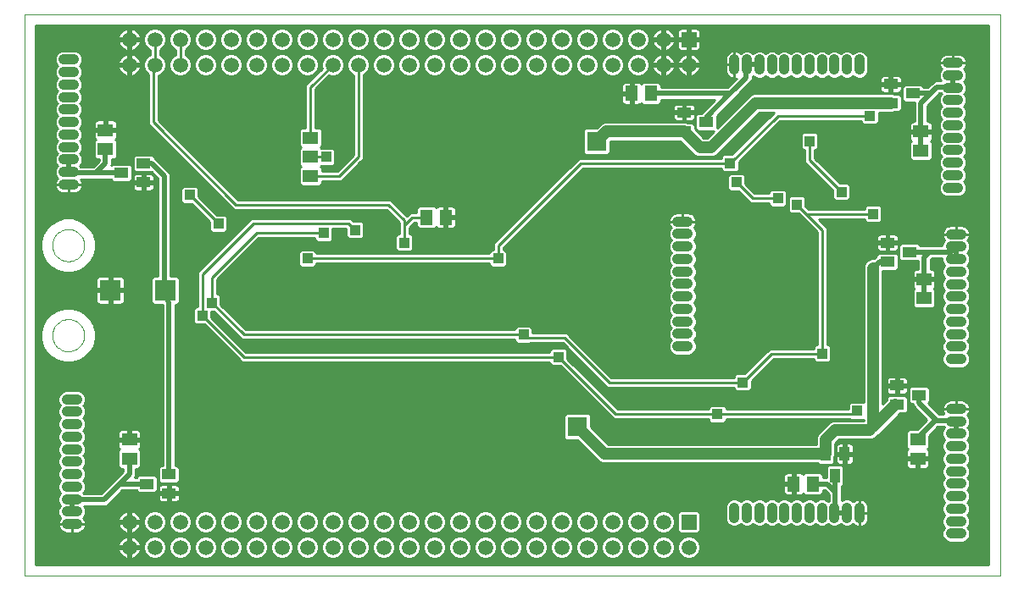
<source format=gtl>
G75*
%MOIN*%
%OFA0B0*%
%FSLAX24Y24*%
%IPPOS*%
%LPD*%
%AMOC8*
5,1,8,0,0,1.08239X$1,22.5*
%
%ADD10C,0.0000*%
%ADD11R,0.0827X0.0827*%
%ADD12C,0.0397*%
%ADD13R,0.0594X0.0594*%
%ADD14C,0.0594*%
%ADD15R,0.0551X0.0394*%
%ADD16R,0.0394X0.0551*%
%ADD17R,0.0591X0.0512*%
%ADD18R,0.0512X0.0591*%
%ADD19C,0.0100*%
%ADD20R,0.0768X0.0768*%
%ADD21R,0.0396X0.0396*%
%ADD22C,0.0450*%
%ADD23C,0.0200*%
D10*
X002208Y000430D02*
X002208Y022551D01*
X040578Y022551D01*
X040578Y000430D01*
X002208Y000430D01*
X003300Y009908D02*
X003302Y009958D01*
X003308Y010008D01*
X003318Y010057D01*
X003332Y010105D01*
X003349Y010152D01*
X003370Y010197D01*
X003395Y010241D01*
X003423Y010282D01*
X003455Y010321D01*
X003489Y010358D01*
X003526Y010392D01*
X003566Y010422D01*
X003608Y010449D01*
X003652Y010473D01*
X003698Y010494D01*
X003745Y010510D01*
X003793Y010523D01*
X003843Y010532D01*
X003892Y010537D01*
X003943Y010538D01*
X003993Y010535D01*
X004042Y010528D01*
X004091Y010517D01*
X004139Y010502D01*
X004185Y010484D01*
X004230Y010462D01*
X004273Y010436D01*
X004314Y010407D01*
X004353Y010375D01*
X004389Y010340D01*
X004421Y010302D01*
X004451Y010262D01*
X004478Y010219D01*
X004501Y010175D01*
X004520Y010129D01*
X004536Y010081D01*
X004548Y010032D01*
X004556Y009983D01*
X004560Y009933D01*
X004560Y009883D01*
X004556Y009833D01*
X004548Y009784D01*
X004536Y009735D01*
X004520Y009687D01*
X004501Y009641D01*
X004478Y009597D01*
X004451Y009554D01*
X004421Y009514D01*
X004389Y009476D01*
X004353Y009441D01*
X004314Y009409D01*
X004273Y009380D01*
X004230Y009354D01*
X004185Y009332D01*
X004139Y009314D01*
X004091Y009299D01*
X004042Y009288D01*
X003993Y009281D01*
X003943Y009278D01*
X003892Y009279D01*
X003843Y009284D01*
X003793Y009293D01*
X003745Y009306D01*
X003698Y009322D01*
X003652Y009343D01*
X003608Y009367D01*
X003566Y009394D01*
X003526Y009424D01*
X003489Y009458D01*
X003455Y009495D01*
X003423Y009534D01*
X003395Y009575D01*
X003370Y009619D01*
X003349Y009664D01*
X003332Y009711D01*
X003318Y009759D01*
X003308Y009808D01*
X003302Y009858D01*
X003300Y009908D01*
X003300Y013452D02*
X003302Y013502D01*
X003308Y013552D01*
X003318Y013601D01*
X003332Y013649D01*
X003349Y013696D01*
X003370Y013741D01*
X003395Y013785D01*
X003423Y013826D01*
X003455Y013865D01*
X003489Y013902D01*
X003526Y013936D01*
X003566Y013966D01*
X003608Y013993D01*
X003652Y014017D01*
X003698Y014038D01*
X003745Y014054D01*
X003793Y014067D01*
X003843Y014076D01*
X003892Y014081D01*
X003943Y014082D01*
X003993Y014079D01*
X004042Y014072D01*
X004091Y014061D01*
X004139Y014046D01*
X004185Y014028D01*
X004230Y014006D01*
X004273Y013980D01*
X004314Y013951D01*
X004353Y013919D01*
X004389Y013884D01*
X004421Y013846D01*
X004451Y013806D01*
X004478Y013763D01*
X004501Y013719D01*
X004520Y013673D01*
X004536Y013625D01*
X004548Y013576D01*
X004556Y013527D01*
X004560Y013477D01*
X004560Y013427D01*
X004556Y013377D01*
X004548Y013328D01*
X004536Y013279D01*
X004520Y013231D01*
X004501Y013185D01*
X004478Y013141D01*
X004451Y013098D01*
X004421Y013058D01*
X004389Y013020D01*
X004353Y012985D01*
X004314Y012953D01*
X004273Y012924D01*
X004230Y012898D01*
X004185Y012876D01*
X004139Y012858D01*
X004091Y012843D01*
X004042Y012832D01*
X003993Y012825D01*
X003943Y012822D01*
X003892Y012823D01*
X003843Y012828D01*
X003793Y012837D01*
X003745Y012850D01*
X003698Y012866D01*
X003652Y012887D01*
X003608Y012911D01*
X003566Y012938D01*
X003526Y012968D01*
X003489Y013002D01*
X003455Y013039D01*
X003423Y013078D01*
X003395Y013119D01*
X003370Y013163D01*
X003349Y013208D01*
X003332Y013255D01*
X003318Y013303D01*
X003308Y013352D01*
X003302Y013402D01*
X003300Y013452D01*
D11*
X005583Y011680D03*
X007748Y011680D03*
D12*
X004149Y015844D02*
X003752Y015844D01*
X003752Y016336D02*
X004149Y016336D01*
X004149Y016829D02*
X003752Y016829D01*
X003752Y017321D02*
X004149Y017321D01*
X004149Y017813D02*
X003752Y017813D01*
X003752Y018305D02*
X004149Y018305D01*
X004149Y018797D02*
X003752Y018797D01*
X003752Y019289D02*
X004149Y019289D01*
X004149Y019781D02*
X003752Y019781D01*
X003752Y020274D02*
X004149Y020274D01*
X004149Y020766D02*
X003752Y020766D01*
X003877Y007391D02*
X004274Y007391D01*
X004274Y006899D02*
X003877Y006899D01*
X003877Y006406D02*
X004274Y006406D01*
X004274Y005914D02*
X003877Y005914D01*
X003877Y005422D02*
X004274Y005422D01*
X004274Y004930D02*
X003877Y004930D01*
X003877Y004438D02*
X004274Y004438D01*
X004274Y003946D02*
X003877Y003946D01*
X003877Y003454D02*
X004274Y003454D01*
X004274Y002961D02*
X003877Y002961D01*
X003877Y002469D02*
X004274Y002469D01*
X027893Y009469D02*
X028289Y009469D01*
X028289Y009961D02*
X027893Y009961D01*
X027893Y010454D02*
X028289Y010454D01*
X028289Y010946D02*
X027893Y010946D01*
X027893Y011438D02*
X028289Y011438D01*
X028289Y011930D02*
X027893Y011930D01*
X027893Y012422D02*
X028289Y012422D01*
X028289Y012914D02*
X027893Y012914D01*
X027893Y013406D02*
X028289Y013406D01*
X028289Y013899D02*
X027893Y013899D01*
X027893Y014391D02*
X028289Y014391D01*
X038518Y015719D02*
X038914Y015719D01*
X038914Y016211D02*
X038518Y016211D01*
X038518Y016704D02*
X038914Y016704D01*
X038914Y017196D02*
X038518Y017196D01*
X038518Y017688D02*
X038914Y017688D01*
X038914Y018180D02*
X038518Y018180D01*
X038518Y018672D02*
X038914Y018672D01*
X038914Y019164D02*
X038518Y019164D01*
X038518Y019656D02*
X038914Y019656D01*
X038914Y020149D02*
X038518Y020149D01*
X038518Y020641D02*
X038914Y020641D01*
X035044Y020761D02*
X035044Y020364D01*
X034552Y020364D02*
X034552Y020761D01*
X034059Y020761D02*
X034059Y020364D01*
X033567Y020364D02*
X033567Y020761D01*
X033075Y020761D02*
X033075Y020364D01*
X032583Y020364D02*
X032583Y020761D01*
X032091Y020761D02*
X032091Y020364D01*
X031599Y020364D02*
X031599Y020761D01*
X031107Y020761D02*
X031107Y020364D01*
X030615Y020364D02*
X030615Y020761D01*
X030122Y020761D02*
X030122Y020364D01*
X038643Y013891D02*
X039039Y013891D01*
X039039Y013399D02*
X038643Y013399D01*
X038643Y012906D02*
X039039Y012906D01*
X039039Y012414D02*
X038643Y012414D01*
X038643Y011922D02*
X039039Y011922D01*
X039039Y011430D02*
X038643Y011430D01*
X038643Y010938D02*
X039039Y010938D01*
X039039Y010446D02*
X038643Y010446D01*
X038643Y009954D02*
X039039Y009954D01*
X039039Y009461D02*
X038643Y009461D01*
X038643Y008969D02*
X039039Y008969D01*
X039039Y007016D02*
X038643Y007016D01*
X038643Y006524D02*
X039039Y006524D01*
X039039Y006031D02*
X038643Y006031D01*
X038643Y005539D02*
X039039Y005539D01*
X039039Y005047D02*
X038643Y005047D01*
X038643Y004555D02*
X039039Y004555D01*
X039039Y004063D02*
X038643Y004063D01*
X038643Y003571D02*
X039039Y003571D01*
X039039Y003079D02*
X038643Y003079D01*
X038643Y002586D02*
X039039Y002586D01*
X039039Y002094D02*
X038643Y002094D01*
X035044Y002724D02*
X035044Y003121D01*
X034552Y003121D02*
X034552Y002724D01*
X034059Y002724D02*
X034059Y003121D01*
X033567Y003121D02*
X033567Y002724D01*
X033075Y002724D02*
X033075Y003121D01*
X032583Y003121D02*
X032583Y002724D01*
X032091Y002724D02*
X032091Y003121D01*
X031599Y003121D02*
X031599Y002724D01*
X031107Y002724D02*
X031107Y003121D01*
X030615Y003121D02*
X030615Y002724D01*
X030122Y002724D02*
X030122Y003121D01*
D13*
X028333Y002555D03*
X028333Y021555D03*
D14*
X027333Y021555D03*
X026333Y021555D03*
X025333Y021555D03*
X024333Y021555D03*
X023333Y021555D03*
X022333Y021555D03*
X021333Y021555D03*
X020333Y021555D03*
X019333Y021555D03*
X018333Y021555D03*
X017333Y021555D03*
X016333Y021555D03*
X015333Y021555D03*
X014333Y021555D03*
X013333Y021555D03*
X012333Y021555D03*
X011333Y021555D03*
X010333Y021555D03*
X009333Y021555D03*
X008333Y021555D03*
X007333Y021555D03*
X006333Y021555D03*
X006333Y020555D03*
X007333Y020555D03*
X008333Y020555D03*
X009333Y020555D03*
X010333Y020555D03*
X011333Y020555D03*
X012333Y020555D03*
X013333Y020555D03*
X014333Y020555D03*
X015333Y020555D03*
X016333Y020555D03*
X017333Y020555D03*
X018333Y020555D03*
X019333Y020555D03*
X020333Y020555D03*
X021333Y020555D03*
X022333Y020555D03*
X023333Y020555D03*
X024333Y020555D03*
X025333Y020555D03*
X026333Y020555D03*
X027333Y020555D03*
X028333Y020555D03*
X027333Y002555D03*
X026333Y002555D03*
X025333Y002555D03*
X024333Y002555D03*
X023333Y002555D03*
X022333Y002555D03*
X021333Y002555D03*
X020333Y002555D03*
X019333Y002555D03*
X018333Y002555D03*
X017333Y002555D03*
X016333Y002555D03*
X015333Y002555D03*
X014333Y002555D03*
X013333Y002555D03*
X012333Y002555D03*
X011333Y002555D03*
X010333Y002555D03*
X009333Y002555D03*
X008333Y002555D03*
X007333Y002555D03*
X006333Y002555D03*
X006333Y001555D03*
X007333Y001555D03*
X008333Y001555D03*
X009333Y001555D03*
X010333Y001555D03*
X011333Y001555D03*
X012333Y001555D03*
X013333Y001555D03*
X014333Y001555D03*
X015333Y001555D03*
X016333Y001555D03*
X017333Y001555D03*
X018333Y001555D03*
X019333Y001555D03*
X020333Y001555D03*
X021333Y001555D03*
X022333Y001555D03*
X023333Y001555D03*
X024333Y001555D03*
X025333Y001555D03*
X026333Y001555D03*
X027333Y001555D03*
X028333Y001555D03*
D15*
X036525Y007181D03*
X037391Y007555D03*
X036525Y007929D03*
X036150Y012806D03*
X037016Y013180D03*
X036150Y013554D03*
X029016Y018305D03*
X028150Y017931D03*
X028150Y018679D03*
X036275Y019056D03*
X037141Y019430D03*
X036275Y019804D03*
X007891Y004429D03*
X007025Y004055D03*
X007891Y003681D03*
X006891Y015931D03*
X006025Y016305D03*
X006891Y016679D03*
D16*
X033709Y005238D03*
X034457Y005238D03*
X034083Y004372D03*
D17*
X037333Y005056D03*
X037333Y005804D03*
X037583Y011368D03*
X037583Y012117D03*
X037458Y017181D03*
X037458Y017929D03*
X013458Y017679D03*
X013458Y016931D03*
X013458Y016929D03*
X013458Y016181D03*
X005396Y017243D03*
X005396Y017992D03*
X006333Y005804D03*
X006333Y005056D03*
D18*
X018022Y014555D03*
X018770Y014555D03*
X026084Y019430D03*
X026832Y019430D03*
X032459Y004055D03*
X033207Y004055D03*
D19*
X033613Y004305D02*
X033613Y004412D01*
X033525Y004500D01*
X032889Y004500D01*
X032833Y004444D01*
X032807Y004470D01*
X032773Y004490D01*
X032735Y004500D01*
X032509Y004500D01*
X032509Y004105D01*
X032409Y004105D01*
X032409Y004005D01*
X032053Y004005D01*
X032053Y003740D01*
X032063Y003702D01*
X032083Y003668D01*
X032111Y003640D01*
X032145Y003620D01*
X032183Y003610D01*
X032409Y003610D01*
X032409Y004005D01*
X032509Y004005D01*
X032509Y003610D01*
X032735Y003610D01*
X032773Y003620D01*
X032807Y003640D01*
X032833Y003666D01*
X032889Y003610D01*
X033525Y003610D01*
X033613Y003698D01*
X033613Y003805D01*
X033667Y003805D01*
X033833Y003639D01*
X033833Y003387D01*
X033813Y003367D01*
X033765Y003416D01*
X033637Y003469D01*
X033498Y003469D01*
X033370Y003416D01*
X033321Y003367D01*
X033273Y003416D01*
X033145Y003469D01*
X033006Y003469D01*
X032878Y003416D01*
X032829Y003367D01*
X032780Y003416D01*
X032652Y003469D01*
X032514Y003469D01*
X032386Y003416D01*
X032337Y003367D01*
X032288Y003416D01*
X032160Y003469D01*
X032022Y003469D01*
X031894Y003416D01*
X031845Y003367D01*
X031796Y003416D01*
X031668Y003469D01*
X031530Y003469D01*
X031401Y003416D01*
X031353Y003367D01*
X031304Y003416D01*
X031176Y003469D01*
X031037Y003469D01*
X030909Y003416D01*
X030861Y003367D01*
X030812Y003416D01*
X030684Y003469D01*
X030545Y003469D01*
X030417Y003416D01*
X030369Y003367D01*
X030320Y003416D01*
X030192Y003469D01*
X030053Y003469D01*
X029925Y003416D01*
X029827Y003318D01*
X029774Y003190D01*
X029774Y002654D01*
X029827Y002526D01*
X029925Y002428D01*
X030053Y002375D01*
X030192Y002375D01*
X030320Y002428D01*
X030369Y002477D01*
X030417Y002428D01*
X030545Y002375D01*
X030684Y002375D01*
X030812Y002428D01*
X030861Y002477D01*
X030909Y002428D01*
X031037Y002375D01*
X031176Y002375D01*
X031304Y002428D01*
X031353Y002477D01*
X031401Y002428D01*
X031530Y002375D01*
X031668Y002375D01*
X031796Y002428D01*
X031845Y002477D01*
X031894Y002428D01*
X032022Y002375D01*
X032160Y002375D01*
X032288Y002428D01*
X032337Y002477D01*
X032386Y002428D01*
X032514Y002375D01*
X032652Y002375D01*
X032780Y002428D01*
X032829Y002477D01*
X032878Y002428D01*
X033006Y002375D01*
X033145Y002375D01*
X033273Y002428D01*
X033321Y002477D01*
X033370Y002428D01*
X033498Y002375D01*
X033637Y002375D01*
X033765Y002428D01*
X033813Y002477D01*
X033862Y002428D01*
X033990Y002375D01*
X034129Y002375D01*
X034257Y002428D01*
X034306Y002477D01*
X034354Y002428D01*
X034482Y002375D01*
X034621Y002375D01*
X034749Y002428D01*
X034798Y002477D01*
X034822Y002453D01*
X034879Y002415D01*
X034942Y002389D01*
X035009Y002375D01*
X035044Y002375D01*
X035078Y002375D01*
X035145Y002389D01*
X035209Y002415D01*
X035266Y002453D01*
X035314Y002502D01*
X035352Y002559D01*
X035379Y002622D01*
X035392Y002689D01*
X035392Y002922D01*
X035044Y002922D01*
X035044Y002922D01*
X035392Y002922D01*
X035392Y003155D01*
X035379Y003222D01*
X038325Y003222D01*
X038347Y003276D02*
X038294Y003148D01*
X038294Y003009D01*
X038347Y002881D01*
X038396Y002833D01*
X038347Y002784D01*
X038294Y002656D01*
X038294Y002517D01*
X038347Y002389D01*
X038396Y002340D01*
X038347Y002292D01*
X038294Y002164D01*
X038294Y002025D01*
X038347Y001897D01*
X038445Y001799D01*
X038573Y001746D01*
X039109Y001746D01*
X039237Y001799D01*
X039335Y001897D01*
X039388Y002025D01*
X039388Y002164D01*
X039335Y002292D01*
X039286Y002340D01*
X039335Y002389D01*
X039388Y002517D01*
X039388Y002656D01*
X039335Y002784D01*
X039286Y002833D01*
X039335Y002881D01*
X039388Y003009D01*
X039388Y003148D01*
X039335Y003276D01*
X039286Y003325D01*
X039335Y003373D01*
X039388Y003501D01*
X039388Y003640D01*
X039335Y003768D01*
X039286Y003817D01*
X039335Y003866D01*
X039388Y003994D01*
X039388Y004132D01*
X039335Y004260D01*
X039286Y004309D01*
X039335Y004358D01*
X039388Y004486D01*
X039388Y004624D01*
X039335Y004752D01*
X039286Y004801D01*
X039335Y004850D01*
X039388Y004978D01*
X039388Y005116D01*
X039335Y005244D01*
X039286Y005293D01*
X039335Y005342D01*
X039388Y005470D01*
X039388Y005609D01*
X039335Y005737D01*
X039286Y005785D01*
X039335Y005834D01*
X039388Y005962D01*
X039388Y006101D01*
X039335Y006229D01*
X039286Y006277D01*
X039335Y006326D01*
X039388Y006454D01*
X039388Y006593D01*
X039335Y006721D01*
X039286Y006770D01*
X039310Y006794D01*
X039348Y006851D01*
X039374Y006914D01*
X039388Y006981D01*
X039388Y007016D01*
X039388Y007050D01*
X039374Y007117D01*
X039348Y007181D01*
X039310Y007238D01*
X039261Y007286D01*
X039204Y007324D01*
X039141Y007351D01*
X039074Y007364D01*
X038841Y007364D01*
X038841Y007016D01*
X038841Y007016D01*
X038841Y007364D01*
X038608Y007364D01*
X038541Y007351D01*
X038477Y007324D01*
X038420Y007286D01*
X038372Y007238D01*
X038334Y007181D01*
X038307Y007117D01*
X038294Y007050D01*
X038294Y007016D01*
X038841Y007016D01*
X039388Y007016D01*
X038841Y007016D01*
X038841Y007016D01*
X038841Y007016D01*
X038294Y007016D01*
X038294Y006981D01*
X038307Y006914D01*
X038334Y006851D01*
X038364Y006805D01*
X038187Y006805D01*
X037756Y007235D01*
X037817Y007296D01*
X037817Y007814D01*
X037729Y007902D01*
X037053Y007902D01*
X036966Y007814D01*
X036966Y007296D01*
X037053Y007208D01*
X037141Y007208D01*
X037141Y007197D01*
X037179Y007105D01*
X037698Y006586D01*
X037322Y006210D01*
X036976Y006210D01*
X036888Y006122D01*
X036888Y005486D01*
X036944Y005430D01*
X036918Y005404D01*
X036898Y005370D01*
X036888Y005332D01*
X036888Y005106D01*
X037283Y005106D01*
X037283Y005006D01*
X036888Y005006D01*
X036888Y004780D01*
X036898Y004742D01*
X036918Y004708D01*
X036946Y004680D01*
X036980Y004660D01*
X037018Y004650D01*
X037283Y004650D01*
X037283Y005006D01*
X037383Y005006D01*
X037383Y004650D01*
X037648Y004650D01*
X037686Y004660D01*
X037720Y004680D01*
X037748Y004708D01*
X037768Y004742D01*
X037778Y004780D01*
X037778Y005006D01*
X037383Y005006D01*
X037383Y005106D01*
X037778Y005106D01*
X037778Y005332D01*
X037768Y005370D01*
X037748Y005404D01*
X037722Y005430D01*
X037778Y005486D01*
X037778Y005959D01*
X038124Y006305D01*
X038368Y006305D01*
X038396Y006277D01*
X038347Y006229D01*
X038294Y006101D01*
X038294Y005962D01*
X038347Y005834D01*
X038396Y005785D01*
X038347Y005737D01*
X038294Y005609D01*
X038294Y005470D01*
X038347Y005342D01*
X038396Y005293D01*
X038347Y005244D01*
X038294Y005116D01*
X038294Y004978D01*
X038347Y004850D01*
X038396Y004801D01*
X038347Y004752D01*
X038294Y004624D01*
X038294Y004486D01*
X038347Y004358D01*
X038396Y004309D01*
X038347Y004260D01*
X038294Y004132D01*
X038294Y003994D01*
X038347Y003866D01*
X038396Y003817D01*
X038347Y003768D01*
X038294Y003640D01*
X038294Y003501D01*
X038347Y003373D01*
X038396Y003325D01*
X038347Y003276D01*
X038392Y003321D02*
X035329Y003321D01*
X035314Y003343D02*
X035266Y003391D01*
X035209Y003429D01*
X035145Y003456D01*
X035078Y003469D01*
X035044Y003469D01*
X035044Y002922D01*
X035044Y002375D01*
X035044Y002922D01*
X035044Y002922D01*
X035044Y002922D01*
X035044Y003469D01*
X035009Y003469D01*
X034942Y003456D01*
X034879Y003429D01*
X034822Y003391D01*
X034798Y003367D01*
X034749Y003416D01*
X034621Y003469D01*
X034482Y003469D01*
X034354Y003416D01*
X034333Y003395D01*
X034333Y003946D01*
X034342Y003946D01*
X034430Y004034D01*
X034430Y004710D01*
X034342Y004798D01*
X033824Y004798D01*
X033736Y004710D01*
X033736Y004305D01*
X033613Y004305D01*
X033613Y004306D02*
X033736Y004306D01*
X033736Y004404D02*
X033613Y004404D01*
X033736Y004503D02*
X008317Y004503D01*
X008317Y004601D02*
X033736Y004601D01*
X033736Y004700D02*
X008305Y004700D01*
X008317Y004688D02*
X008229Y004776D01*
X008141Y004776D01*
X008141Y011117D01*
X008224Y011117D01*
X008312Y011204D01*
X008312Y012156D01*
X008224Y012243D01*
X007958Y012243D01*
X007958Y016230D01*
X007920Y016322D01*
X007850Y016392D01*
X007351Y016891D01*
X007317Y016905D01*
X007317Y016938D01*
X007229Y017026D01*
X006553Y017026D01*
X006466Y016938D01*
X006466Y016420D01*
X006553Y016332D01*
X007202Y016332D01*
X007458Y016076D01*
X007458Y012243D01*
X007273Y012243D01*
X007185Y012156D01*
X007185Y011204D01*
X007273Y011117D01*
X007641Y011117D01*
X007641Y004776D01*
X007553Y004776D01*
X007466Y004688D01*
X007466Y004170D01*
X007553Y004082D01*
X008229Y004082D01*
X008317Y004170D01*
X008317Y004688D01*
X008141Y004798D02*
X036888Y004798D01*
X036888Y004897D02*
X034789Y004897D01*
X034794Y004905D02*
X034804Y004943D01*
X034804Y005190D01*
X034506Y005190D01*
X034506Y005286D01*
X034804Y005286D01*
X034804Y005533D01*
X034794Y005572D01*
X034774Y005606D01*
X034746Y005634D01*
X034712Y005653D01*
X034674Y005664D01*
X034506Y005664D01*
X034506Y005287D01*
X034409Y005287D01*
X034409Y005664D01*
X034240Y005664D01*
X034202Y005653D01*
X034168Y005634D01*
X034140Y005606D01*
X034120Y005572D01*
X034110Y005533D01*
X034110Y005286D01*
X034409Y005286D01*
X034409Y005190D01*
X034110Y005190D01*
X034110Y004943D01*
X034120Y004905D01*
X034140Y004870D01*
X034168Y004842D01*
X034202Y004823D01*
X034240Y004812D01*
X034409Y004812D01*
X034409Y005190D01*
X034506Y005190D01*
X034506Y004812D01*
X034674Y004812D01*
X034712Y004823D01*
X034746Y004842D01*
X034774Y004870D01*
X034794Y004905D01*
X034804Y004995D02*
X036888Y004995D01*
X036888Y005192D02*
X034506Y005192D01*
X034409Y005192D02*
X034084Y005192D01*
X034084Y005163D02*
X034084Y005313D01*
X034083Y005315D01*
X034083Y005650D01*
X034238Y005805D01*
X035533Y005805D01*
X035670Y005862D01*
X035776Y005968D01*
X035782Y005981D01*
X035795Y005987D01*
X035901Y006093D01*
X036643Y006834D01*
X036863Y006834D01*
X036951Y006922D01*
X036951Y007440D01*
X036863Y007528D01*
X036602Y007528D01*
X036534Y007556D01*
X036384Y007556D01*
X036317Y007528D01*
X036187Y007528D01*
X036099Y007440D01*
X036099Y007352D01*
X035958Y007210D01*
X035958Y012459D01*
X036488Y012459D01*
X036576Y012547D01*
X036576Y013065D01*
X036488Y013153D01*
X035812Y013153D01*
X035724Y013065D01*
X035724Y013031D01*
X035692Y013018D01*
X035605Y012930D01*
X035508Y012930D01*
X035371Y012873D01*
X035265Y012767D01*
X035208Y012630D01*
X035208Y007278D01*
X034698Y007278D01*
X034610Y007190D01*
X034610Y007005D01*
X029806Y007005D01*
X029806Y007065D01*
X029718Y007153D01*
X029198Y007153D01*
X029110Y007065D01*
X029110Y007005D01*
X025541Y007005D01*
X023556Y008990D01*
X023556Y009315D01*
X023468Y009403D01*
X022948Y009403D01*
X022860Y009315D01*
X022860Y009255D01*
X010916Y009255D01*
X009556Y010615D01*
X009556Y010832D01*
X009648Y010832D01*
X010750Y009730D01*
X021485Y009730D01*
X021485Y009670D01*
X021573Y009582D01*
X022093Y009582D01*
X022116Y009605D01*
X023375Y009605D01*
X025125Y007855D01*
X030110Y007855D01*
X030110Y007795D01*
X030198Y007707D01*
X030718Y007707D01*
X030806Y007795D01*
X030806Y008120D01*
X031666Y008980D01*
X033235Y008980D01*
X033235Y008920D01*
X033323Y008832D01*
X033843Y008832D01*
X033931Y008920D01*
X033931Y009440D01*
X033843Y009528D01*
X033783Y009528D01*
X033783Y014138D01*
X033666Y014255D01*
X033441Y014480D01*
X035235Y014480D01*
X035235Y014420D01*
X035323Y014332D01*
X035843Y014332D01*
X035931Y014420D01*
X035931Y014940D01*
X035843Y015028D01*
X035323Y015028D01*
X035235Y014940D01*
X035235Y014880D01*
X033041Y014880D01*
X032931Y014990D01*
X032931Y015315D01*
X032843Y015403D01*
X032323Y015403D01*
X032235Y015315D01*
X032235Y014795D01*
X032323Y014707D01*
X032648Y014707D01*
X032758Y014597D01*
X032875Y014480D01*
X033383Y013972D01*
X033383Y009528D01*
X033323Y009528D01*
X033235Y009440D01*
X033235Y009380D01*
X031500Y009380D01*
X030523Y008403D01*
X030198Y008403D01*
X030110Y008315D01*
X030110Y008255D01*
X025291Y008255D01*
X023658Y009888D01*
X023541Y010005D01*
X022181Y010005D01*
X022181Y010190D01*
X022093Y010278D01*
X021573Y010278D01*
X021485Y010190D01*
X021485Y010130D01*
X010916Y010130D01*
X009931Y011115D01*
X009931Y011440D01*
X009843Y011528D01*
X009783Y011528D01*
X009783Y012097D01*
X011416Y013730D01*
X013629Y013730D01*
X013629Y013670D01*
X013717Y013582D01*
X014237Y013582D01*
X014325Y013670D01*
X014325Y014105D01*
X014860Y014105D01*
X014860Y013795D01*
X014948Y013707D01*
X015468Y013707D01*
X015556Y013795D01*
X015556Y014315D01*
X015468Y014403D01*
X015143Y014403D01*
X015041Y014505D01*
X011125Y014505D01*
X009125Y012505D01*
X009008Y012388D01*
X009008Y011028D01*
X008948Y011028D01*
X008860Y010940D01*
X008860Y010420D01*
X008948Y010332D01*
X009273Y010332D01*
X010633Y008972D01*
X010750Y008855D01*
X022860Y008855D01*
X022860Y008795D01*
X022948Y008707D01*
X023273Y008707D01*
X025375Y006605D01*
X029110Y006605D01*
X029110Y006545D01*
X029198Y006457D01*
X029718Y006457D01*
X029806Y006545D01*
X029806Y006605D01*
X034675Y006605D01*
X034698Y006582D01*
X035208Y006582D01*
X035208Y006555D01*
X034008Y006555D01*
X033871Y006498D01*
X033496Y006123D01*
X033390Y006017D01*
X033333Y005880D01*
X033333Y005613D01*
X025180Y005613D01*
X024492Y006301D01*
X024492Y006751D01*
X024404Y006839D01*
X023512Y006839D01*
X023424Y006751D01*
X023424Y005859D01*
X023512Y005771D01*
X023962Y005771D01*
X024813Y004920D01*
X024950Y004863D01*
X033399Y004863D01*
X033450Y004812D01*
X033968Y004812D01*
X034056Y004900D01*
X034056Y005096D01*
X034084Y005163D01*
X034110Y005094D02*
X034056Y005094D01*
X034056Y004995D02*
X034110Y004995D01*
X034125Y004897D02*
X034052Y004897D01*
X034409Y004897D02*
X034506Y004897D01*
X034506Y004995D02*
X034409Y004995D01*
X034409Y005094D02*
X034506Y005094D01*
X034506Y005291D02*
X034409Y005291D01*
X034409Y005389D02*
X034506Y005389D01*
X034506Y005488D02*
X034409Y005488D01*
X034409Y005586D02*
X034506Y005586D01*
X034785Y005586D02*
X036888Y005586D01*
X036888Y005488D02*
X034804Y005488D01*
X034804Y005389D02*
X036909Y005389D01*
X036888Y005291D02*
X034804Y005291D01*
X034804Y005094D02*
X037283Y005094D01*
X037283Y004995D02*
X037383Y004995D01*
X037383Y004897D02*
X037283Y004897D01*
X037283Y004798D02*
X037383Y004798D01*
X037383Y004700D02*
X037283Y004700D01*
X036926Y004700D02*
X034430Y004700D01*
X034430Y004601D02*
X038294Y004601D01*
X038294Y004503D02*
X034430Y004503D01*
X034430Y004404D02*
X038328Y004404D01*
X038392Y004306D02*
X034430Y004306D01*
X034430Y004207D02*
X038325Y004207D01*
X038294Y004109D02*
X034430Y004109D01*
X034406Y004010D02*
X038294Y004010D01*
X038328Y003912D02*
X034333Y003912D01*
X034333Y003813D02*
X038392Y003813D01*
X038325Y003715D02*
X034333Y003715D01*
X034333Y003616D02*
X038294Y003616D01*
X038294Y003518D02*
X034333Y003518D01*
X034333Y003419D02*
X034362Y003419D01*
X034742Y003419D02*
X034863Y003419D01*
X035044Y003419D02*
X035044Y003419D01*
X035044Y003321D02*
X035044Y003321D01*
X035044Y003222D02*
X035044Y003222D01*
X035044Y003124D02*
X035044Y003124D01*
X035044Y003025D02*
X035044Y003025D01*
X035044Y002927D02*
X035044Y002927D01*
X035044Y002828D02*
X035044Y002828D01*
X035044Y002730D02*
X035044Y002730D01*
X035044Y002631D02*
X035044Y002631D01*
X035044Y002533D02*
X035044Y002533D01*
X035044Y002434D02*
X035044Y002434D01*
X035237Y002434D02*
X038329Y002434D01*
X038294Y002533D02*
X035335Y002533D01*
X035381Y002631D02*
X038294Y002631D01*
X038325Y002730D02*
X035392Y002730D01*
X035392Y002828D02*
X038391Y002828D01*
X038328Y002927D02*
X035392Y002927D01*
X035392Y003025D02*
X038294Y003025D01*
X038294Y003124D02*
X035392Y003124D01*
X035379Y003222D02*
X035352Y003286D01*
X035314Y003343D01*
X035224Y003419D02*
X038328Y003419D01*
X039290Y003321D02*
X040128Y003321D01*
X040128Y003419D02*
X039354Y003419D01*
X039388Y003518D02*
X040128Y003518D01*
X040128Y003616D02*
X039388Y003616D01*
X039357Y003715D02*
X040128Y003715D01*
X040128Y003813D02*
X039290Y003813D01*
X039354Y003912D02*
X040128Y003912D01*
X040128Y004010D02*
X039388Y004010D01*
X039388Y004109D02*
X040128Y004109D01*
X040128Y004207D02*
X039357Y004207D01*
X039289Y004306D02*
X040128Y004306D01*
X040128Y004404D02*
X039354Y004404D01*
X039388Y004503D02*
X040128Y004503D01*
X040128Y004601D02*
X039388Y004601D01*
X039357Y004700D02*
X040128Y004700D01*
X040128Y004798D02*
X039289Y004798D01*
X039354Y004897D02*
X040128Y004897D01*
X040128Y004995D02*
X039388Y004995D01*
X039388Y005094D02*
X040128Y005094D01*
X040128Y005192D02*
X039356Y005192D01*
X039289Y005291D02*
X040128Y005291D01*
X040128Y005389D02*
X039354Y005389D01*
X039388Y005488D02*
X040128Y005488D01*
X040128Y005586D02*
X039388Y005586D01*
X039356Y005685D02*
X040128Y005685D01*
X040128Y005783D02*
X039288Y005783D01*
X039354Y005882D02*
X040128Y005882D01*
X040128Y005980D02*
X039388Y005980D01*
X039388Y006079D02*
X040128Y006079D01*
X040128Y006177D02*
X039356Y006177D01*
X039288Y006276D02*
X040128Y006276D01*
X040128Y006374D02*
X039355Y006374D01*
X039388Y006473D02*
X040128Y006473D01*
X040128Y006571D02*
X039388Y006571D01*
X039356Y006670D02*
X040128Y006670D01*
X040128Y006768D02*
X039288Y006768D01*
X039355Y006867D02*
X040128Y006867D01*
X040128Y006965D02*
X039385Y006965D01*
X039385Y007064D02*
X040128Y007064D01*
X040128Y007162D02*
X039356Y007162D01*
X039287Y007261D02*
X040128Y007261D01*
X040128Y007359D02*
X039099Y007359D01*
X038841Y007359D02*
X038841Y007359D01*
X038841Y007261D02*
X038841Y007261D01*
X038841Y007162D02*
X038841Y007162D01*
X038841Y007064D02*
X038841Y007064D01*
X038395Y007261D02*
X037781Y007261D01*
X037817Y007359D02*
X038583Y007359D01*
X038326Y007162D02*
X037830Y007162D01*
X037928Y007064D02*
X038297Y007064D01*
X038297Y006965D02*
X038027Y006965D01*
X038125Y006867D02*
X038327Y006867D01*
X037683Y006571D02*
X036379Y006571D01*
X036281Y006473D02*
X037585Y006473D01*
X037486Y006374D02*
X036182Y006374D01*
X036084Y006276D02*
X037388Y006276D01*
X036943Y006177D02*
X035985Y006177D01*
X035901Y006093D02*
X035901Y006093D01*
X035887Y006079D02*
X036888Y006079D01*
X036888Y005980D02*
X035781Y005980D01*
X035690Y005882D02*
X036888Y005882D01*
X036888Y005783D02*
X034216Y005783D01*
X034118Y005685D02*
X036888Y005685D01*
X037778Y005685D02*
X038326Y005685D01*
X038294Y005586D02*
X037778Y005586D01*
X037778Y005488D02*
X038294Y005488D01*
X038328Y005389D02*
X037757Y005389D01*
X037778Y005291D02*
X038393Y005291D01*
X038325Y005192D02*
X037778Y005192D01*
X037778Y004995D02*
X038294Y004995D01*
X038294Y005094D02*
X037383Y005094D01*
X037778Y004897D02*
X038328Y004897D01*
X038393Y004798D02*
X037778Y004798D01*
X037740Y004700D02*
X038325Y004700D01*
X038394Y005783D02*
X037778Y005783D01*
X037778Y005882D02*
X038327Y005882D01*
X038294Y005980D02*
X037799Y005980D01*
X037898Y006079D02*
X038294Y006079D01*
X038326Y006177D02*
X037996Y006177D01*
X038095Y006276D02*
X038394Y006276D01*
X037615Y006670D02*
X036478Y006670D01*
X036576Y006768D02*
X037517Y006768D01*
X037418Y006867D02*
X036895Y006867D01*
X036951Y006965D02*
X037320Y006965D01*
X037221Y007064D02*
X036951Y007064D01*
X036951Y007162D02*
X037156Y007162D01*
X037001Y007261D02*
X036951Y007261D01*
X036951Y007359D02*
X036966Y007359D01*
X036966Y007458D02*
X036933Y007458D01*
X036966Y007556D02*
X035958Y007556D01*
X035958Y007458D02*
X036117Y007458D01*
X036099Y007359D02*
X035958Y007359D01*
X035958Y007261D02*
X036008Y007261D01*
X036192Y007592D02*
X036230Y007582D01*
X036477Y007582D01*
X036477Y007881D01*
X036573Y007881D01*
X036573Y007582D01*
X036820Y007582D01*
X036858Y007592D01*
X036893Y007612D01*
X036921Y007640D01*
X036940Y007674D01*
X036951Y007712D01*
X036951Y007881D01*
X036573Y007881D01*
X036573Y007977D01*
X036477Y007977D01*
X036477Y007881D01*
X036099Y007881D01*
X036099Y007712D01*
X036110Y007674D01*
X036129Y007640D01*
X036157Y007612D01*
X036192Y007592D01*
X036121Y007655D02*
X035958Y007655D01*
X035958Y007753D02*
X036099Y007753D01*
X036099Y007852D02*
X035958Y007852D01*
X035958Y007950D02*
X036477Y007950D01*
X036477Y007977D02*
X036099Y007977D01*
X036099Y008146D01*
X036110Y008184D01*
X036129Y008218D01*
X036157Y008246D01*
X036192Y008266D01*
X036230Y008276D01*
X036477Y008276D01*
X036477Y007977D01*
X036477Y008049D02*
X036573Y008049D01*
X036573Y007977D02*
X036573Y008276D01*
X036820Y008276D01*
X036858Y008266D01*
X036893Y008246D01*
X036921Y008218D01*
X036940Y008184D01*
X036951Y008146D01*
X036951Y007977D01*
X036573Y007977D01*
X036573Y007950D02*
X040128Y007950D01*
X040128Y007852D02*
X037779Y007852D01*
X037817Y007753D02*
X040128Y007753D01*
X040128Y007655D02*
X037817Y007655D01*
X037817Y007556D02*
X040128Y007556D01*
X040128Y007458D02*
X037817Y007458D01*
X036966Y007655D02*
X036929Y007655D01*
X036951Y007753D02*
X036966Y007753D01*
X036951Y007852D02*
X037003Y007852D01*
X036951Y008049D02*
X040128Y008049D01*
X040128Y008147D02*
X036950Y008147D01*
X036893Y008246D02*
X040128Y008246D01*
X040128Y008344D02*
X035958Y008344D01*
X035958Y008246D02*
X036157Y008246D01*
X036100Y008147D02*
X035958Y008147D01*
X035958Y008049D02*
X036099Y008049D01*
X036477Y008147D02*
X036573Y008147D01*
X036573Y008246D02*
X036477Y008246D01*
X036477Y007852D02*
X036573Y007852D01*
X036573Y007753D02*
X036477Y007753D01*
X036477Y007655D02*
X036573Y007655D01*
X035958Y008443D02*
X040128Y008443D01*
X040128Y008541D02*
X035958Y008541D01*
X035958Y008640D02*
X038528Y008640D01*
X038573Y008621D02*
X039109Y008621D01*
X039237Y008674D01*
X039335Y008772D01*
X039388Y008900D01*
X039388Y009039D01*
X039335Y009167D01*
X039286Y009215D01*
X039335Y009264D01*
X039388Y009392D01*
X039388Y009531D01*
X039335Y009659D01*
X039286Y009708D01*
X039335Y009756D01*
X039388Y009884D01*
X039388Y010023D01*
X039335Y010151D01*
X039286Y010200D01*
X039335Y010248D01*
X039388Y010376D01*
X039388Y010515D01*
X039335Y010643D01*
X039286Y010692D01*
X039335Y010741D01*
X039388Y010869D01*
X039388Y011007D01*
X039335Y011135D01*
X039286Y011184D01*
X039335Y011233D01*
X039388Y011361D01*
X039388Y011499D01*
X039335Y011627D01*
X039286Y011676D01*
X039335Y011725D01*
X039388Y011853D01*
X039388Y011991D01*
X039335Y012119D01*
X039286Y012168D01*
X039335Y012217D01*
X039388Y012345D01*
X039388Y012484D01*
X039335Y012612D01*
X039286Y012660D01*
X039335Y012709D01*
X039388Y012837D01*
X039388Y012976D01*
X039335Y013104D01*
X039286Y013152D01*
X039335Y013201D01*
X039388Y013329D01*
X039388Y013468D01*
X039335Y013596D01*
X039286Y013645D01*
X039310Y013669D01*
X039348Y013726D01*
X039374Y013789D01*
X039388Y013856D01*
X039388Y013891D01*
X039388Y013925D01*
X039374Y013992D01*
X039348Y014056D01*
X039310Y014113D01*
X039261Y014161D01*
X039204Y014199D01*
X039141Y014226D01*
X039074Y014239D01*
X038841Y014239D01*
X038841Y013891D01*
X038841Y013891D01*
X038841Y014239D01*
X038608Y014239D01*
X038541Y014226D01*
X038477Y014199D01*
X038420Y014161D01*
X038372Y014113D01*
X038334Y014056D01*
X038307Y013992D01*
X038294Y013925D01*
X038294Y013891D01*
X038841Y013891D01*
X039388Y013891D01*
X038841Y013891D01*
X038841Y013891D01*
X038841Y013891D01*
X038294Y013891D01*
X038294Y013856D01*
X038307Y013789D01*
X038334Y013726D01*
X038372Y013669D01*
X038396Y013645D01*
X038347Y013596D01*
X038294Y013468D01*
X038294Y013430D01*
X037442Y013430D01*
X037442Y013439D01*
X037354Y013527D01*
X036678Y013527D01*
X036591Y013439D01*
X036591Y012921D01*
X036678Y012833D01*
X037333Y012833D01*
X037333Y012522D01*
X037268Y012522D01*
X037230Y012512D01*
X037196Y012492D01*
X037168Y012465D01*
X037148Y012430D01*
X037138Y012392D01*
X037138Y012167D01*
X037333Y012167D01*
X037333Y012067D01*
X037138Y012067D01*
X037138Y011841D01*
X037148Y011803D01*
X037168Y011769D01*
X037194Y011743D01*
X037138Y011687D01*
X037138Y011050D01*
X037226Y010963D01*
X037940Y010963D01*
X038028Y011050D01*
X038028Y011687D01*
X037972Y011743D01*
X037998Y011769D01*
X038018Y011803D01*
X038028Y011841D01*
X038028Y012067D01*
X037833Y012067D01*
X037833Y012167D01*
X038028Y012167D01*
X038028Y012392D01*
X038018Y012430D01*
X037998Y012465D01*
X037970Y012492D01*
X037936Y012512D01*
X037898Y012522D01*
X037833Y012522D01*
X037833Y012889D01*
X037874Y012930D01*
X038294Y012930D01*
X038294Y012837D01*
X038347Y012709D01*
X038396Y012660D01*
X038347Y012612D01*
X038294Y012484D01*
X038294Y012345D01*
X038347Y012217D01*
X038396Y012168D01*
X038347Y012119D01*
X038294Y011991D01*
X038294Y011853D01*
X038347Y011725D01*
X038396Y011676D01*
X038347Y011627D01*
X038294Y011499D01*
X038294Y011361D01*
X038347Y011233D01*
X038396Y011184D01*
X038347Y011135D01*
X038294Y011007D01*
X038294Y010869D01*
X038347Y010741D01*
X038396Y010692D01*
X038347Y010643D01*
X038294Y010515D01*
X038294Y010376D01*
X038347Y010248D01*
X038396Y010200D01*
X038347Y010151D01*
X038294Y010023D01*
X038294Y009884D01*
X038347Y009756D01*
X038396Y009708D01*
X038347Y009659D01*
X038294Y009531D01*
X038294Y009392D01*
X038347Y009264D01*
X038396Y009215D01*
X038347Y009167D01*
X038294Y009039D01*
X038294Y008900D01*
X038347Y008772D01*
X038445Y008674D01*
X038573Y008621D01*
X038381Y008738D02*
X035958Y008738D01*
X035958Y008837D02*
X038320Y008837D01*
X038294Y008935D02*
X035958Y008935D01*
X035958Y009034D02*
X038294Y009034D01*
X038333Y009132D02*
X035958Y009132D01*
X035958Y009231D02*
X038381Y009231D01*
X038320Y009329D02*
X035958Y009329D01*
X035958Y009428D02*
X038294Y009428D01*
X038294Y009526D02*
X035958Y009526D01*
X035958Y009625D02*
X038333Y009625D01*
X038380Y009723D02*
X035958Y009723D01*
X035958Y009822D02*
X038320Y009822D01*
X038294Y009920D02*
X035958Y009920D01*
X035958Y010019D02*
X038294Y010019D01*
X038333Y010117D02*
X035958Y010117D01*
X035958Y010216D02*
X038380Y010216D01*
X038320Y010314D02*
X035958Y010314D01*
X035958Y010413D02*
X038294Y010413D01*
X038294Y010511D02*
X035958Y010511D01*
X035958Y010610D02*
X038333Y010610D01*
X038380Y010708D02*
X035958Y010708D01*
X035958Y010807D02*
X038320Y010807D01*
X038294Y010905D02*
X035958Y010905D01*
X035958Y011004D02*
X037185Y011004D01*
X037138Y011102D02*
X035958Y011102D01*
X035958Y011201D02*
X037138Y011201D01*
X037138Y011299D02*
X035958Y011299D01*
X035958Y011398D02*
X037138Y011398D01*
X037138Y011496D02*
X035958Y011496D01*
X035958Y011595D02*
X037138Y011595D01*
X037144Y011693D02*
X035958Y011693D01*
X035958Y011792D02*
X037154Y011792D01*
X037138Y011890D02*
X035958Y011890D01*
X035958Y011989D02*
X037138Y011989D01*
X037138Y012186D02*
X035958Y012186D01*
X035958Y012284D02*
X037138Y012284D01*
X037138Y012383D02*
X035958Y012383D01*
X035958Y012087D02*
X037333Y012087D01*
X037184Y012481D02*
X036510Y012481D01*
X036576Y012580D02*
X037333Y012580D01*
X037333Y012678D02*
X036576Y012678D01*
X036576Y012777D02*
X037333Y012777D01*
X037833Y012777D02*
X038319Y012777D01*
X038294Y012875D02*
X037833Y012875D01*
X037833Y012678D02*
X038378Y012678D01*
X038334Y012580D02*
X037833Y012580D01*
X037982Y012481D02*
X038294Y012481D01*
X038294Y012383D02*
X038028Y012383D01*
X038028Y012284D02*
X038319Y012284D01*
X038378Y012186D02*
X038028Y012186D01*
X038028Y011989D02*
X038294Y011989D01*
X038294Y011890D02*
X038028Y011890D01*
X038012Y011792D02*
X038319Y011792D01*
X038379Y011693D02*
X038022Y011693D01*
X038028Y011595D02*
X038334Y011595D01*
X038294Y011496D02*
X038028Y011496D01*
X038028Y011398D02*
X038294Y011398D01*
X038320Y011299D02*
X038028Y011299D01*
X038028Y011201D02*
X038379Y011201D01*
X038333Y011102D02*
X038028Y011102D01*
X037981Y011004D02*
X038294Y011004D01*
X039303Y011201D02*
X040128Y011201D01*
X040128Y011299D02*
X039362Y011299D01*
X039388Y011398D02*
X040128Y011398D01*
X040128Y011496D02*
X039388Y011496D01*
X039348Y011595D02*
X040128Y011595D01*
X040128Y011693D02*
X039303Y011693D01*
X039362Y011792D02*
X040128Y011792D01*
X040128Y011890D02*
X039388Y011890D01*
X039388Y011989D02*
X040128Y011989D01*
X040128Y012087D02*
X039348Y012087D01*
X039303Y012186D02*
X040128Y012186D01*
X040128Y012284D02*
X039363Y012284D01*
X039388Y012383D02*
X040128Y012383D01*
X040128Y012481D02*
X039388Y012481D01*
X039348Y012580D02*
X040128Y012580D01*
X040128Y012678D02*
X039304Y012678D01*
X039363Y012777D02*
X040128Y012777D01*
X040128Y012875D02*
X039388Y012875D01*
X039388Y012974D02*
X040128Y012974D01*
X040128Y013072D02*
X039348Y013072D01*
X039304Y013171D02*
X040128Y013171D01*
X040128Y013269D02*
X039363Y013269D01*
X039388Y013368D02*
X040128Y013368D01*
X040128Y013466D02*
X039388Y013466D01*
X039348Y013565D02*
X040128Y013565D01*
X040128Y013663D02*
X039305Y013663D01*
X039363Y013762D02*
X040128Y013762D01*
X040128Y013860D02*
X039388Y013860D01*
X039381Y013959D02*
X040128Y013959D01*
X040128Y014057D02*
X039347Y014057D01*
X039267Y014156D02*
X040128Y014156D01*
X040128Y014254D02*
X033667Y014254D01*
X033765Y014156D02*
X038415Y014156D01*
X038335Y014057D02*
X033783Y014057D01*
X033783Y013959D02*
X038301Y013959D01*
X038294Y013860D02*
X036529Y013860D01*
X036518Y013871D02*
X036483Y013891D01*
X036445Y013901D01*
X036198Y013901D01*
X036198Y013602D01*
X036102Y013602D01*
X036102Y013506D01*
X036198Y013506D01*
X036198Y013207D01*
X036445Y013207D01*
X036483Y013217D01*
X036518Y013237D01*
X036546Y013265D01*
X036565Y013299D01*
X036576Y013337D01*
X036576Y013506D01*
X036198Y013506D01*
X036198Y013602D01*
X036576Y013602D01*
X036576Y013771D01*
X036565Y013809D01*
X036546Y013843D01*
X036518Y013871D01*
X036576Y013762D02*
X038319Y013762D01*
X038377Y013663D02*
X036576Y013663D01*
X036576Y013466D02*
X036618Y013466D01*
X036591Y013368D02*
X036576Y013368D01*
X036591Y013269D02*
X036548Y013269D01*
X036591Y013171D02*
X033783Y013171D01*
X033783Y013269D02*
X035752Y013269D01*
X035754Y013265D02*
X035782Y013237D01*
X035817Y013217D01*
X035855Y013207D01*
X036102Y013207D01*
X036102Y013506D01*
X035724Y013506D01*
X035724Y013337D01*
X035735Y013299D01*
X035754Y013265D01*
X035724Y013368D02*
X033783Y013368D01*
X033783Y013466D02*
X035724Y013466D01*
X035724Y013602D02*
X036102Y013602D01*
X036102Y013901D01*
X035855Y013901D01*
X035817Y013891D01*
X035782Y013871D01*
X035754Y013843D01*
X035735Y013809D01*
X035724Y013771D01*
X035724Y013602D01*
X035724Y013663D02*
X033783Y013663D01*
X033783Y013565D02*
X036102Y013565D01*
X036198Y013565D02*
X038334Y013565D01*
X038294Y013466D02*
X037415Y013466D01*
X036591Y013072D02*
X036569Y013072D01*
X036576Y012974D02*
X036591Y012974D01*
X036576Y012875D02*
X036637Y012875D01*
X036198Y013269D02*
X036102Y013269D01*
X036102Y013368D02*
X036198Y013368D01*
X036198Y013466D02*
X036102Y013466D01*
X036102Y013663D02*
X036198Y013663D01*
X036198Y013762D02*
X036102Y013762D01*
X036102Y013860D02*
X036198Y013860D01*
X035771Y013860D02*
X033783Y013860D01*
X033783Y013762D02*
X035724Y013762D01*
X035864Y014353D02*
X040128Y014353D01*
X040128Y014451D02*
X035931Y014451D01*
X035931Y014550D02*
X040128Y014550D01*
X040128Y014648D02*
X035931Y014648D01*
X035931Y014747D02*
X040128Y014747D01*
X040128Y014845D02*
X035931Y014845D01*
X035928Y014944D02*
X040128Y014944D01*
X040128Y015042D02*
X032931Y015042D01*
X032931Y015141D02*
X040128Y015141D01*
X040128Y015239D02*
X034625Y015239D01*
X034593Y015207D02*
X034681Y015295D01*
X034681Y015815D01*
X034593Y015903D01*
X034268Y015903D01*
X033283Y016888D01*
X033283Y017207D01*
X033343Y017207D01*
X033431Y017295D01*
X033431Y017815D01*
X033343Y017903D01*
X032823Y017903D01*
X032735Y017815D01*
X032735Y017295D01*
X032823Y017207D01*
X032883Y017207D01*
X032883Y016722D01*
X033985Y015620D01*
X033985Y015295D01*
X034073Y015207D01*
X034593Y015207D01*
X034681Y015338D02*
X040128Y015338D01*
X040128Y015436D02*
X039124Y015436D01*
X039112Y015424D02*
X039210Y015522D01*
X039263Y015650D01*
X039263Y015789D01*
X039210Y015917D01*
X039161Y015965D01*
X039210Y016014D01*
X039263Y016142D01*
X039263Y016281D01*
X039210Y016409D01*
X039161Y016458D01*
X039210Y016506D01*
X039263Y016634D01*
X039263Y016773D01*
X039210Y016901D01*
X039161Y016950D01*
X039210Y016998D01*
X039263Y017126D01*
X039263Y017265D01*
X039210Y017393D01*
X039161Y017442D01*
X039210Y017491D01*
X039263Y017619D01*
X039263Y017757D01*
X039210Y017885D01*
X039161Y017934D01*
X039210Y017983D01*
X039263Y018111D01*
X039263Y018249D01*
X039210Y018377D01*
X039161Y018426D01*
X039210Y018475D01*
X039263Y018603D01*
X039263Y018741D01*
X039210Y018869D01*
X039161Y018918D01*
X039210Y018967D01*
X039263Y019095D01*
X039263Y019234D01*
X039210Y019362D01*
X039161Y019410D01*
X039210Y019459D01*
X039263Y019587D01*
X039263Y019726D01*
X039210Y019854D01*
X039161Y019902D01*
X039210Y019951D01*
X039263Y020079D01*
X039263Y020218D01*
X039210Y020346D01*
X039161Y020395D01*
X039185Y020419D01*
X039223Y020476D01*
X039249Y020539D01*
X039263Y020606D01*
X039263Y020641D01*
X039263Y020675D01*
X039249Y020742D01*
X039223Y020806D01*
X039185Y020863D01*
X039136Y020911D01*
X039079Y020949D01*
X039016Y020976D01*
X038949Y020989D01*
X038716Y020989D01*
X038716Y020641D01*
X038716Y020641D01*
X038716Y020989D01*
X038483Y020989D01*
X038416Y020976D01*
X038352Y020949D01*
X038295Y020911D01*
X038247Y020863D01*
X038209Y020806D01*
X038182Y020742D01*
X038169Y020675D01*
X038169Y020641D01*
X038716Y020641D01*
X039263Y020641D01*
X038716Y020641D01*
X038716Y020641D01*
X038716Y020641D01*
X038169Y020641D01*
X038169Y020606D01*
X038182Y020539D01*
X038209Y020476D01*
X038247Y020419D01*
X038271Y020395D01*
X038222Y020346D01*
X038169Y020218D01*
X038169Y020079D01*
X038222Y019951D01*
X038243Y019930D01*
X038033Y019930D01*
X037941Y019892D01*
X037871Y019822D01*
X037730Y019680D01*
X037567Y019680D01*
X037567Y019689D01*
X037479Y019777D01*
X036803Y019777D01*
X036716Y019689D01*
X036716Y019171D01*
X036803Y019083D01*
X037208Y019083D01*
X037208Y018335D01*
X037143Y018335D01*
X037105Y018325D01*
X037071Y018305D01*
X037043Y018277D01*
X037023Y018243D01*
X037013Y018205D01*
X037013Y017979D01*
X037208Y017979D01*
X037208Y017879D01*
X037013Y017879D01*
X037013Y017653D01*
X037023Y017615D01*
X037043Y017581D01*
X037069Y017555D01*
X037013Y017499D01*
X037013Y016863D01*
X037101Y016775D01*
X037815Y016775D01*
X037903Y016863D01*
X037903Y017499D01*
X037847Y017555D01*
X037873Y017581D01*
X037893Y017615D01*
X037903Y017653D01*
X037903Y017879D01*
X037708Y017879D01*
X037708Y017979D01*
X037903Y017979D01*
X037903Y018205D01*
X037893Y018243D01*
X037873Y018277D01*
X037845Y018305D01*
X037811Y018325D01*
X037773Y018335D01*
X037708Y018335D01*
X037708Y018951D01*
X037975Y019218D01*
X038037Y019281D01*
X038187Y019430D01*
X038251Y019430D01*
X038271Y019410D01*
X038222Y019362D01*
X038169Y019234D01*
X038169Y019095D01*
X038222Y018967D01*
X038271Y018918D01*
X038222Y018869D01*
X038169Y018741D01*
X038169Y018603D01*
X038222Y018475D01*
X038271Y018426D01*
X038222Y018377D01*
X038169Y018249D01*
X038169Y018111D01*
X038222Y017983D01*
X038271Y017934D01*
X038222Y017885D01*
X038169Y017757D01*
X038169Y017619D01*
X038222Y017491D01*
X038271Y017442D01*
X038222Y017393D01*
X038169Y017265D01*
X038169Y017126D01*
X038222Y016998D01*
X038271Y016950D01*
X038222Y016901D01*
X038169Y016773D01*
X038169Y016634D01*
X038222Y016506D01*
X038271Y016458D01*
X038222Y016409D01*
X038169Y016281D01*
X038169Y016142D01*
X038222Y016014D01*
X038271Y015965D01*
X038222Y015917D01*
X038169Y015789D01*
X038169Y015650D01*
X038222Y015522D01*
X038320Y015424D01*
X038448Y015371D01*
X038984Y015371D01*
X039112Y015424D01*
X039215Y015535D02*
X040128Y015535D01*
X040128Y015633D02*
X039256Y015633D01*
X039263Y015732D02*
X040128Y015732D01*
X040128Y015830D02*
X039246Y015830D01*
X039198Y015929D02*
X040128Y015929D01*
X040128Y016027D02*
X039215Y016027D01*
X039256Y016126D02*
X040128Y016126D01*
X040128Y016224D02*
X039263Y016224D01*
X039246Y016323D02*
X040128Y016323D01*
X040128Y016421D02*
X039198Y016421D01*
X039215Y016520D02*
X040128Y016520D01*
X040128Y016618D02*
X039256Y016618D01*
X039263Y016717D02*
X040128Y016717D01*
X040128Y016815D02*
X039245Y016815D01*
X039197Y016914D02*
X040128Y016914D01*
X040128Y017012D02*
X039215Y017012D01*
X039256Y017111D02*
X040128Y017111D01*
X040128Y017209D02*
X039263Y017209D01*
X039245Y017308D02*
X040128Y017308D01*
X040128Y017406D02*
X039197Y017406D01*
X039216Y017505D02*
X040128Y017505D01*
X040128Y017603D02*
X039256Y017603D01*
X039263Y017702D02*
X040128Y017702D01*
X040128Y017800D02*
X039245Y017800D01*
X039196Y017899D02*
X040128Y017899D01*
X040128Y017997D02*
X039216Y017997D01*
X039257Y018096D02*
X040128Y018096D01*
X040128Y018194D02*
X039263Y018194D01*
X039245Y018293D02*
X040128Y018293D01*
X040128Y018391D02*
X039196Y018391D01*
X039216Y018490D02*
X040128Y018490D01*
X040128Y018588D02*
X039257Y018588D01*
X039263Y018687D02*
X040128Y018687D01*
X040128Y018785D02*
X039245Y018785D01*
X039196Y018884D02*
X040128Y018884D01*
X040128Y018982D02*
X039216Y018982D01*
X039257Y019081D02*
X040128Y019081D01*
X040128Y019179D02*
X039263Y019179D01*
X039245Y019278D02*
X040128Y019278D01*
X040128Y019376D02*
X039195Y019376D01*
X039216Y019475D02*
X040128Y019475D01*
X040128Y019573D02*
X039257Y019573D01*
X039263Y019672D02*
X040128Y019672D01*
X040128Y019770D02*
X039244Y019770D01*
X039195Y019869D02*
X040128Y019869D01*
X040128Y019967D02*
X039216Y019967D01*
X039257Y020066D02*
X040128Y020066D01*
X040128Y020164D02*
X039263Y020164D01*
X039244Y020263D02*
X040128Y020263D01*
X040128Y020361D02*
X039195Y020361D01*
X039212Y020460D02*
X040128Y020460D01*
X040128Y020558D02*
X039253Y020558D01*
X039263Y020657D02*
X040128Y020657D01*
X040128Y020755D02*
X039244Y020755D01*
X039191Y020854D02*
X040128Y020854D01*
X040128Y020952D02*
X039073Y020952D01*
X038716Y020952D02*
X038716Y020952D01*
X038716Y020854D02*
X038716Y020854D01*
X038716Y020755D02*
X038716Y020755D01*
X038716Y020657D02*
X038716Y020657D01*
X038359Y020952D02*
X035342Y020952D01*
X035339Y020959D02*
X035241Y021057D01*
X035113Y021110D01*
X034974Y021110D01*
X034846Y021057D01*
X034798Y021008D01*
X034749Y021057D01*
X034621Y021110D01*
X034482Y021110D01*
X034354Y021057D01*
X034306Y021008D01*
X034257Y021057D01*
X034129Y021110D01*
X033990Y021110D01*
X033862Y021057D01*
X033813Y021008D01*
X033765Y021057D01*
X033637Y021110D01*
X033498Y021110D01*
X033370Y021057D01*
X033321Y021008D01*
X033273Y021057D01*
X033145Y021110D01*
X033006Y021110D01*
X032878Y021057D01*
X032829Y021008D01*
X032780Y021057D01*
X032652Y021110D01*
X032514Y021110D01*
X032386Y021057D01*
X032337Y021008D01*
X032288Y021057D01*
X032160Y021110D01*
X032022Y021110D01*
X031894Y021057D01*
X031845Y021008D01*
X031796Y021057D01*
X031668Y021110D01*
X031530Y021110D01*
X031401Y021057D01*
X031353Y021008D01*
X031304Y021057D01*
X031176Y021110D01*
X031037Y021110D01*
X030909Y021057D01*
X030861Y021008D01*
X030812Y021057D01*
X030684Y021110D01*
X030545Y021110D01*
X030417Y021057D01*
X030369Y021008D01*
X030345Y021032D01*
X030287Y021070D01*
X030224Y021096D01*
X030157Y021110D01*
X030122Y021110D01*
X030088Y021110D01*
X030021Y021096D01*
X029957Y021070D01*
X029900Y021032D01*
X029852Y020983D01*
X029814Y020926D01*
X029787Y020863D01*
X029774Y020796D01*
X029774Y020563D01*
X030122Y020563D01*
X030122Y020563D01*
X029774Y020563D01*
X029774Y020330D01*
X029787Y020263D01*
X029814Y020199D01*
X029852Y020142D01*
X029900Y020094D01*
X029957Y020056D01*
X030021Y020029D01*
X030088Y020016D01*
X030122Y020016D01*
X030122Y020563D01*
X030122Y021110D01*
X030122Y020563D01*
X030122Y020563D01*
X030122Y020563D01*
X030122Y020016D01*
X030157Y020016D01*
X030199Y020024D01*
X030004Y019829D01*
X029855Y019680D01*
X027238Y019680D01*
X027238Y019787D01*
X027150Y019875D01*
X026514Y019875D01*
X026458Y019819D01*
X026432Y019845D01*
X026398Y019865D01*
X026360Y019875D01*
X026134Y019875D01*
X026134Y019480D01*
X026034Y019480D01*
X026034Y019380D01*
X025678Y019380D01*
X025678Y019115D01*
X025688Y019077D01*
X025708Y019043D01*
X025736Y019015D01*
X025770Y018995D01*
X025808Y018985D01*
X026034Y018985D01*
X026034Y019380D01*
X026134Y019380D01*
X026134Y018985D01*
X026360Y018985D01*
X026398Y018995D01*
X026432Y019015D01*
X026458Y019041D01*
X026514Y018985D01*
X027150Y018985D01*
X027238Y019073D01*
X027238Y019180D01*
X029355Y019180D01*
X028826Y018652D01*
X028678Y018652D01*
X028591Y018564D01*
X028591Y018046D01*
X028678Y017958D01*
X029331Y017958D01*
X029053Y017680D01*
X028931Y017680D01*
X028576Y018036D01*
X028576Y018190D01*
X028488Y018278D01*
X028293Y018278D01*
X028225Y018306D01*
X025009Y018306D01*
X024872Y018249D01*
X024712Y018089D01*
X024262Y018089D01*
X024174Y018001D01*
X024174Y017109D01*
X024262Y017021D01*
X025154Y017021D01*
X025242Y017109D01*
X025242Y017556D01*
X027995Y017556D01*
X028564Y016987D01*
X028701Y016930D01*
X029283Y016930D01*
X029420Y016987D01*
X029526Y017093D01*
X031114Y018681D01*
X031676Y018681D01*
X031633Y018638D01*
X030023Y017028D01*
X029698Y017028D01*
X029610Y016940D01*
X029610Y016880D01*
X024000Y016880D01*
X020750Y013630D01*
X020633Y013513D01*
X020633Y013278D01*
X020573Y013278D01*
X020485Y013190D01*
X020485Y013130D01*
X013681Y013130D01*
X013681Y013190D01*
X013593Y013278D01*
X013073Y013278D01*
X012985Y013190D01*
X012985Y012670D01*
X013073Y012582D01*
X013593Y012582D01*
X013681Y012670D01*
X013681Y012730D01*
X020485Y012730D01*
X020485Y012670D01*
X020573Y012582D01*
X021093Y012582D01*
X021181Y012670D01*
X021181Y013190D01*
X021093Y013278D01*
X021033Y013278D01*
X021033Y013347D01*
X024166Y016480D01*
X029610Y016480D01*
X029610Y016420D01*
X029698Y016332D01*
X030218Y016332D01*
X030306Y016420D01*
X030306Y016745D01*
X031916Y018355D01*
X035110Y018355D01*
X035110Y018295D01*
X035198Y018207D01*
X035718Y018207D01*
X035806Y018295D01*
X035806Y018681D01*
X036350Y018681D01*
X036418Y018709D01*
X036613Y018709D01*
X036701Y018797D01*
X036701Y019315D01*
X036613Y019403D01*
X036418Y019403D01*
X036350Y019431D01*
X030884Y019431D01*
X030747Y019374D01*
X029442Y018069D01*
X029442Y018560D01*
X030100Y019218D01*
X030358Y019476D01*
X030725Y019843D01*
X030795Y019913D01*
X030833Y020005D01*
X030833Y020090D01*
X030861Y020118D01*
X030909Y020069D01*
X031037Y020016D01*
X031176Y020016D01*
X031304Y020069D01*
X031353Y020118D01*
X031401Y020069D01*
X031530Y020016D01*
X031668Y020016D01*
X031796Y020069D01*
X031845Y020118D01*
X031894Y020069D01*
X032022Y020016D01*
X032160Y020016D01*
X032288Y020069D01*
X032337Y020118D01*
X032386Y020069D01*
X032514Y020016D01*
X032652Y020016D01*
X032780Y020069D01*
X032829Y020118D01*
X032878Y020069D01*
X033006Y020016D01*
X033145Y020016D01*
X033273Y020069D01*
X033321Y020118D01*
X033370Y020069D01*
X033498Y020016D01*
X033637Y020016D01*
X033765Y020069D01*
X033813Y020118D01*
X033862Y020069D01*
X033990Y020016D01*
X034129Y020016D01*
X034257Y020069D01*
X034306Y020118D01*
X034354Y020069D01*
X034482Y020016D01*
X034621Y020016D01*
X034749Y020069D01*
X034798Y020118D01*
X034846Y020069D01*
X034974Y020016D01*
X035113Y020016D01*
X035241Y020069D01*
X035339Y020167D01*
X035392Y020295D01*
X035392Y020831D01*
X035339Y020959D01*
X035383Y020854D02*
X038241Y020854D01*
X038188Y020755D02*
X035392Y020755D01*
X035392Y020657D02*
X038169Y020657D01*
X038179Y020558D02*
X035392Y020558D01*
X035392Y020460D02*
X038219Y020460D01*
X038237Y020361D02*
X035392Y020361D01*
X035379Y020263D02*
X038188Y020263D01*
X038169Y020164D02*
X035336Y020164D01*
X035233Y020066D02*
X035864Y020066D01*
X035860Y020059D02*
X035849Y020021D01*
X035849Y019852D01*
X036227Y019852D01*
X036227Y019756D01*
X036323Y019756D01*
X036323Y019457D01*
X036570Y019457D01*
X036608Y019467D01*
X036643Y019487D01*
X036671Y019515D01*
X036690Y019549D01*
X036701Y019587D01*
X036701Y019756D01*
X036323Y019756D01*
X036323Y019852D01*
X036227Y019852D01*
X036227Y020151D01*
X035980Y020151D01*
X035942Y020141D01*
X035907Y020121D01*
X035879Y020093D01*
X035860Y020059D01*
X035849Y019967D02*
X030817Y019967D01*
X030833Y020066D02*
X030918Y020066D01*
X030750Y019869D02*
X035849Y019869D01*
X035849Y019756D02*
X035849Y019587D01*
X035860Y019549D01*
X035879Y019515D01*
X035907Y019487D01*
X035942Y019467D01*
X035980Y019457D01*
X036227Y019457D01*
X036227Y019756D01*
X035849Y019756D01*
X035849Y019672D02*
X030553Y019672D01*
X030652Y019770D02*
X036227Y019770D01*
X036323Y019770D02*
X036797Y019770D01*
X036701Y019852D02*
X036323Y019852D01*
X036323Y020151D01*
X036570Y020151D01*
X036608Y020141D01*
X036643Y020121D01*
X036671Y020093D01*
X036690Y020059D01*
X036701Y020021D01*
X036701Y019852D01*
X036701Y019869D02*
X037918Y019869D01*
X037820Y019770D02*
X037486Y019770D01*
X038034Y019278D02*
X038187Y019278D01*
X038169Y019179D02*
X037936Y019179D01*
X037975Y019218D02*
X037975Y019218D01*
X037837Y019081D02*
X038175Y019081D01*
X038216Y018982D02*
X037739Y018982D01*
X037708Y018884D02*
X038236Y018884D01*
X038187Y018785D02*
X037708Y018785D01*
X037708Y018687D02*
X038169Y018687D01*
X038175Y018588D02*
X037708Y018588D01*
X037708Y018490D02*
X038216Y018490D01*
X038236Y018391D02*
X037708Y018391D01*
X037858Y018293D02*
X038187Y018293D01*
X038169Y018194D02*
X037903Y018194D01*
X037903Y018096D02*
X038175Y018096D01*
X038216Y017997D02*
X037903Y017997D01*
X037903Y017800D02*
X038187Y017800D01*
X038169Y017702D02*
X037903Y017702D01*
X037886Y017603D02*
X038176Y017603D01*
X038216Y017505D02*
X037898Y017505D01*
X037903Y017406D02*
X038235Y017406D01*
X038187Y017308D02*
X037903Y017308D01*
X037903Y017209D02*
X038169Y017209D01*
X038176Y017111D02*
X037903Y017111D01*
X037903Y017012D02*
X038216Y017012D01*
X038235Y016914D02*
X037903Y016914D01*
X037855Y016815D02*
X038187Y016815D01*
X038169Y016717D02*
X033454Y016717D01*
X033356Y016815D02*
X037061Y016815D01*
X037013Y016914D02*
X033283Y016914D01*
X033283Y017012D02*
X037013Y017012D01*
X037013Y017111D02*
X033283Y017111D01*
X033345Y017209D02*
X037013Y017209D01*
X037013Y017308D02*
X033431Y017308D01*
X033431Y017406D02*
X037013Y017406D01*
X037018Y017505D02*
X033431Y017505D01*
X033431Y017603D02*
X037030Y017603D01*
X037013Y017702D02*
X033431Y017702D01*
X033431Y017800D02*
X037013Y017800D01*
X037013Y017997D02*
X031558Y017997D01*
X031656Y018096D02*
X037013Y018096D01*
X037013Y018194D02*
X031755Y018194D01*
X031853Y018293D02*
X035112Y018293D01*
X035458Y018555D02*
X031833Y018555D01*
X029958Y016680D01*
X024083Y016680D01*
X020833Y013430D01*
X020833Y012930D01*
X013333Y012930D01*
X012985Y012974D02*
X010659Y012974D01*
X010758Y013072D02*
X012985Y013072D01*
X012985Y013171D02*
X010856Y013171D01*
X010955Y013269D02*
X013064Y013269D01*
X012985Y012875D02*
X010561Y012875D01*
X010462Y012777D02*
X012985Y012777D01*
X012985Y012678D02*
X010364Y012678D01*
X010265Y012580D02*
X027581Y012580D01*
X027597Y012619D02*
X027544Y012491D01*
X027544Y012353D01*
X027597Y012225D01*
X027646Y012176D01*
X027597Y012127D01*
X027544Y011999D01*
X027544Y011861D01*
X027597Y011733D01*
X027646Y011684D01*
X027597Y011635D01*
X027544Y011507D01*
X027544Y011369D01*
X027597Y011241D01*
X027646Y011192D01*
X027597Y011143D01*
X027544Y011015D01*
X027544Y010876D01*
X027597Y010748D01*
X027646Y010700D01*
X027597Y010651D01*
X027544Y010523D01*
X027544Y010384D01*
X027597Y010256D01*
X027646Y010208D01*
X027597Y010159D01*
X027544Y010031D01*
X027544Y009892D01*
X027597Y009764D01*
X027646Y009715D01*
X027597Y009667D01*
X027544Y009539D01*
X027544Y009400D01*
X027597Y009272D01*
X027695Y009174D01*
X027823Y009121D01*
X028359Y009121D01*
X028487Y009174D01*
X028585Y009272D01*
X028638Y009400D01*
X028638Y009539D01*
X028585Y009667D01*
X028536Y009715D01*
X028585Y009764D01*
X028638Y009892D01*
X028638Y010031D01*
X028585Y010159D01*
X028536Y010208D01*
X028585Y010256D01*
X028638Y010384D01*
X028638Y010523D01*
X028585Y010651D01*
X028536Y010700D01*
X028585Y010748D01*
X028638Y010876D01*
X028638Y011015D01*
X028585Y011143D01*
X028536Y011192D01*
X028585Y011241D01*
X028638Y011369D01*
X028638Y011507D01*
X028585Y011635D01*
X028536Y011684D01*
X028585Y011733D01*
X028638Y011861D01*
X028638Y011999D01*
X028585Y012127D01*
X028536Y012176D01*
X028585Y012225D01*
X028638Y012353D01*
X028638Y012491D01*
X028585Y012619D01*
X028536Y012668D01*
X028585Y012717D01*
X028638Y012845D01*
X028638Y012984D01*
X028585Y013112D01*
X028536Y013160D01*
X028585Y013209D01*
X028638Y013337D01*
X028638Y013476D01*
X028585Y013604D01*
X028536Y013652D01*
X028585Y013701D01*
X028638Y013829D01*
X028638Y013968D01*
X028585Y014096D01*
X028536Y014145D01*
X028560Y014169D01*
X028598Y014226D01*
X028624Y014289D01*
X028638Y014356D01*
X028638Y014391D01*
X028638Y014425D01*
X028624Y014492D01*
X028598Y014556D01*
X028560Y014613D01*
X028511Y014661D01*
X028454Y014699D01*
X028391Y014726D01*
X028324Y014739D01*
X028091Y014739D01*
X028091Y014391D01*
X028091Y014391D01*
X028091Y014739D01*
X027858Y014739D01*
X027791Y014726D01*
X027727Y014699D01*
X027670Y014661D01*
X027622Y014613D01*
X027584Y014556D01*
X027557Y014492D01*
X027544Y014425D01*
X027544Y014391D01*
X028091Y014391D01*
X028638Y014391D01*
X028091Y014391D01*
X028091Y014391D01*
X028091Y014391D01*
X027544Y014391D01*
X027544Y014356D01*
X027557Y014289D01*
X027584Y014226D01*
X027622Y014169D01*
X027646Y014145D01*
X027597Y014096D01*
X027544Y013968D01*
X027544Y013829D01*
X027597Y013701D01*
X027646Y013652D01*
X027597Y013604D01*
X027544Y013476D01*
X027544Y013337D01*
X027597Y013209D01*
X027646Y013160D01*
X027597Y013112D01*
X027544Y012984D01*
X027544Y012845D01*
X027597Y012717D01*
X027646Y012668D01*
X027597Y012619D01*
X027636Y012678D02*
X021181Y012678D01*
X021181Y012777D02*
X027572Y012777D01*
X027544Y012875D02*
X021181Y012875D01*
X021181Y012974D02*
X027544Y012974D01*
X027581Y013072D02*
X021181Y013072D01*
X021181Y013171D02*
X027636Y013171D01*
X027572Y013269D02*
X021102Y013269D01*
X021053Y013368D02*
X027544Y013368D01*
X027544Y013466D02*
X021152Y013466D01*
X021250Y013565D02*
X027581Y013565D01*
X027635Y013663D02*
X021349Y013663D01*
X021447Y013762D02*
X027572Y013762D01*
X027544Y013860D02*
X021546Y013860D01*
X021644Y013959D02*
X027544Y013959D01*
X027581Y014057D02*
X021743Y014057D01*
X021841Y014156D02*
X027635Y014156D01*
X027572Y014254D02*
X021940Y014254D01*
X022038Y014353D02*
X027545Y014353D01*
X027549Y014451D02*
X022137Y014451D01*
X022235Y014550D02*
X027581Y014550D01*
X027657Y014648D02*
X022334Y014648D01*
X022432Y014747D02*
X032283Y014747D01*
X032235Y014845D02*
X022531Y014845D01*
X022629Y014944D02*
X032235Y014944D01*
X032235Y015042D02*
X032178Y015042D01*
X032181Y015045D02*
X032181Y015565D01*
X032093Y015653D01*
X031573Y015653D01*
X031485Y015565D01*
X031485Y015505D01*
X030916Y015505D01*
X030556Y015865D01*
X030556Y016190D01*
X030468Y016278D01*
X029948Y016278D01*
X029860Y016190D01*
X029860Y015670D01*
X029948Y015582D01*
X030273Y015582D01*
X030633Y015222D01*
X030750Y015105D01*
X031485Y015105D01*
X031485Y015045D01*
X031573Y014957D01*
X032093Y014957D01*
X032181Y015045D01*
X032181Y015141D02*
X032235Y015141D01*
X032235Y015239D02*
X032181Y015239D01*
X032181Y015338D02*
X032257Y015338D01*
X032181Y015436D02*
X033985Y015436D01*
X033985Y015338D02*
X032909Y015338D01*
X032931Y015239D02*
X034041Y015239D01*
X033985Y015535D02*
X032181Y015535D01*
X032113Y015633D02*
X033972Y015633D01*
X033874Y015732D02*
X030689Y015732D01*
X030591Y015830D02*
X033775Y015830D01*
X033677Y015929D02*
X030556Y015929D01*
X030556Y016027D02*
X033578Y016027D01*
X033480Y016126D02*
X030556Y016126D01*
X030522Y016224D02*
X033381Y016224D01*
X033283Y016323D02*
X024008Y016323D01*
X024107Y016421D02*
X029610Y016421D01*
X029894Y016224D02*
X023910Y016224D01*
X023811Y016126D02*
X029860Y016126D01*
X029860Y016027D02*
X023713Y016027D01*
X023614Y015929D02*
X029860Y015929D01*
X029860Y015830D02*
X023516Y015830D01*
X023417Y015732D02*
X029860Y015732D01*
X029897Y015633D02*
X023319Y015633D01*
X023220Y015535D02*
X030321Y015535D01*
X030419Y015436D02*
X023122Y015436D01*
X023023Y015338D02*
X030518Y015338D01*
X030616Y015239D02*
X022925Y015239D01*
X022826Y015141D02*
X030715Y015141D01*
X030833Y015305D02*
X031833Y015305D01*
X031485Y015535D02*
X030886Y015535D01*
X030788Y015633D02*
X031553Y015633D01*
X030833Y015305D02*
X030208Y015930D01*
X030306Y016421D02*
X033184Y016421D01*
X033086Y016520D02*
X030306Y016520D01*
X030306Y016618D02*
X032987Y016618D01*
X032889Y016717D02*
X030306Y016717D01*
X030376Y016815D02*
X032883Y016815D01*
X032883Y016914D02*
X030474Y016914D01*
X030573Y017012D02*
X032883Y017012D01*
X032883Y017111D02*
X030671Y017111D01*
X030770Y017209D02*
X032821Y017209D01*
X032735Y017308D02*
X030868Y017308D01*
X030967Y017406D02*
X032735Y017406D01*
X032735Y017505D02*
X031065Y017505D01*
X031164Y017603D02*
X032735Y017603D01*
X032735Y017702D02*
X031262Y017702D01*
X031361Y017800D02*
X032735Y017800D01*
X032818Y017899D02*
X031459Y017899D01*
X031091Y018096D02*
X030529Y018096D01*
X030627Y018194D02*
X031189Y018194D01*
X031288Y018293D02*
X030726Y018293D01*
X030824Y018391D02*
X031386Y018391D01*
X031485Y018490D02*
X030923Y018490D01*
X031021Y018588D02*
X031583Y018588D01*
X030992Y017997D02*
X030430Y017997D01*
X030332Y017899D02*
X030894Y017899D01*
X030795Y017800D02*
X030233Y017800D01*
X030135Y017702D02*
X030697Y017702D01*
X030598Y017603D02*
X030036Y017603D01*
X029938Y017505D02*
X030500Y017505D01*
X030401Y017406D02*
X029839Y017406D01*
X029741Y017308D02*
X030303Y017308D01*
X030204Y017209D02*
X029642Y017209D01*
X029544Y017111D02*
X030106Y017111D01*
X029682Y017012D02*
X029445Y017012D01*
X029610Y016914D02*
X015533Y016914D01*
X015533Y016847D02*
X015533Y020154D01*
X015586Y020176D01*
X015712Y020302D01*
X015780Y020466D01*
X015780Y020644D01*
X015712Y020808D01*
X015586Y020934D01*
X015422Y021002D01*
X015244Y021002D01*
X015080Y020934D01*
X014954Y020808D01*
X014886Y020644D01*
X014886Y020466D01*
X014954Y020302D01*
X015080Y020176D01*
X015133Y020154D01*
X015133Y017013D01*
X014501Y016381D01*
X013903Y016381D01*
X013903Y016499D01*
X013847Y016555D01*
X013874Y016582D01*
X014343Y016582D01*
X014431Y016670D01*
X014431Y017190D01*
X014343Y017278D01*
X013874Y017278D01*
X013847Y017305D01*
X013903Y017361D01*
X013903Y017997D01*
X015133Y017997D01*
X015133Y017899D02*
X013903Y017899D01*
X013903Y017997D02*
X013815Y018085D01*
X013658Y018085D01*
X013658Y019597D01*
X014191Y020130D01*
X014244Y020108D01*
X014422Y020108D01*
X014586Y020176D01*
X014712Y020302D01*
X014780Y020466D01*
X014780Y020644D01*
X014712Y020808D01*
X014586Y020934D01*
X014422Y021002D01*
X014244Y021002D01*
X014080Y020934D01*
X013954Y020808D01*
X013886Y020644D01*
X013886Y020466D01*
X013908Y020413D01*
X013258Y019763D01*
X013258Y018085D01*
X013101Y018085D01*
X013013Y017997D01*
X007861Y017997D01*
X007763Y018096D02*
X013258Y018096D01*
X013258Y018194D02*
X007664Y018194D01*
X007566Y018293D02*
X013258Y018293D01*
X013258Y018391D02*
X007471Y018391D01*
X007471Y018388D02*
X007471Y020128D01*
X007586Y020176D01*
X007712Y020302D01*
X007780Y020466D01*
X007780Y020644D01*
X007712Y020808D01*
X007586Y020934D01*
X007533Y020956D01*
X007533Y021154D01*
X007586Y021176D01*
X007712Y021302D01*
X007780Y021466D01*
X007780Y021644D01*
X007712Y021808D01*
X007586Y021934D01*
X007422Y022002D01*
X007244Y022002D01*
X007080Y021934D01*
X006954Y021808D01*
X006886Y021644D01*
X006886Y021466D01*
X006954Y021302D01*
X007080Y021176D01*
X007133Y021154D01*
X007133Y020956D01*
X007080Y020934D01*
X006954Y020808D01*
X006886Y020644D01*
X006886Y020466D01*
X006954Y020302D01*
X007071Y020186D01*
X007071Y018222D01*
X007188Y018105D01*
X010321Y014972D01*
X010438Y014855D01*
X016438Y014855D01*
X016946Y014347D01*
X016946Y013903D01*
X016885Y013903D01*
X016797Y013815D01*
X016797Y013295D01*
X016885Y013207D01*
X017406Y013207D01*
X017494Y013295D01*
X017494Y013815D01*
X017406Y013903D01*
X017346Y013903D01*
X017346Y014160D01*
X017541Y014355D01*
X017616Y014355D01*
X017616Y014198D01*
X017704Y014110D01*
X018340Y014110D01*
X018396Y014166D01*
X018422Y014140D01*
X018456Y014120D01*
X018494Y014110D01*
X018720Y014110D01*
X018720Y014505D01*
X018820Y014505D01*
X018820Y014605D01*
X019175Y014605D01*
X019175Y014870D01*
X019165Y014908D01*
X019146Y014942D01*
X019118Y014970D01*
X019083Y014990D01*
X019045Y015000D01*
X018820Y015000D01*
X018820Y014605D01*
X018720Y014605D01*
X018720Y015000D01*
X018494Y015000D01*
X018456Y014990D01*
X018422Y014970D01*
X018396Y014944D01*
X018340Y015000D01*
X017704Y015000D01*
X017616Y014912D01*
X017616Y014755D01*
X017375Y014755D01*
X017239Y014619D01*
X016721Y015138D01*
X016603Y015255D01*
X010603Y015255D01*
X007471Y018388D01*
X007471Y018490D02*
X013258Y018490D01*
X013258Y018588D02*
X007471Y018588D01*
X007471Y018687D02*
X013258Y018687D01*
X013258Y018785D02*
X007471Y018785D01*
X007471Y018884D02*
X013258Y018884D01*
X013258Y018982D02*
X007471Y018982D01*
X007471Y019081D02*
X013258Y019081D01*
X013258Y019179D02*
X007471Y019179D01*
X007471Y019278D02*
X013258Y019278D01*
X013258Y019376D02*
X007471Y019376D01*
X007471Y019475D02*
X013258Y019475D01*
X013258Y019573D02*
X007471Y019573D01*
X007471Y019672D02*
X013258Y019672D01*
X013265Y019770D02*
X007471Y019770D01*
X007471Y019869D02*
X013364Y019869D01*
X013462Y019967D02*
X007471Y019967D01*
X007471Y020066D02*
X013561Y020066D01*
X013557Y020164D02*
X013659Y020164D01*
X013586Y020176D02*
X013712Y020302D01*
X013780Y020466D01*
X013780Y020644D01*
X013712Y020808D01*
X013586Y020934D01*
X013422Y021002D01*
X013244Y021002D01*
X013080Y020934D01*
X012954Y020808D01*
X012886Y020644D01*
X012886Y020466D01*
X012954Y020302D01*
X013080Y020176D01*
X013244Y020108D01*
X013422Y020108D01*
X013586Y020176D01*
X013673Y020263D02*
X013758Y020263D01*
X013736Y020361D02*
X013856Y020361D01*
X013889Y020460D02*
X013777Y020460D01*
X013780Y020558D02*
X013886Y020558D01*
X013891Y020657D02*
X013775Y020657D01*
X013734Y020755D02*
X013932Y020755D01*
X014000Y020854D02*
X013666Y020854D01*
X013542Y020952D02*
X014124Y020952D01*
X014244Y021108D02*
X014422Y021108D01*
X014586Y021176D01*
X014712Y021302D01*
X014780Y021466D01*
X014780Y021644D01*
X014712Y021808D01*
X014586Y021934D01*
X014422Y022002D01*
X014244Y022002D01*
X014080Y021934D01*
X013954Y021808D01*
X013886Y021644D01*
X013886Y021466D01*
X013954Y021302D01*
X014080Y021176D01*
X014244Y021108D01*
X014145Y021149D02*
X013521Y021149D01*
X013586Y021176D02*
X013712Y021302D01*
X013780Y021466D01*
X013780Y021644D01*
X013712Y021808D01*
X013586Y021934D01*
X013422Y022002D01*
X013244Y022002D01*
X013080Y021934D01*
X012954Y021808D01*
X012886Y021644D01*
X012886Y021466D01*
X012954Y021302D01*
X013080Y021176D01*
X013244Y021108D01*
X013422Y021108D01*
X013586Y021176D01*
X013658Y021248D02*
X014009Y021248D01*
X013936Y021346D02*
X013730Y021346D01*
X013771Y021445D02*
X013895Y021445D01*
X013886Y021543D02*
X013780Y021543D01*
X013780Y021642D02*
X013886Y021642D01*
X013926Y021740D02*
X013740Y021740D01*
X013681Y021839D02*
X013985Y021839D01*
X014088Y021937D02*
X013578Y021937D01*
X013088Y021937D02*
X012578Y021937D01*
X012586Y021934D02*
X012422Y022002D01*
X012244Y022002D01*
X012080Y021934D01*
X011954Y021808D01*
X011886Y021644D01*
X011886Y021466D01*
X011954Y021302D01*
X012080Y021176D01*
X012244Y021108D01*
X012422Y021108D01*
X012586Y021176D01*
X012712Y021302D01*
X012780Y021466D01*
X012780Y021644D01*
X012712Y021808D01*
X012586Y021934D01*
X012681Y021839D02*
X012985Y021839D01*
X012926Y021740D02*
X012740Y021740D01*
X012780Y021642D02*
X012886Y021642D01*
X012886Y021543D02*
X012780Y021543D01*
X012771Y021445D02*
X012895Y021445D01*
X012936Y021346D02*
X012730Y021346D01*
X012658Y021248D02*
X013009Y021248D01*
X013145Y021149D02*
X012521Y021149D01*
X012422Y021002D02*
X012244Y021002D01*
X012080Y020934D01*
X011954Y020808D01*
X011886Y020644D01*
X011886Y020466D01*
X011954Y020302D01*
X012080Y020176D01*
X012244Y020108D01*
X012422Y020108D01*
X012586Y020176D01*
X012712Y020302D01*
X012780Y020466D01*
X012780Y020644D01*
X012712Y020808D01*
X012586Y020934D01*
X012422Y021002D01*
X012542Y020952D02*
X013124Y020952D01*
X013000Y020854D02*
X012666Y020854D01*
X012734Y020755D02*
X012932Y020755D01*
X012891Y020657D02*
X012775Y020657D01*
X012780Y020558D02*
X012886Y020558D01*
X012889Y020460D02*
X012777Y020460D01*
X012736Y020361D02*
X012930Y020361D01*
X012994Y020263D02*
X012673Y020263D01*
X012557Y020164D02*
X013109Y020164D01*
X013458Y019680D02*
X014333Y020555D01*
X014780Y020558D02*
X014886Y020558D01*
X014889Y020460D02*
X014777Y020460D01*
X014736Y020361D02*
X014930Y020361D01*
X014994Y020263D02*
X014673Y020263D01*
X014557Y020164D02*
X015109Y020164D01*
X015133Y020066D02*
X014126Y020066D01*
X014028Y019967D02*
X015133Y019967D01*
X015133Y019869D02*
X013929Y019869D01*
X013831Y019770D02*
X015133Y019770D01*
X015133Y019672D02*
X013732Y019672D01*
X013658Y019573D02*
X015133Y019573D01*
X015133Y019475D02*
X013658Y019475D01*
X013658Y019376D02*
X015133Y019376D01*
X015133Y019278D02*
X013658Y019278D01*
X013658Y019179D02*
X015133Y019179D01*
X015133Y019081D02*
X013658Y019081D01*
X013658Y018982D02*
X015133Y018982D01*
X015133Y018884D02*
X013658Y018884D01*
X013658Y018785D02*
X015133Y018785D01*
X015133Y018687D02*
X013658Y018687D01*
X013658Y018588D02*
X015133Y018588D01*
X015133Y018490D02*
X013658Y018490D01*
X013658Y018391D02*
X015133Y018391D01*
X015133Y018293D02*
X013658Y018293D01*
X013658Y018194D02*
X015133Y018194D01*
X015133Y018096D02*
X013658Y018096D01*
X013903Y017800D02*
X015133Y017800D01*
X015133Y017702D02*
X013903Y017702D01*
X013903Y017603D02*
X015133Y017603D01*
X015133Y017505D02*
X013903Y017505D01*
X013903Y017406D02*
X015133Y017406D01*
X015133Y017308D02*
X013850Y017308D01*
X013458Y017679D02*
X013458Y019680D01*
X012109Y020164D02*
X011557Y020164D01*
X011586Y020176D02*
X011712Y020302D01*
X011780Y020466D01*
X011780Y020644D01*
X011712Y020808D01*
X011586Y020934D01*
X011422Y021002D01*
X011244Y021002D01*
X011080Y020934D01*
X010954Y020808D01*
X010886Y020644D01*
X010886Y020466D01*
X010954Y020302D01*
X011080Y020176D01*
X011244Y020108D01*
X011422Y020108D01*
X011586Y020176D01*
X011673Y020263D02*
X011994Y020263D01*
X011930Y020361D02*
X011736Y020361D01*
X011777Y020460D02*
X011889Y020460D01*
X011886Y020558D02*
X011780Y020558D01*
X011775Y020657D02*
X011891Y020657D01*
X011932Y020755D02*
X011734Y020755D01*
X011666Y020854D02*
X012000Y020854D01*
X012124Y020952D02*
X011542Y020952D01*
X011422Y021108D02*
X011586Y021176D01*
X011712Y021302D01*
X011780Y021466D01*
X011780Y021644D01*
X011712Y021808D01*
X011586Y021934D01*
X011422Y022002D01*
X011244Y022002D01*
X011080Y021934D01*
X010954Y021808D01*
X010886Y021644D01*
X010886Y021466D01*
X010954Y021302D01*
X011080Y021176D01*
X011244Y021108D01*
X011422Y021108D01*
X011521Y021149D02*
X012145Y021149D01*
X012009Y021248D02*
X011658Y021248D01*
X011730Y021346D02*
X011936Y021346D01*
X011895Y021445D02*
X011771Y021445D01*
X011780Y021543D02*
X011886Y021543D01*
X011886Y021642D02*
X011780Y021642D01*
X011740Y021740D02*
X011926Y021740D01*
X011985Y021839D02*
X011681Y021839D01*
X011578Y021937D02*
X012088Y021937D01*
X011088Y021937D02*
X010578Y021937D01*
X010586Y021934D02*
X010422Y022002D01*
X010244Y022002D01*
X010080Y021934D01*
X009954Y021808D01*
X009886Y021644D01*
X009886Y021466D01*
X009954Y021302D01*
X010080Y021176D01*
X010244Y021108D01*
X010422Y021108D01*
X010586Y021176D01*
X010712Y021302D01*
X010780Y021466D01*
X010780Y021644D01*
X010712Y021808D01*
X010586Y021934D01*
X010681Y021839D02*
X010985Y021839D01*
X010926Y021740D02*
X010740Y021740D01*
X010780Y021642D02*
X010886Y021642D01*
X010886Y021543D02*
X010780Y021543D01*
X010771Y021445D02*
X010895Y021445D01*
X010936Y021346D02*
X010730Y021346D01*
X010658Y021248D02*
X011009Y021248D01*
X011145Y021149D02*
X010521Y021149D01*
X010422Y021002D02*
X010244Y021002D01*
X010080Y020934D01*
X009954Y020808D01*
X009886Y020644D01*
X009886Y020466D01*
X009954Y020302D01*
X010080Y020176D01*
X010244Y020108D01*
X010422Y020108D01*
X010586Y020176D01*
X010712Y020302D01*
X010780Y020466D01*
X010780Y020644D01*
X010712Y020808D01*
X010586Y020934D01*
X010422Y021002D01*
X010542Y020952D02*
X011124Y020952D01*
X011000Y020854D02*
X010666Y020854D01*
X010734Y020755D02*
X010932Y020755D01*
X010891Y020657D02*
X010775Y020657D01*
X010780Y020558D02*
X010886Y020558D01*
X010889Y020460D02*
X010777Y020460D01*
X010736Y020361D02*
X010930Y020361D01*
X010994Y020263D02*
X010673Y020263D01*
X010557Y020164D02*
X011109Y020164D01*
X010109Y020164D02*
X009557Y020164D01*
X009586Y020176D02*
X009712Y020302D01*
X009780Y020466D01*
X009780Y020644D01*
X009712Y020808D01*
X009586Y020934D01*
X009422Y021002D01*
X009244Y021002D01*
X009080Y020934D01*
X008954Y020808D01*
X008886Y020644D01*
X008886Y020466D01*
X008954Y020302D01*
X009080Y020176D01*
X009244Y020108D01*
X009422Y020108D01*
X009586Y020176D01*
X009673Y020263D02*
X009994Y020263D01*
X009930Y020361D02*
X009736Y020361D01*
X009777Y020460D02*
X009889Y020460D01*
X009886Y020558D02*
X009780Y020558D01*
X009775Y020657D02*
X009891Y020657D01*
X009932Y020755D02*
X009734Y020755D01*
X009666Y020854D02*
X010000Y020854D01*
X010124Y020952D02*
X009542Y020952D01*
X009422Y021108D02*
X009244Y021108D01*
X009080Y021176D01*
X008954Y021302D01*
X008886Y021466D01*
X008886Y021644D01*
X008954Y021808D01*
X009080Y021934D01*
X009244Y022002D01*
X009422Y022002D01*
X009586Y021934D01*
X009712Y021808D01*
X009780Y021644D01*
X009780Y021466D01*
X009712Y021302D01*
X009586Y021176D01*
X009422Y021108D01*
X009521Y021149D02*
X010145Y021149D01*
X010009Y021248D02*
X009658Y021248D01*
X009730Y021346D02*
X009936Y021346D01*
X009895Y021445D02*
X009771Y021445D01*
X009780Y021543D02*
X009886Y021543D01*
X009886Y021642D02*
X009780Y021642D01*
X009740Y021740D02*
X009926Y021740D01*
X009985Y021839D02*
X009681Y021839D01*
X009578Y021937D02*
X010088Y021937D01*
X009088Y021937D02*
X008578Y021937D01*
X008586Y021934D02*
X008422Y022002D01*
X008244Y022002D01*
X008080Y021934D01*
X007954Y021808D01*
X007886Y021644D01*
X007886Y021466D01*
X007954Y021302D01*
X008080Y021176D01*
X008133Y021154D01*
X008133Y020956D01*
X008080Y020934D01*
X007954Y020808D01*
X007886Y020644D01*
X007886Y020466D01*
X007954Y020302D01*
X008080Y020176D01*
X008244Y020108D01*
X008422Y020108D01*
X008586Y020176D01*
X008712Y020302D01*
X008780Y020466D01*
X008780Y020644D01*
X008712Y020808D01*
X008586Y020934D01*
X008533Y020956D01*
X008533Y021154D01*
X008586Y021176D01*
X008712Y021302D01*
X008780Y021466D01*
X008780Y021644D01*
X008712Y021808D01*
X008586Y021934D01*
X008681Y021839D02*
X008985Y021839D01*
X008926Y021740D02*
X008740Y021740D01*
X008780Y021642D02*
X008886Y021642D01*
X008886Y021543D02*
X008780Y021543D01*
X008771Y021445D02*
X008895Y021445D01*
X008936Y021346D02*
X008730Y021346D01*
X008658Y021248D02*
X009009Y021248D01*
X009145Y021149D02*
X008533Y021149D01*
X008533Y021051D02*
X029928Y021051D01*
X029831Y020952D02*
X028538Y020952D01*
X028567Y020937D02*
X028505Y020969D01*
X028438Y020991D01*
X028381Y021000D01*
X028381Y020603D01*
X028382Y020603D02*
X028778Y020603D01*
X028769Y020660D01*
X028747Y020727D01*
X028715Y020789D01*
X028674Y020846D01*
X028624Y020896D01*
X028567Y020937D01*
X028666Y020854D02*
X029786Y020854D01*
X029774Y020755D02*
X028733Y020755D01*
X028769Y020657D02*
X029774Y020657D01*
X029774Y020558D02*
X028382Y020558D01*
X028382Y020603D02*
X028382Y020507D01*
X028778Y020507D01*
X028769Y020450D01*
X028747Y020383D01*
X028715Y020321D01*
X028674Y020264D01*
X028624Y020214D01*
X028567Y020173D01*
X028505Y020141D01*
X028438Y020119D01*
X028381Y020110D01*
X028381Y020507D01*
X028285Y020507D01*
X028285Y020110D01*
X028228Y020119D01*
X028162Y020141D01*
X028099Y020173D01*
X028042Y020214D01*
X027992Y020264D01*
X027951Y020321D01*
X027919Y020383D01*
X027897Y020450D01*
X027888Y020507D01*
X028285Y020507D01*
X028285Y020603D01*
X027888Y020603D01*
X027897Y020660D01*
X027919Y020727D01*
X027951Y020789D01*
X027992Y020846D01*
X028042Y020896D01*
X028099Y020937D01*
X028162Y020969D01*
X028228Y020991D01*
X028285Y021000D01*
X028285Y020603D01*
X028381Y020603D01*
X028381Y020657D02*
X028285Y020657D01*
X028285Y020755D02*
X028381Y020755D01*
X028381Y020854D02*
X028285Y020854D01*
X028285Y020952D02*
X028381Y020952D01*
X028381Y021108D02*
X028650Y021108D01*
X028688Y021118D01*
X028722Y021138D01*
X028750Y021166D01*
X028770Y021200D01*
X028780Y021238D01*
X028780Y021507D01*
X028382Y021507D01*
X028382Y021603D01*
X028780Y021603D01*
X028780Y021872D01*
X028770Y021910D01*
X028750Y021944D01*
X028722Y021972D01*
X028688Y021992D01*
X028650Y022002D01*
X028381Y022002D01*
X028381Y021603D01*
X028285Y021603D01*
X028285Y021507D01*
X027886Y021507D01*
X027886Y021238D01*
X027896Y021200D01*
X027916Y021166D01*
X027944Y021138D01*
X027978Y021118D01*
X028016Y021108D01*
X028285Y021108D01*
X028285Y021507D01*
X028381Y021507D01*
X028381Y021108D01*
X028381Y021149D02*
X028285Y021149D01*
X028285Y021248D02*
X028381Y021248D01*
X028381Y021346D02*
X028285Y021346D01*
X028285Y021445D02*
X028381Y021445D01*
X028382Y021543D02*
X040128Y021543D01*
X040128Y021445D02*
X028780Y021445D01*
X028780Y021346D02*
X040128Y021346D01*
X040128Y021248D02*
X028780Y021248D01*
X028733Y021149D02*
X040128Y021149D01*
X040128Y021051D02*
X035247Y021051D01*
X034840Y021051D02*
X034755Y021051D01*
X034348Y021051D02*
X034263Y021051D01*
X033856Y021051D02*
X033771Y021051D01*
X033364Y021051D02*
X033279Y021051D01*
X032872Y021051D02*
X032787Y021051D01*
X032380Y021051D02*
X032294Y021051D01*
X031887Y021051D02*
X031802Y021051D01*
X031395Y021051D02*
X031310Y021051D01*
X030903Y021051D02*
X030818Y021051D01*
X030411Y021051D02*
X030317Y021051D01*
X030122Y021051D02*
X030122Y021051D01*
X030122Y020952D02*
X030122Y020952D01*
X030122Y020854D02*
X030122Y020854D01*
X030122Y020755D02*
X030122Y020755D01*
X030122Y020657D02*
X030122Y020657D01*
X030122Y020558D02*
X030122Y020558D01*
X030122Y020460D02*
X030122Y020460D01*
X030122Y020361D02*
X030122Y020361D01*
X030122Y020263D02*
X030122Y020263D01*
X030122Y020164D02*
X030122Y020164D01*
X030122Y020066D02*
X030122Y020066D01*
X030142Y019967D02*
X015533Y019967D01*
X015533Y019869D02*
X025783Y019869D01*
X025770Y019865D02*
X025736Y019845D01*
X025708Y019817D01*
X025688Y019783D01*
X025678Y019745D01*
X025678Y019480D01*
X026034Y019480D01*
X026034Y019875D01*
X025808Y019875D01*
X025770Y019865D01*
X025685Y019770D02*
X015533Y019770D01*
X015533Y019672D02*
X025678Y019672D01*
X025678Y019573D02*
X015533Y019573D01*
X015533Y019475D02*
X026034Y019475D01*
X026034Y019573D02*
X026134Y019573D01*
X026134Y019672D02*
X026034Y019672D01*
X026034Y019770D02*
X026134Y019770D01*
X026134Y019869D02*
X026034Y019869D01*
X026109Y020164D02*
X025557Y020164D01*
X025586Y020176D02*
X025712Y020302D01*
X025780Y020466D01*
X025780Y020644D01*
X025712Y020808D01*
X025586Y020934D01*
X025422Y021002D01*
X025244Y021002D01*
X025080Y020934D01*
X024954Y020808D01*
X024886Y020644D01*
X024886Y020466D01*
X024954Y020302D01*
X025080Y020176D01*
X025244Y020108D01*
X025422Y020108D01*
X025586Y020176D01*
X025673Y020263D02*
X025994Y020263D01*
X025954Y020302D02*
X026080Y020176D01*
X026244Y020108D01*
X026422Y020108D01*
X026586Y020176D01*
X026712Y020302D01*
X026780Y020466D01*
X026780Y020644D01*
X026712Y020808D01*
X026586Y020934D01*
X026422Y021002D01*
X026244Y021002D01*
X026080Y020934D01*
X025954Y020808D01*
X025886Y020644D01*
X025886Y020466D01*
X025954Y020302D01*
X025930Y020361D02*
X025736Y020361D01*
X025777Y020460D02*
X025889Y020460D01*
X025886Y020558D02*
X025780Y020558D01*
X025775Y020657D02*
X025891Y020657D01*
X025932Y020755D02*
X025734Y020755D01*
X025666Y020854D02*
X026000Y020854D01*
X026124Y020952D02*
X025542Y020952D01*
X025422Y021108D02*
X025244Y021108D01*
X025080Y021176D01*
X024954Y021302D01*
X024886Y021466D01*
X024886Y021644D01*
X024954Y021808D01*
X025080Y021934D01*
X025244Y022002D01*
X025422Y022002D01*
X025586Y021934D01*
X025712Y021808D01*
X025780Y021644D01*
X025780Y021466D01*
X025712Y021302D01*
X025586Y021176D01*
X025422Y021108D01*
X025521Y021149D02*
X026145Y021149D01*
X026080Y021176D02*
X026244Y021108D01*
X026422Y021108D01*
X026586Y021176D01*
X026712Y021302D01*
X026780Y021466D01*
X026780Y021644D01*
X026712Y021808D01*
X026586Y021934D01*
X026422Y022002D01*
X026244Y022002D01*
X026080Y021934D01*
X025954Y021808D01*
X025886Y021644D01*
X025886Y021466D01*
X025954Y021302D01*
X026080Y021176D01*
X026009Y021248D02*
X025658Y021248D01*
X025730Y021346D02*
X025936Y021346D01*
X025895Y021445D02*
X025771Y021445D01*
X025780Y021543D02*
X025886Y021543D01*
X025886Y021642D02*
X025780Y021642D01*
X025740Y021740D02*
X025926Y021740D01*
X025985Y021839D02*
X025681Y021839D01*
X025578Y021937D02*
X026088Y021937D01*
X026578Y021937D02*
X027099Y021937D01*
X027042Y021896D01*
X026992Y021846D01*
X026951Y021789D01*
X026919Y021727D01*
X026897Y021660D01*
X026888Y021603D01*
X027285Y021603D01*
X027285Y021507D01*
X027381Y021507D01*
X027381Y021110D01*
X027438Y021119D01*
X027505Y021141D01*
X027567Y021173D01*
X027624Y021214D01*
X027674Y021264D01*
X027715Y021321D01*
X027747Y021383D01*
X027769Y021450D01*
X027778Y021507D01*
X027382Y021507D01*
X027382Y021603D01*
X027778Y021603D01*
X027769Y021660D01*
X027747Y021727D01*
X027715Y021789D01*
X027674Y021846D01*
X027624Y021896D01*
X027567Y021937D01*
X027505Y021969D01*
X027438Y021991D01*
X027381Y022000D01*
X027381Y021603D01*
X027285Y021603D01*
X027285Y022000D01*
X027228Y021991D01*
X027162Y021969D01*
X027099Y021937D01*
X026987Y021839D02*
X026681Y021839D01*
X026740Y021740D02*
X026926Y021740D01*
X026894Y021642D02*
X026780Y021642D01*
X026780Y021543D02*
X027285Y021543D01*
X027285Y021507D02*
X026888Y021507D01*
X026897Y021450D01*
X026919Y021383D01*
X026951Y021321D01*
X026992Y021264D01*
X027042Y021214D01*
X027099Y021173D01*
X027162Y021141D01*
X027228Y021119D01*
X027285Y021110D01*
X027285Y021507D01*
X027285Y021445D02*
X027381Y021445D01*
X027382Y021543D02*
X028285Y021543D01*
X028285Y021603D02*
X027886Y021603D01*
X027886Y021872D01*
X027896Y021910D01*
X027916Y021944D01*
X027944Y021972D01*
X027978Y021992D01*
X028016Y022002D01*
X028285Y022002D01*
X028285Y021603D01*
X028285Y021642D02*
X028381Y021642D01*
X028381Y021740D02*
X028285Y021740D01*
X028285Y021839D02*
X028381Y021839D01*
X028381Y021937D02*
X028285Y021937D01*
X027912Y021937D02*
X027567Y021937D01*
X027679Y021839D02*
X027886Y021839D01*
X027886Y021740D02*
X027740Y021740D01*
X027772Y021642D02*
X027886Y021642D01*
X027886Y021445D02*
X027767Y021445D01*
X027728Y021346D02*
X027886Y021346D01*
X027886Y021248D02*
X027658Y021248D01*
X027521Y021149D02*
X027933Y021149D01*
X028128Y020952D02*
X027538Y020952D01*
X027567Y020937D02*
X027505Y020969D01*
X027438Y020991D01*
X027381Y021000D01*
X027381Y020603D01*
X027382Y020603D02*
X027778Y020603D01*
X027769Y020660D01*
X027747Y020727D01*
X027715Y020789D01*
X027674Y020846D01*
X027624Y020896D01*
X027567Y020937D01*
X027666Y020854D02*
X028000Y020854D01*
X027933Y020755D02*
X027733Y020755D01*
X027769Y020657D02*
X027897Y020657D01*
X027778Y020507D02*
X027382Y020507D01*
X027382Y020603D01*
X027381Y020603D02*
X027285Y020603D01*
X027285Y020507D01*
X027381Y020507D01*
X027381Y020110D01*
X027438Y020119D01*
X027505Y020141D01*
X027567Y020173D01*
X027624Y020214D01*
X027674Y020264D01*
X027715Y020321D01*
X027747Y020383D01*
X027769Y020450D01*
X027778Y020507D01*
X027770Y020460D02*
X027896Y020460D01*
X027930Y020361D02*
X027736Y020361D01*
X027673Y020263D02*
X027994Y020263D01*
X028116Y020164D02*
X027550Y020164D01*
X027381Y020164D02*
X027285Y020164D01*
X027285Y020110D02*
X027285Y020507D01*
X026888Y020507D01*
X026897Y020450D01*
X026919Y020383D01*
X026951Y020321D01*
X026992Y020264D01*
X027042Y020214D01*
X027099Y020173D01*
X027162Y020141D01*
X027228Y020119D01*
X027285Y020110D01*
X027285Y020263D02*
X027381Y020263D01*
X027381Y020361D02*
X027285Y020361D01*
X027285Y020460D02*
X027381Y020460D01*
X027382Y020558D02*
X028285Y020558D01*
X028285Y020460D02*
X028381Y020460D01*
X028381Y020361D02*
X028285Y020361D01*
X028285Y020263D02*
X028381Y020263D01*
X028381Y020164D02*
X028285Y020164D01*
X028550Y020164D02*
X029837Y020164D01*
X029788Y020263D02*
X028673Y020263D01*
X028736Y020361D02*
X029774Y020361D01*
X029774Y020460D02*
X028770Y020460D01*
X029943Y020066D02*
X015533Y020066D01*
X015557Y020164D02*
X016109Y020164D01*
X016080Y020176D02*
X016244Y020108D01*
X016422Y020108D01*
X016586Y020176D01*
X016712Y020302D01*
X016780Y020466D01*
X016780Y020644D01*
X016712Y020808D01*
X016586Y020934D01*
X016422Y021002D01*
X016244Y021002D01*
X016080Y020934D01*
X015954Y020808D01*
X015886Y020644D01*
X015886Y020466D01*
X015954Y020302D01*
X016080Y020176D01*
X015994Y020263D02*
X015673Y020263D01*
X015736Y020361D02*
X015930Y020361D01*
X015889Y020460D02*
X015777Y020460D01*
X015780Y020558D02*
X015886Y020558D01*
X015891Y020657D02*
X015775Y020657D01*
X015734Y020755D02*
X015932Y020755D01*
X016000Y020854D02*
X015666Y020854D01*
X015542Y020952D02*
X016124Y020952D01*
X016244Y021108D02*
X016422Y021108D01*
X016586Y021176D01*
X016712Y021302D01*
X016780Y021466D01*
X016780Y021644D01*
X016712Y021808D01*
X016586Y021934D01*
X016422Y022002D01*
X016244Y022002D01*
X016080Y021934D01*
X015954Y021808D01*
X015886Y021644D01*
X015886Y021466D01*
X015954Y021302D01*
X016080Y021176D01*
X016244Y021108D01*
X016145Y021149D02*
X015521Y021149D01*
X015586Y021176D02*
X015422Y021108D01*
X015244Y021108D01*
X015080Y021176D01*
X014954Y021302D01*
X014886Y021466D01*
X014886Y021644D01*
X014954Y021808D01*
X015080Y021934D01*
X015244Y022002D01*
X015422Y022002D01*
X015586Y021934D01*
X015712Y021808D01*
X015780Y021644D01*
X015780Y021466D01*
X015712Y021302D01*
X015586Y021176D01*
X015658Y021248D02*
X016009Y021248D01*
X015936Y021346D02*
X015730Y021346D01*
X015771Y021445D02*
X015895Y021445D01*
X015886Y021543D02*
X015780Y021543D01*
X015780Y021642D02*
X015886Y021642D01*
X015926Y021740D02*
X015740Y021740D01*
X015681Y021839D02*
X015985Y021839D01*
X016088Y021937D02*
X015578Y021937D01*
X015088Y021937D02*
X014578Y021937D01*
X014681Y021839D02*
X014985Y021839D01*
X014926Y021740D02*
X014740Y021740D01*
X014780Y021642D02*
X014886Y021642D01*
X014886Y021543D02*
X014780Y021543D01*
X014771Y021445D02*
X014895Y021445D01*
X014936Y021346D02*
X014730Y021346D01*
X014658Y021248D02*
X015009Y021248D01*
X015145Y021149D02*
X014521Y021149D01*
X014542Y020952D02*
X015124Y020952D01*
X015000Y020854D02*
X014666Y020854D01*
X014734Y020755D02*
X014932Y020755D01*
X014891Y020657D02*
X014775Y020657D01*
X015333Y020555D02*
X015333Y016930D01*
X014584Y016181D01*
X013458Y016181D01*
X013013Y016224D02*
X009634Y016224D01*
X009536Y016323D02*
X013013Y016323D01*
X013013Y016421D02*
X009437Y016421D01*
X009339Y016520D02*
X013033Y016520D01*
X013013Y016499D02*
X013013Y015863D01*
X013101Y015775D01*
X013815Y015775D01*
X013903Y015863D01*
X013903Y015981D01*
X014667Y015981D01*
X015416Y016730D01*
X015533Y016847D01*
X015501Y016815D02*
X023935Y016815D01*
X023837Y016717D02*
X015402Y016717D01*
X015304Y016618D02*
X023738Y016618D01*
X023640Y016520D02*
X015205Y016520D01*
X015107Y016421D02*
X023541Y016421D01*
X023443Y016323D02*
X015008Y016323D01*
X014910Y016224D02*
X023344Y016224D01*
X023246Y016126D02*
X014811Y016126D01*
X014713Y016027D02*
X023147Y016027D01*
X023049Y015929D02*
X013903Y015929D01*
X013870Y015830D02*
X022950Y015830D01*
X022852Y015732D02*
X010127Y015732D01*
X010028Y015830D02*
X013046Y015830D01*
X013013Y015929D02*
X009930Y015929D01*
X009831Y016027D02*
X013013Y016027D01*
X013013Y016126D02*
X009733Y016126D01*
X009463Y015830D02*
X007958Y015830D01*
X007958Y015732D02*
X008401Y015732D01*
X008360Y015690D02*
X008360Y015170D01*
X008448Y015082D01*
X008773Y015082D01*
X009485Y014370D01*
X009485Y014045D01*
X009573Y013957D01*
X010093Y013957D01*
X010181Y014045D01*
X010181Y014565D01*
X010093Y014653D01*
X009768Y014653D01*
X009056Y015365D01*
X009056Y015690D01*
X008968Y015778D01*
X008448Y015778D01*
X008360Y015690D01*
X008360Y015633D02*
X007958Y015633D01*
X007958Y015535D02*
X008360Y015535D01*
X008360Y015436D02*
X007958Y015436D01*
X007958Y015338D02*
X008360Y015338D01*
X008360Y015239D02*
X007958Y015239D01*
X007958Y015141D02*
X008389Y015141D01*
X008708Y015430D02*
X009833Y014305D01*
X009485Y014353D02*
X007958Y014353D01*
X007958Y014451D02*
X009404Y014451D01*
X009306Y014550D02*
X007958Y014550D01*
X007958Y014648D02*
X009207Y014648D01*
X009109Y014747D02*
X007958Y014747D01*
X007958Y014845D02*
X009010Y014845D01*
X008912Y014944D02*
X007958Y014944D01*
X007958Y015042D02*
X008813Y015042D01*
X009083Y015338D02*
X009955Y015338D01*
X009857Y015436D02*
X009056Y015436D01*
X009056Y015535D02*
X009758Y015535D01*
X009660Y015633D02*
X009056Y015633D01*
X009015Y015732D02*
X009561Y015732D01*
X009364Y015929D02*
X007958Y015929D01*
X007958Y016027D02*
X009266Y016027D01*
X009167Y016126D02*
X007958Y016126D01*
X007958Y016224D02*
X009069Y016224D01*
X008970Y016323D02*
X007919Y016323D01*
X007821Y016421D02*
X008872Y016421D01*
X008773Y016520D02*
X007722Y016520D01*
X007624Y016618D02*
X008675Y016618D01*
X008576Y016717D02*
X007525Y016717D01*
X007427Y016815D02*
X008478Y016815D01*
X008379Y016914D02*
X007317Y016914D01*
X007243Y017012D02*
X008281Y017012D01*
X008182Y017111D02*
X005841Y017111D01*
X005841Y017209D02*
X008084Y017209D01*
X007985Y017308D02*
X005841Y017308D01*
X005841Y017406D02*
X007887Y017406D01*
X007788Y017505D02*
X005841Y017505D01*
X005841Y017562D02*
X005785Y017618D01*
X005811Y017644D01*
X005831Y017678D01*
X005841Y017716D01*
X005841Y017942D01*
X005446Y017942D01*
X005446Y018042D01*
X005346Y018042D01*
X005346Y018397D01*
X005081Y018397D01*
X005042Y018387D01*
X005008Y018367D01*
X004980Y018340D01*
X004961Y018305D01*
X004950Y018267D01*
X004950Y018042D01*
X005346Y018042D01*
X005346Y017942D01*
X004950Y017942D01*
X004950Y017716D01*
X004961Y017678D01*
X004980Y017644D01*
X005006Y017618D01*
X004950Y017562D01*
X004950Y016925D01*
X005038Y016838D01*
X005146Y016838D01*
X005146Y016784D01*
X004917Y016555D01*
X004423Y016555D01*
X004395Y016583D01*
X004444Y016631D01*
X004497Y016759D01*
X004497Y016898D01*
X004444Y017026D01*
X004395Y017075D01*
X004444Y017123D01*
X004497Y017251D01*
X004497Y017390D01*
X004444Y017518D01*
X004395Y017567D01*
X004444Y017616D01*
X004497Y017744D01*
X004497Y017882D01*
X004444Y018010D01*
X004395Y018059D01*
X004444Y018108D01*
X004497Y018236D01*
X004497Y018374D01*
X004444Y018502D01*
X004395Y018551D01*
X004444Y018600D01*
X004497Y018728D01*
X004497Y018866D01*
X004444Y018994D01*
X004395Y019043D01*
X004444Y019092D01*
X004497Y019220D01*
X004497Y019359D01*
X004444Y019487D01*
X004395Y019535D01*
X004444Y019584D01*
X004497Y019712D01*
X004497Y019851D01*
X004444Y019979D01*
X004395Y020027D01*
X004444Y020076D01*
X004497Y020204D01*
X004497Y020343D01*
X004444Y020471D01*
X004395Y020520D01*
X004444Y020568D01*
X004497Y020696D01*
X004497Y020835D01*
X004444Y020963D01*
X004346Y021061D01*
X004218Y021114D01*
X003682Y021114D01*
X003554Y021061D01*
X003456Y020963D01*
X003403Y020835D01*
X003403Y020696D01*
X003456Y020568D01*
X003505Y020520D01*
X003456Y020471D01*
X003403Y020343D01*
X003403Y020204D01*
X003456Y020076D01*
X003505Y020027D01*
X003456Y019979D01*
X003403Y019851D01*
X003403Y019712D01*
X003456Y019584D01*
X003505Y019535D01*
X003456Y019487D01*
X003403Y019359D01*
X003403Y019220D01*
X003456Y019092D01*
X003505Y019043D01*
X003456Y018994D01*
X003403Y018866D01*
X003403Y018728D01*
X003456Y018600D01*
X003505Y018551D01*
X003456Y018502D01*
X003403Y018374D01*
X003403Y018236D01*
X003456Y018108D01*
X003505Y018059D01*
X003456Y018010D01*
X003403Y017882D01*
X003403Y017744D01*
X003456Y017616D01*
X003505Y017567D01*
X003456Y017518D01*
X003403Y017390D01*
X003403Y017251D01*
X003456Y017123D01*
X003505Y017075D01*
X003456Y017026D01*
X003403Y016898D01*
X003403Y016759D01*
X003456Y016631D01*
X003505Y016583D01*
X003456Y016534D01*
X003403Y016406D01*
X003403Y016267D01*
X003456Y016139D01*
X003505Y016090D01*
X003481Y016066D01*
X003443Y016009D01*
X003417Y015946D01*
X003403Y015879D01*
X003403Y015844D01*
X003403Y015810D01*
X003417Y015743D01*
X003443Y015679D01*
X003481Y015622D01*
X003530Y015574D01*
X003587Y015536D01*
X003650Y015509D01*
X003717Y015496D01*
X003950Y015496D01*
X003950Y015844D01*
X003950Y015844D01*
X003403Y015844D01*
X003950Y015844D01*
X003950Y015844D01*
X003950Y015496D01*
X004183Y015496D01*
X004250Y015509D01*
X004314Y015536D01*
X004371Y015574D01*
X004419Y015622D01*
X004457Y015679D01*
X004484Y015743D01*
X004497Y015810D01*
X004497Y015844D01*
X003950Y015844D01*
X003950Y015844D01*
X004497Y015844D01*
X004497Y015879D01*
X004484Y015946D01*
X004457Y016009D01*
X004427Y016055D01*
X005599Y016055D01*
X005599Y016046D01*
X005687Y015958D01*
X006363Y015958D01*
X006451Y016046D01*
X006451Y016564D01*
X006363Y016652D01*
X005687Y016652D01*
X005631Y016596D01*
X005646Y016630D01*
X005646Y016838D01*
X005753Y016838D01*
X005841Y016925D01*
X005841Y017562D01*
X005799Y017603D02*
X007690Y017603D01*
X007591Y017702D02*
X005837Y017702D01*
X005841Y017800D02*
X007493Y017800D01*
X007394Y017899D02*
X005841Y017899D01*
X005841Y018042D02*
X005446Y018042D01*
X005446Y018397D01*
X005711Y018397D01*
X005749Y018387D01*
X005783Y018367D01*
X005811Y018340D01*
X005831Y018305D01*
X005841Y018267D01*
X005841Y018042D01*
X005841Y018096D02*
X007197Y018096D01*
X007188Y018105D02*
X007188Y018105D01*
X007099Y018194D02*
X005841Y018194D01*
X005834Y018293D02*
X007071Y018293D01*
X007071Y018391D02*
X005734Y018391D01*
X005446Y018391D02*
X005346Y018391D01*
X005346Y018293D02*
X005446Y018293D01*
X005446Y018194D02*
X005346Y018194D01*
X005346Y018096D02*
X005446Y018096D01*
X005446Y017997D02*
X007296Y017997D01*
X007271Y018305D02*
X007271Y020493D01*
X007333Y020555D01*
X007333Y021555D01*
X006886Y021543D02*
X006382Y021543D01*
X006382Y021507D02*
X006382Y021603D01*
X006778Y021603D01*
X006769Y021660D01*
X006747Y021727D01*
X006715Y021789D01*
X006674Y021846D01*
X006624Y021896D01*
X006567Y021937D01*
X006505Y021969D01*
X006438Y021991D01*
X006381Y022000D01*
X006381Y021603D01*
X006285Y021603D01*
X006285Y021507D01*
X006381Y021507D01*
X006381Y021110D01*
X006438Y021119D01*
X006505Y021141D01*
X006567Y021173D01*
X006624Y021214D01*
X006674Y021264D01*
X006715Y021321D01*
X006747Y021383D01*
X006769Y021450D01*
X006778Y021507D01*
X006382Y021507D01*
X006381Y021445D02*
X006285Y021445D01*
X006285Y021507D02*
X006285Y021110D01*
X006228Y021119D01*
X006162Y021141D01*
X006099Y021173D01*
X006042Y021214D01*
X005992Y021264D01*
X005951Y021321D01*
X005919Y021383D01*
X005897Y021450D01*
X005888Y021507D01*
X006285Y021507D01*
X006285Y021543D02*
X002658Y021543D01*
X002658Y021445D02*
X005899Y021445D01*
X005938Y021346D02*
X002658Y021346D01*
X002658Y021248D02*
X006009Y021248D01*
X006146Y021149D02*
X002658Y021149D01*
X002658Y021051D02*
X003544Y021051D01*
X003452Y020952D02*
X002658Y020952D01*
X002658Y020854D02*
X003411Y020854D01*
X003403Y020755D02*
X002658Y020755D01*
X002658Y020657D02*
X003420Y020657D01*
X003467Y020558D02*
X002658Y020558D01*
X002658Y020460D02*
X003452Y020460D01*
X003411Y020361D02*
X002658Y020361D01*
X002658Y020263D02*
X003403Y020263D01*
X003420Y020164D02*
X002658Y020164D01*
X002658Y020066D02*
X003467Y020066D01*
X003452Y019967D02*
X002658Y019967D01*
X002658Y019869D02*
X003411Y019869D01*
X003403Y019770D02*
X002658Y019770D01*
X002658Y019672D02*
X003420Y019672D01*
X003467Y019573D02*
X002658Y019573D01*
X002658Y019475D02*
X003451Y019475D01*
X003411Y019376D02*
X002658Y019376D01*
X002658Y019278D02*
X003403Y019278D01*
X003420Y019179D02*
X002658Y019179D01*
X002658Y019081D02*
X003468Y019081D01*
X003451Y018982D02*
X002658Y018982D01*
X002658Y018884D02*
X003410Y018884D01*
X003403Y018785D02*
X002658Y018785D01*
X002658Y018687D02*
X003420Y018687D01*
X003468Y018588D02*
X002658Y018588D01*
X002658Y018490D02*
X003451Y018490D01*
X003410Y018391D02*
X002658Y018391D01*
X002658Y018293D02*
X003403Y018293D01*
X003421Y018194D02*
X002658Y018194D01*
X002658Y018096D02*
X003468Y018096D01*
X003451Y017997D02*
X002658Y017997D01*
X002658Y017899D02*
X003410Y017899D01*
X003403Y017800D02*
X002658Y017800D01*
X002658Y017702D02*
X003421Y017702D01*
X003469Y017603D02*
X002658Y017603D01*
X002658Y017505D02*
X003451Y017505D01*
X003410Y017406D02*
X002658Y017406D01*
X002658Y017308D02*
X003403Y017308D01*
X003421Y017209D02*
X002658Y017209D01*
X002658Y017111D02*
X003469Y017111D01*
X003451Y017012D02*
X002658Y017012D01*
X002658Y016914D02*
X003410Y016914D01*
X003403Y016815D02*
X002658Y016815D01*
X002658Y016717D02*
X003421Y016717D01*
X003470Y016618D02*
X002658Y016618D01*
X002658Y016520D02*
X003450Y016520D01*
X003410Y016421D02*
X002658Y016421D01*
X002658Y016323D02*
X003403Y016323D01*
X003421Y016224D02*
X002658Y016224D01*
X002658Y016126D02*
X003470Y016126D01*
X003455Y016027D02*
X002658Y016027D01*
X002658Y015929D02*
X003413Y015929D01*
X003403Y015830D02*
X002658Y015830D01*
X002658Y015732D02*
X003421Y015732D01*
X003474Y015633D02*
X002658Y015633D01*
X002658Y015535D02*
X003589Y015535D01*
X003950Y015535D02*
X003950Y015535D01*
X003950Y015633D02*
X003950Y015633D01*
X003950Y015732D02*
X003950Y015732D01*
X003950Y015830D02*
X003950Y015830D01*
X004426Y015633D02*
X006505Y015633D01*
X006496Y015642D02*
X006523Y015614D01*
X006558Y015594D01*
X006596Y015584D01*
X006843Y015584D01*
X006843Y015883D01*
X006466Y015883D01*
X006466Y015714D01*
X006476Y015676D01*
X006496Y015642D01*
X006466Y015732D02*
X004479Y015732D01*
X004497Y015830D02*
X006466Y015830D01*
X006466Y015979D02*
X006466Y016148D01*
X006476Y016186D01*
X006496Y016220D01*
X006523Y016248D01*
X006558Y016268D01*
X006596Y016278D01*
X006843Y016278D01*
X006843Y015979D01*
X006843Y015883D01*
X006940Y015883D01*
X006940Y015979D01*
X007317Y015979D01*
X007317Y016148D01*
X007307Y016186D01*
X007287Y016220D01*
X007259Y016248D01*
X007225Y016268D01*
X007186Y016278D01*
X006940Y016278D01*
X006940Y015979D01*
X006843Y015979D01*
X006466Y015979D01*
X006466Y016027D02*
X006432Y016027D01*
X006451Y016126D02*
X006466Y016126D01*
X006451Y016224D02*
X006500Y016224D01*
X006451Y016323D02*
X007212Y016323D01*
X007283Y016224D02*
X007310Y016224D01*
X007317Y016126D02*
X007409Y016126D01*
X007458Y016027D02*
X007317Y016027D01*
X007317Y015883D02*
X006940Y015883D01*
X006940Y015584D01*
X007186Y015584D01*
X007225Y015594D01*
X007259Y015614D01*
X007287Y015642D01*
X007307Y015676D01*
X007317Y015714D01*
X007317Y015883D01*
X007317Y015830D02*
X007458Y015830D01*
X007458Y015732D02*
X007317Y015732D01*
X007278Y015633D02*
X007458Y015633D01*
X007458Y015535D02*
X004311Y015535D01*
X004487Y015929D02*
X006843Y015929D01*
X006940Y015929D02*
X007458Y015929D01*
X007458Y015436D02*
X002658Y015436D01*
X002658Y015338D02*
X007458Y015338D01*
X007458Y015239D02*
X002658Y015239D01*
X002658Y015141D02*
X007458Y015141D01*
X007458Y015042D02*
X002658Y015042D01*
X002658Y014944D02*
X007458Y014944D01*
X007458Y014845D02*
X002658Y014845D01*
X002658Y014747D02*
X007458Y014747D01*
X007458Y014648D02*
X002658Y014648D01*
X002658Y014550D02*
X007458Y014550D01*
X007458Y014451D02*
X004358Y014451D01*
X004346Y014458D02*
X004072Y014532D01*
X003787Y014532D01*
X003513Y014458D01*
X003266Y014316D01*
X003065Y014115D01*
X002923Y013868D01*
X002850Y013594D01*
X002850Y013309D01*
X002923Y013035D01*
X003065Y012789D01*
X003266Y012588D01*
X003513Y012445D01*
X003787Y012372D01*
X004072Y012372D01*
X004346Y012445D01*
X004593Y012588D01*
X004794Y012789D01*
X004936Y013035D01*
X005009Y013309D01*
X005009Y013594D01*
X004936Y013868D01*
X004794Y014115D01*
X004593Y014316D01*
X004346Y014458D01*
X004529Y014353D02*
X007458Y014353D01*
X007458Y014254D02*
X004654Y014254D01*
X004753Y014156D02*
X007458Y014156D01*
X007458Y014057D02*
X004827Y014057D01*
X004884Y013959D02*
X007458Y013959D01*
X007458Y013860D02*
X004938Y013860D01*
X004965Y013762D02*
X007458Y013762D01*
X007458Y013663D02*
X004991Y013663D01*
X005009Y013565D02*
X007458Y013565D01*
X007458Y013466D02*
X005009Y013466D01*
X005009Y013368D02*
X007458Y013368D01*
X007458Y013269D02*
X004999Y013269D01*
X004972Y013171D02*
X007458Y013171D01*
X007458Y013072D02*
X004946Y013072D01*
X004900Y012974D02*
X007458Y012974D01*
X007458Y012875D02*
X004844Y012875D01*
X004782Y012777D02*
X007458Y012777D01*
X007458Y012678D02*
X004683Y012678D01*
X004579Y012580D02*
X007458Y012580D01*
X007458Y012481D02*
X004408Y012481D01*
X004112Y012383D02*
X007458Y012383D01*
X007458Y012284D02*
X002658Y012284D01*
X002658Y012186D02*
X005050Y012186D01*
X005050Y012185D02*
X005030Y012151D01*
X005020Y012113D01*
X005020Y011730D01*
X005533Y011730D01*
X005533Y011630D01*
X005020Y011630D01*
X005020Y011247D01*
X005030Y011209D01*
X005050Y011175D01*
X005078Y011147D01*
X005112Y011127D01*
X005150Y011117D01*
X005533Y011117D01*
X005533Y011630D01*
X005633Y011630D01*
X005633Y011117D01*
X006016Y011117D01*
X006054Y011127D01*
X006089Y011147D01*
X006116Y011175D01*
X006136Y011209D01*
X006146Y011247D01*
X006146Y011630D01*
X005633Y011630D01*
X005633Y011730D01*
X005533Y011730D01*
X005533Y012243D01*
X005150Y012243D01*
X005112Y012233D01*
X005078Y012213D01*
X005050Y012185D01*
X005020Y012087D02*
X002658Y012087D01*
X002658Y011989D02*
X005020Y011989D01*
X005020Y011890D02*
X002658Y011890D01*
X002658Y011792D02*
X005020Y011792D01*
X005020Y011595D02*
X002658Y011595D01*
X002658Y011693D02*
X005533Y011693D01*
X005533Y011595D02*
X005633Y011595D01*
X005633Y011693D02*
X007185Y011693D01*
X007185Y011595D02*
X006146Y011595D01*
X006146Y011496D02*
X007185Y011496D01*
X007185Y011398D02*
X006146Y011398D01*
X006146Y011299D02*
X007185Y011299D01*
X007189Y011201D02*
X006132Y011201D01*
X005633Y011201D02*
X005533Y011201D01*
X005533Y011299D02*
X005633Y011299D01*
X005633Y011398D02*
X005533Y011398D01*
X005533Y011496D02*
X005633Y011496D01*
X005633Y011730D02*
X006146Y011730D01*
X006146Y012113D01*
X006136Y012151D01*
X006116Y012185D01*
X006089Y012213D01*
X006054Y012233D01*
X006016Y012243D01*
X005633Y012243D01*
X005633Y011730D01*
X005633Y011792D02*
X005533Y011792D01*
X005533Y011890D02*
X005633Y011890D01*
X005633Y011989D02*
X005533Y011989D01*
X005533Y012087D02*
X005633Y012087D01*
X005633Y012186D02*
X005533Y012186D01*
X006116Y012186D02*
X007215Y012186D01*
X007185Y012087D02*
X006146Y012087D01*
X006146Y011989D02*
X007185Y011989D01*
X007185Y011890D02*
X006146Y011890D01*
X006146Y011792D02*
X007185Y011792D01*
X007641Y011102D02*
X002658Y011102D01*
X002658Y011004D02*
X007641Y011004D01*
X007641Y010905D02*
X004363Y010905D01*
X004346Y010915D02*
X004072Y010988D01*
X003787Y010988D01*
X003513Y010915D01*
X003266Y010772D01*
X003065Y010571D01*
X002923Y010325D01*
X002850Y010051D01*
X002850Y009766D01*
X002923Y009492D01*
X003065Y009245D01*
X003266Y009044D01*
X003513Y008902D01*
X003787Y008828D01*
X004072Y008828D01*
X004346Y008902D01*
X004593Y009044D01*
X004794Y009245D01*
X004936Y009492D01*
X005009Y009766D01*
X005009Y010051D01*
X004936Y010325D01*
X004794Y010571D01*
X004593Y010772D01*
X004346Y010915D01*
X004534Y010807D02*
X007641Y010807D01*
X007641Y010708D02*
X004657Y010708D01*
X004756Y010610D02*
X007641Y010610D01*
X007641Y010511D02*
X004829Y010511D01*
X004885Y010413D02*
X007641Y010413D01*
X007641Y010314D02*
X004939Y010314D01*
X004965Y010216D02*
X007641Y010216D01*
X007641Y010117D02*
X004992Y010117D01*
X005009Y010019D02*
X007641Y010019D01*
X007641Y009920D02*
X005009Y009920D01*
X005009Y009822D02*
X007641Y009822D01*
X007641Y009723D02*
X004998Y009723D01*
X004971Y009625D02*
X007641Y009625D01*
X007641Y009526D02*
X004945Y009526D01*
X004899Y009428D02*
X007641Y009428D01*
X007641Y009329D02*
X004842Y009329D01*
X004779Y009231D02*
X007641Y009231D01*
X007641Y009132D02*
X004680Y009132D01*
X004574Y009034D02*
X007641Y009034D01*
X007641Y008935D02*
X004404Y008935D01*
X004102Y008837D02*
X007641Y008837D01*
X007641Y008738D02*
X002658Y008738D01*
X002658Y008640D02*
X007641Y008640D01*
X007641Y008541D02*
X002658Y008541D01*
X002658Y008443D02*
X007641Y008443D01*
X007641Y008344D02*
X002658Y008344D01*
X002658Y008246D02*
X007641Y008246D01*
X007641Y008147D02*
X002658Y008147D01*
X002658Y008049D02*
X007641Y008049D01*
X007641Y007950D02*
X002658Y007950D01*
X002658Y007852D02*
X007641Y007852D01*
X007641Y007753D02*
X002658Y007753D01*
X002658Y007655D02*
X003648Y007655D01*
X003679Y007686D02*
X003581Y007588D01*
X003528Y007460D01*
X003528Y007321D01*
X003581Y007193D01*
X003630Y007145D01*
X003581Y007096D01*
X003528Y006968D01*
X003528Y006829D01*
X003581Y006701D01*
X003630Y006652D01*
X003581Y006604D01*
X003528Y006476D01*
X003528Y006337D01*
X003581Y006209D01*
X003630Y006160D01*
X003581Y006112D01*
X003528Y005984D01*
X003528Y005845D01*
X003581Y005717D01*
X003630Y005668D01*
X003581Y005619D01*
X003528Y005491D01*
X003528Y005353D01*
X003581Y005225D01*
X003630Y005176D01*
X003581Y005127D01*
X003528Y004999D01*
X003528Y004861D01*
X003581Y004733D01*
X003630Y004684D01*
X003581Y004635D01*
X003528Y004507D01*
X003528Y004369D01*
X003581Y004241D01*
X003630Y004192D01*
X003581Y004143D01*
X003528Y004015D01*
X003528Y003876D01*
X003581Y003748D01*
X003630Y003700D01*
X003581Y003651D01*
X003528Y003523D01*
X003528Y003384D01*
X003581Y003256D01*
X003630Y003208D01*
X003581Y003159D01*
X003528Y003031D01*
X003528Y002892D01*
X003581Y002764D01*
X003630Y002715D01*
X003606Y002691D01*
X003568Y002634D01*
X003542Y002571D01*
X003528Y002504D01*
X003528Y002469D01*
X003528Y002435D01*
X003542Y002368D01*
X003568Y002304D01*
X003606Y002247D01*
X003655Y002199D01*
X003712Y002161D01*
X003775Y002134D01*
X003842Y002121D01*
X004075Y002121D01*
X004075Y002469D01*
X004075Y002469D01*
X003528Y002469D01*
X004075Y002469D01*
X004075Y002469D01*
X004075Y002121D01*
X004308Y002121D01*
X004375Y002134D01*
X004439Y002161D01*
X004496Y002199D01*
X004544Y002247D01*
X004582Y002304D01*
X004609Y002368D01*
X004622Y002435D01*
X004622Y002469D01*
X004075Y002469D01*
X004075Y002469D01*
X004622Y002469D01*
X004622Y002504D01*
X004609Y002571D01*
X004582Y002634D01*
X004544Y002691D01*
X004520Y002715D01*
X004569Y002764D01*
X004622Y002892D01*
X004622Y003031D01*
X004569Y003159D01*
X004548Y003180D01*
X005383Y003180D01*
X005475Y003218D01*
X005545Y003288D01*
X006062Y003805D01*
X006599Y003805D01*
X006599Y003796D01*
X006687Y003708D01*
X007363Y003708D01*
X007451Y003796D01*
X007451Y004314D01*
X007363Y004402D01*
X006687Y004402D01*
X006599Y004314D01*
X006599Y004305D01*
X006552Y004305D01*
X006583Y004380D01*
X006583Y004650D01*
X006690Y004650D01*
X006778Y004738D01*
X006778Y005374D01*
X006722Y005430D01*
X006748Y005456D01*
X006768Y005490D01*
X006778Y005528D01*
X006778Y005754D01*
X006383Y005754D01*
X006383Y005854D01*
X006283Y005854D01*
X006283Y005754D01*
X005888Y005754D01*
X005888Y005528D01*
X005898Y005490D01*
X005918Y005456D01*
X005944Y005430D01*
X005888Y005374D01*
X005888Y004738D01*
X005976Y004650D01*
X006083Y004650D01*
X006083Y004534D01*
X005746Y004197D01*
X005230Y003680D01*
X004540Y003680D01*
X004520Y003700D01*
X004569Y003748D01*
X004622Y003876D01*
X004622Y004015D01*
X004569Y004143D01*
X004520Y004192D01*
X004569Y004241D01*
X004622Y004369D01*
X004622Y004507D01*
X004569Y004635D01*
X004520Y004684D01*
X004569Y004733D01*
X004622Y004861D01*
X004622Y004999D01*
X004569Y005127D01*
X004520Y005176D01*
X004569Y005225D01*
X004622Y005353D01*
X004622Y005491D01*
X004569Y005619D01*
X004520Y005668D01*
X004569Y005717D01*
X004622Y005845D01*
X004622Y005984D01*
X004569Y006112D01*
X004520Y006160D01*
X004569Y006209D01*
X004622Y006337D01*
X004622Y006476D01*
X004569Y006604D01*
X004520Y006652D01*
X004569Y006701D01*
X004622Y006829D01*
X004622Y006968D01*
X004569Y007096D01*
X004520Y007145D01*
X004569Y007193D01*
X004622Y007321D01*
X004622Y007460D01*
X004569Y007588D01*
X004471Y007686D01*
X004343Y007739D01*
X003807Y007739D01*
X003679Y007686D01*
X003568Y007556D02*
X002658Y007556D01*
X002658Y007458D02*
X003528Y007458D01*
X003528Y007359D02*
X002658Y007359D01*
X002658Y007261D02*
X003554Y007261D01*
X003613Y007162D02*
X002658Y007162D01*
X002658Y007064D02*
X003568Y007064D01*
X003528Y006965D02*
X002658Y006965D01*
X002658Y006867D02*
X003528Y006867D01*
X003554Y006768D02*
X002658Y006768D01*
X002658Y006670D02*
X003613Y006670D01*
X003568Y006571D02*
X002658Y006571D01*
X002658Y006473D02*
X003528Y006473D01*
X003528Y006374D02*
X002658Y006374D01*
X002658Y006276D02*
X003554Y006276D01*
X003613Y006177D02*
X002658Y006177D01*
X002658Y006079D02*
X003568Y006079D01*
X003528Y005980D02*
X002658Y005980D01*
X002658Y005882D02*
X003528Y005882D01*
X003554Y005783D02*
X002658Y005783D01*
X002658Y005685D02*
X003614Y005685D01*
X003568Y005586D02*
X002658Y005586D01*
X002658Y005488D02*
X003528Y005488D01*
X003528Y005389D02*
X002658Y005389D01*
X002658Y005291D02*
X003554Y005291D01*
X003614Y005192D02*
X002658Y005192D01*
X002658Y005094D02*
X003567Y005094D01*
X003528Y004995D02*
X002658Y004995D01*
X002658Y004897D02*
X003528Y004897D01*
X003554Y004798D02*
X002658Y004798D01*
X002658Y004700D02*
X003615Y004700D01*
X003567Y004601D02*
X002658Y004601D01*
X002658Y004503D02*
X003528Y004503D01*
X003528Y004404D02*
X002658Y004404D01*
X002658Y004306D02*
X003554Y004306D01*
X003615Y004207D02*
X002658Y004207D01*
X002658Y004109D02*
X003567Y004109D01*
X003528Y004010D02*
X002658Y004010D01*
X002658Y003912D02*
X003528Y003912D01*
X003555Y003813D02*
X002658Y003813D01*
X002658Y003715D02*
X003615Y003715D01*
X003567Y003616D02*
X002658Y003616D01*
X002658Y003518D02*
X003528Y003518D01*
X003528Y003419D02*
X002658Y003419D01*
X002658Y003321D02*
X003555Y003321D01*
X003616Y003222D02*
X002658Y003222D01*
X002658Y003124D02*
X003567Y003124D01*
X003528Y003025D02*
X002658Y003025D01*
X002658Y002927D02*
X003528Y002927D01*
X003555Y002828D02*
X002658Y002828D01*
X002658Y002730D02*
X003616Y002730D01*
X003567Y002631D02*
X002658Y002631D01*
X002658Y002533D02*
X003534Y002533D01*
X003529Y002434D02*
X002658Y002434D01*
X002658Y002336D02*
X003555Y002336D01*
X003616Y002237D02*
X002658Y002237D01*
X002658Y002139D02*
X003765Y002139D01*
X004075Y002139D02*
X004075Y002139D01*
X004075Y002237D02*
X004075Y002237D01*
X004075Y002336D02*
X004075Y002336D01*
X004075Y002434D02*
X004075Y002434D01*
X004385Y002139D02*
X006169Y002139D01*
X006162Y002141D02*
X006228Y002119D01*
X006285Y002110D01*
X006285Y002507D01*
X006381Y002507D01*
X006381Y002110D01*
X006438Y002119D01*
X006505Y002141D01*
X006567Y002173D01*
X006624Y002214D01*
X006674Y002264D01*
X006715Y002321D01*
X006747Y002383D01*
X006769Y002450D01*
X006778Y002507D01*
X006382Y002507D01*
X006382Y002603D01*
X006778Y002603D01*
X006769Y002660D01*
X006747Y002727D01*
X006715Y002789D01*
X006674Y002846D01*
X006624Y002896D01*
X006567Y002937D01*
X006505Y002969D01*
X006438Y002991D01*
X006381Y003000D01*
X006381Y002603D01*
X006285Y002603D01*
X006285Y002507D01*
X005888Y002507D01*
X005897Y002450D01*
X005919Y002383D01*
X005951Y002321D01*
X005992Y002264D01*
X006042Y002214D01*
X006099Y002173D01*
X006162Y002141D01*
X006285Y002139D02*
X006381Y002139D01*
X006381Y002237D02*
X006285Y002237D01*
X006285Y002336D02*
X006381Y002336D01*
X006381Y002434D02*
X006285Y002434D01*
X006285Y002533D02*
X004616Y002533D01*
X004622Y002434D02*
X005903Y002434D01*
X005943Y002336D02*
X004595Y002336D01*
X004534Y002237D02*
X006019Y002237D01*
X006162Y001969D02*
X006099Y001937D01*
X006042Y001896D01*
X005992Y001846D01*
X005951Y001789D01*
X005919Y001727D01*
X005897Y001660D01*
X005888Y001603D01*
X006285Y001603D01*
X006285Y001507D01*
X006381Y001507D01*
X006381Y001110D01*
X006438Y001119D01*
X006505Y001141D01*
X006567Y001173D01*
X006624Y001214D01*
X006674Y001264D01*
X006715Y001321D01*
X006747Y001383D01*
X006769Y001450D01*
X006778Y001507D01*
X006382Y001507D01*
X006382Y001603D01*
X006778Y001603D01*
X006769Y001660D01*
X006747Y001727D01*
X006715Y001789D01*
X006674Y001846D01*
X006624Y001896D01*
X006567Y001937D01*
X006505Y001969D01*
X006438Y001991D01*
X006381Y002000D01*
X006381Y001603D01*
X006285Y001603D01*
X006285Y002000D01*
X006228Y001991D01*
X006162Y001969D01*
X006107Y001942D02*
X002658Y001942D01*
X002658Y002040D02*
X038294Y002040D01*
X038294Y002139D02*
X028722Y002139D01*
X028692Y002108D02*
X028780Y002196D01*
X028780Y002914D01*
X028692Y003002D01*
X027974Y003002D01*
X027886Y002914D01*
X027886Y002196D01*
X027974Y002108D01*
X028692Y002108D01*
X028780Y002237D02*
X038324Y002237D01*
X038391Y002336D02*
X028780Y002336D01*
X028780Y002434D02*
X029919Y002434D01*
X029825Y002533D02*
X028780Y002533D01*
X028780Y002631D02*
X029784Y002631D01*
X029774Y002730D02*
X028780Y002730D01*
X028780Y002828D02*
X029774Y002828D01*
X029774Y002927D02*
X028767Y002927D01*
X027899Y002927D02*
X027594Y002927D01*
X027586Y002934D02*
X027422Y003002D01*
X027244Y003002D01*
X027080Y002934D01*
X026954Y002808D01*
X026886Y002644D01*
X026886Y002466D01*
X026954Y002302D01*
X027080Y002176D01*
X027244Y002108D01*
X027422Y002108D01*
X027586Y002176D01*
X027712Y002302D01*
X027780Y002466D01*
X027780Y002644D01*
X027712Y002808D01*
X027586Y002934D01*
X027692Y002828D02*
X027886Y002828D01*
X027886Y002730D02*
X027744Y002730D01*
X027780Y002631D02*
X027886Y002631D01*
X027886Y002533D02*
X027780Y002533D01*
X027767Y002434D02*
X027886Y002434D01*
X027886Y002336D02*
X027726Y002336D01*
X027647Y002237D02*
X027886Y002237D01*
X027944Y002139D02*
X027495Y002139D01*
X027422Y002002D02*
X027244Y002002D01*
X027080Y001934D01*
X026954Y001808D01*
X026886Y001644D01*
X026886Y001466D01*
X026954Y001302D01*
X027080Y001176D01*
X027244Y001108D01*
X027422Y001108D01*
X027586Y001176D01*
X027712Y001302D01*
X027780Y001466D01*
X027780Y001644D01*
X027712Y001808D01*
X027586Y001934D01*
X027422Y002002D01*
X027568Y001942D02*
X028098Y001942D01*
X028080Y001934D02*
X027954Y001808D01*
X027886Y001644D01*
X027886Y001466D01*
X027954Y001302D01*
X028080Y001176D01*
X028244Y001108D01*
X028422Y001108D01*
X028586Y001176D01*
X028712Y001302D01*
X028780Y001466D01*
X028780Y001644D01*
X028712Y001808D01*
X028586Y001934D01*
X028422Y002002D01*
X028244Y002002D01*
X028080Y001934D01*
X027989Y001843D02*
X027677Y001843D01*
X027738Y001745D02*
X027928Y001745D01*
X027887Y001646D02*
X027779Y001646D01*
X027780Y001548D02*
X027886Y001548D01*
X027893Y001449D02*
X027773Y001449D01*
X027732Y001351D02*
X027934Y001351D01*
X028004Y001252D02*
X027662Y001252D01*
X027531Y001154D02*
X028135Y001154D01*
X028531Y001154D02*
X040128Y001154D01*
X040128Y001252D02*
X028662Y001252D01*
X028732Y001351D02*
X040128Y001351D01*
X040128Y001449D02*
X028773Y001449D01*
X028780Y001548D02*
X040128Y001548D01*
X040128Y001646D02*
X028779Y001646D01*
X028738Y001745D02*
X040128Y001745D01*
X040128Y001843D02*
X039281Y001843D01*
X039353Y001942D02*
X040128Y001942D01*
X040128Y002040D02*
X039388Y002040D01*
X039388Y002139D02*
X040128Y002139D01*
X040128Y002237D02*
X039357Y002237D01*
X039291Y002336D02*
X040128Y002336D01*
X040128Y002434D02*
X039353Y002434D01*
X039388Y002533D02*
X040128Y002533D01*
X040128Y002631D02*
X039388Y002631D01*
X039357Y002730D02*
X040128Y002730D01*
X040128Y002828D02*
X039291Y002828D01*
X039353Y002927D02*
X040128Y002927D01*
X040128Y003025D02*
X039388Y003025D01*
X039388Y003124D02*
X040128Y003124D01*
X040128Y003222D02*
X039357Y003222D01*
X038329Y001942D02*
X028568Y001942D01*
X028677Y001843D02*
X038401Y001843D01*
X040128Y001055D02*
X002658Y001055D01*
X002658Y001154D02*
X006137Y001154D01*
X006162Y001141D02*
X006228Y001119D01*
X006285Y001110D01*
X006285Y001507D01*
X005888Y001507D01*
X005897Y001450D01*
X005919Y001383D01*
X005951Y001321D01*
X005992Y001264D01*
X006042Y001214D01*
X006099Y001173D01*
X006162Y001141D01*
X006285Y001154D02*
X006381Y001154D01*
X006381Y001252D02*
X006285Y001252D01*
X006285Y001351D02*
X006381Y001351D01*
X006381Y001449D02*
X006285Y001449D01*
X006285Y001548D02*
X002658Y001548D01*
X002658Y001646D02*
X005895Y001646D01*
X005928Y001745D02*
X002658Y001745D01*
X002658Y001843D02*
X005990Y001843D01*
X006285Y001843D02*
X006381Y001843D01*
X006381Y001745D02*
X006285Y001745D01*
X006285Y001646D02*
X006381Y001646D01*
X006382Y001548D02*
X006886Y001548D01*
X006886Y001466D02*
X006954Y001302D01*
X007080Y001176D01*
X007244Y001108D01*
X007422Y001108D01*
X007586Y001176D01*
X007712Y001302D01*
X007780Y001466D01*
X007780Y001644D01*
X007712Y001808D01*
X007586Y001934D01*
X007422Y002002D01*
X007244Y002002D01*
X007080Y001934D01*
X006954Y001808D01*
X006886Y001644D01*
X006886Y001466D01*
X006893Y001449D02*
X006768Y001449D01*
X006730Y001351D02*
X006934Y001351D01*
X007004Y001252D02*
X006662Y001252D01*
X006529Y001154D02*
X007135Y001154D01*
X007531Y001154D02*
X008135Y001154D01*
X008080Y001176D02*
X008244Y001108D01*
X008422Y001108D01*
X008586Y001176D01*
X008712Y001302D01*
X008780Y001466D01*
X008780Y001644D01*
X008712Y001808D01*
X008586Y001934D01*
X008422Y002002D01*
X008244Y002002D01*
X008080Y001934D01*
X007954Y001808D01*
X007886Y001644D01*
X007886Y001466D01*
X007954Y001302D01*
X008080Y001176D01*
X008004Y001252D02*
X007662Y001252D01*
X007732Y001351D02*
X007934Y001351D01*
X007893Y001449D02*
X007773Y001449D01*
X007780Y001548D02*
X007886Y001548D01*
X007887Y001646D02*
X007779Y001646D01*
X007738Y001745D02*
X007928Y001745D01*
X007989Y001843D02*
X007677Y001843D01*
X007568Y001942D02*
X008098Y001942D01*
X008171Y002139D02*
X007495Y002139D01*
X007422Y002108D02*
X007586Y002176D01*
X007712Y002302D01*
X007780Y002466D01*
X007780Y002644D01*
X007712Y002808D01*
X007586Y002934D01*
X007422Y003002D01*
X007244Y003002D01*
X007080Y002934D01*
X006954Y002808D01*
X006886Y002644D01*
X006886Y002466D01*
X006954Y002302D01*
X007080Y002176D01*
X007244Y002108D01*
X007422Y002108D01*
X007171Y002139D02*
X006497Y002139D01*
X006647Y002237D02*
X007019Y002237D01*
X006940Y002336D02*
X006723Y002336D01*
X006764Y002434D02*
X006900Y002434D01*
X006886Y002533D02*
X006382Y002533D01*
X006381Y002631D02*
X006285Y002631D01*
X006285Y002603D02*
X006285Y003000D01*
X006228Y002991D01*
X006162Y002969D01*
X006099Y002937D01*
X006042Y002896D01*
X005992Y002846D01*
X005951Y002789D01*
X005919Y002727D01*
X005897Y002660D01*
X005888Y002603D01*
X006285Y002603D01*
X006285Y002730D02*
X006381Y002730D01*
X006381Y002828D02*
X006285Y002828D01*
X006285Y002927D02*
X006381Y002927D01*
X006582Y002927D02*
X007073Y002927D01*
X006974Y002828D02*
X006687Y002828D01*
X006746Y002730D02*
X006922Y002730D01*
X006886Y002631D02*
X006773Y002631D01*
X006084Y002927D02*
X004622Y002927D01*
X004622Y003025D02*
X029774Y003025D01*
X029774Y003124D02*
X004584Y003124D01*
X004595Y002828D02*
X005979Y002828D01*
X005920Y002730D02*
X004534Y002730D01*
X004584Y002631D02*
X005893Y002631D01*
X005479Y003222D02*
X029787Y003222D01*
X029830Y003321D02*
X005577Y003321D01*
X005676Y003419D02*
X007480Y003419D01*
X007476Y003426D02*
X007496Y003392D01*
X007523Y003364D01*
X007558Y003344D01*
X007596Y003334D01*
X007843Y003334D01*
X007843Y003633D01*
X007466Y003633D01*
X007466Y003464D01*
X007476Y003426D01*
X007466Y003518D02*
X005774Y003518D01*
X005873Y003616D02*
X007466Y003616D01*
X007466Y003729D02*
X007466Y003898D01*
X007476Y003936D01*
X007496Y003970D01*
X007523Y003998D01*
X007558Y004018D01*
X007596Y004028D01*
X007843Y004028D01*
X007843Y003729D01*
X007843Y003633D01*
X007940Y003633D01*
X007940Y003729D01*
X008317Y003729D01*
X008317Y003898D01*
X008307Y003936D01*
X008287Y003970D01*
X008259Y003998D01*
X008225Y004018D01*
X008186Y004028D01*
X007940Y004028D01*
X007940Y003729D01*
X007843Y003729D01*
X007466Y003729D01*
X007466Y003813D02*
X007451Y003813D01*
X007451Y003912D02*
X007469Y003912D01*
X007451Y004010D02*
X007544Y004010D01*
X007527Y004109D02*
X007451Y004109D01*
X007451Y004207D02*
X007466Y004207D01*
X007466Y004306D02*
X007451Y004306D01*
X007466Y004404D02*
X006583Y004404D01*
X006583Y004503D02*
X007466Y004503D01*
X007466Y004601D02*
X006583Y004601D01*
X006740Y004700D02*
X007477Y004700D01*
X007641Y004798D02*
X006778Y004798D01*
X006778Y004897D02*
X007641Y004897D01*
X007641Y004995D02*
X006778Y004995D01*
X006778Y005094D02*
X007641Y005094D01*
X007641Y005192D02*
X006778Y005192D01*
X006778Y005291D02*
X007641Y005291D01*
X007641Y005389D02*
X006763Y005389D01*
X006767Y005488D02*
X007641Y005488D01*
X007641Y005586D02*
X006778Y005586D01*
X006778Y005685D02*
X007641Y005685D01*
X007641Y005783D02*
X006383Y005783D01*
X006383Y005854D02*
X006778Y005854D01*
X006778Y006080D01*
X006768Y006118D01*
X006748Y006152D01*
X006720Y006180D01*
X006686Y006200D01*
X006648Y006210D01*
X006383Y006210D01*
X006383Y005854D01*
X006383Y005882D02*
X006283Y005882D01*
X006283Y005854D02*
X006283Y006210D01*
X006018Y006210D01*
X005980Y006200D01*
X005946Y006180D01*
X005918Y006152D01*
X005898Y006118D01*
X005888Y006080D01*
X005888Y005854D01*
X006283Y005854D01*
X006283Y005783D02*
X004596Y005783D01*
X004622Y005882D02*
X005888Y005882D01*
X005888Y005980D02*
X004622Y005980D01*
X004583Y006079D02*
X005888Y006079D01*
X005943Y006177D02*
X004537Y006177D01*
X004597Y006276D02*
X007641Y006276D01*
X007641Y006374D02*
X004622Y006374D01*
X004622Y006473D02*
X007641Y006473D01*
X007641Y006571D02*
X004583Y006571D01*
X004537Y006670D02*
X007641Y006670D01*
X007641Y006768D02*
X004597Y006768D01*
X004622Y006867D02*
X007641Y006867D01*
X007641Y006965D02*
X004622Y006965D01*
X004582Y007064D02*
X007641Y007064D01*
X007641Y007162D02*
X004538Y007162D01*
X004597Y007261D02*
X007641Y007261D01*
X007641Y007359D02*
X004622Y007359D01*
X004622Y007458D02*
X007641Y007458D01*
X007641Y007556D02*
X004582Y007556D01*
X004502Y007655D02*
X007641Y007655D01*
X008141Y007655D02*
X024326Y007655D01*
X024227Y007753D02*
X008141Y007753D01*
X008141Y007852D02*
X024129Y007852D01*
X024030Y007950D02*
X008141Y007950D01*
X008141Y008049D02*
X023932Y008049D01*
X023833Y008147D02*
X008141Y008147D01*
X008141Y008246D02*
X023735Y008246D01*
X023636Y008344D02*
X008141Y008344D01*
X008141Y008443D02*
X023538Y008443D01*
X023439Y008541D02*
X008141Y008541D01*
X008141Y008640D02*
X023341Y008640D01*
X023611Y008935D02*
X024045Y008935D01*
X023947Y009034D02*
X023556Y009034D01*
X023556Y009132D02*
X023848Y009132D01*
X023750Y009231D02*
X023556Y009231D01*
X023542Y009329D02*
X023651Y009329D01*
X023553Y009428D02*
X010743Y009428D01*
X010645Y009526D02*
X023454Y009526D01*
X023458Y009805D02*
X021958Y009805D01*
X021833Y009930D01*
X010833Y009930D01*
X009583Y011180D01*
X009583Y012180D01*
X011333Y013930D01*
X013977Y013930D01*
X014325Y013959D02*
X014860Y013959D01*
X014860Y014057D02*
X014325Y014057D01*
X014325Y013860D02*
X014860Y013860D01*
X014893Y013762D02*
X014325Y013762D01*
X014318Y013663D02*
X016797Y013663D01*
X016797Y013565D02*
X011250Y013565D01*
X011349Y013663D02*
X013635Y013663D01*
X013602Y013269D02*
X016823Y013269D01*
X016797Y013368D02*
X011053Y013368D01*
X011152Y013466D02*
X016797Y013466D01*
X016797Y013762D02*
X015523Y013762D01*
X015556Y013860D02*
X016842Y013860D01*
X016946Y013959D02*
X015556Y013959D01*
X015556Y014057D02*
X016946Y014057D01*
X016946Y014156D02*
X015556Y014156D01*
X015556Y014254D02*
X016946Y014254D01*
X016940Y014353D02*
X015519Y014353D01*
X015208Y014055D02*
X014958Y014305D01*
X011208Y014305D01*
X009208Y012305D01*
X009208Y010680D01*
X010833Y009055D01*
X023208Y009055D01*
X025458Y006805D01*
X029458Y006805D01*
X034833Y006805D01*
X034958Y006930D01*
X034610Y007064D02*
X029806Y007064D01*
X029110Y007064D02*
X025482Y007064D01*
X025384Y007162D02*
X034610Y007162D01*
X034680Y007261D02*
X025285Y007261D01*
X025187Y007359D02*
X035208Y007359D01*
X035208Y007458D02*
X025088Y007458D01*
X024990Y007556D02*
X035208Y007556D01*
X035208Y007655D02*
X024891Y007655D01*
X024793Y007753D02*
X030152Y007753D01*
X030110Y007852D02*
X024694Y007852D01*
X024596Y007950D02*
X025030Y007950D01*
X024932Y008049D02*
X024497Y008049D01*
X024399Y008147D02*
X024833Y008147D01*
X024735Y008246D02*
X024300Y008246D01*
X024202Y008344D02*
X024636Y008344D01*
X024538Y008443D02*
X024103Y008443D01*
X024005Y008541D02*
X024439Y008541D01*
X024341Y008640D02*
X023906Y008640D01*
X023808Y008738D02*
X024242Y008738D01*
X024144Y008837D02*
X023709Y008837D01*
X022917Y008738D02*
X008141Y008738D01*
X008141Y008837D02*
X022860Y008837D01*
X022874Y009329D02*
X010842Y009329D01*
X010572Y009034D02*
X008141Y009034D01*
X008141Y009132D02*
X010473Y009132D01*
X010375Y009231D02*
X008141Y009231D01*
X008141Y009329D02*
X010276Y009329D01*
X010178Y009428D02*
X008141Y009428D01*
X008141Y009526D02*
X010079Y009526D01*
X009981Y009625D02*
X008141Y009625D01*
X008141Y009723D02*
X009882Y009723D01*
X009784Y009822D02*
X008141Y009822D01*
X008141Y009920D02*
X009685Y009920D01*
X009587Y010019D02*
X008141Y010019D01*
X008141Y010117D02*
X009488Y010117D01*
X009390Y010216D02*
X008141Y010216D01*
X008141Y010314D02*
X009291Y010314D01*
X009561Y010610D02*
X009871Y010610D01*
X009772Y010708D02*
X009556Y010708D01*
X009556Y010807D02*
X009674Y010807D01*
X009660Y010511D02*
X009969Y010511D01*
X010068Y010413D02*
X009758Y010413D01*
X009857Y010314D02*
X010166Y010314D01*
X010265Y010216D02*
X009955Y010216D01*
X010054Y010117D02*
X010363Y010117D01*
X010462Y010019D02*
X010152Y010019D01*
X010251Y009920D02*
X010560Y009920D01*
X010659Y009822D02*
X010349Y009822D01*
X010448Y009723D02*
X021485Y009723D01*
X021530Y009625D02*
X010546Y009625D01*
X010633Y008972D02*
X010633Y008972D01*
X010670Y008935D02*
X008141Y008935D01*
X008141Y007556D02*
X024424Y007556D01*
X024523Y007458D02*
X008141Y007458D01*
X008141Y007359D02*
X024621Y007359D01*
X024720Y007261D02*
X008141Y007261D01*
X008141Y007162D02*
X024818Y007162D01*
X024917Y007064D02*
X008141Y007064D01*
X008141Y006965D02*
X025015Y006965D01*
X025114Y006867D02*
X008141Y006867D01*
X008141Y006768D02*
X023441Y006768D01*
X023424Y006670D02*
X008141Y006670D01*
X008141Y006571D02*
X023424Y006571D01*
X023424Y006473D02*
X008141Y006473D01*
X008141Y006374D02*
X023424Y006374D01*
X023424Y006276D02*
X008141Y006276D01*
X008141Y006177D02*
X023424Y006177D01*
X023424Y006079D02*
X008141Y006079D01*
X008141Y005980D02*
X023424Y005980D01*
X023424Y005882D02*
X008141Y005882D01*
X008141Y005783D02*
X023500Y005783D01*
X024048Y005685D02*
X008141Y005685D01*
X008141Y005586D02*
X024147Y005586D01*
X024245Y005488D02*
X008141Y005488D01*
X008141Y005389D02*
X024344Y005389D01*
X024442Y005291D02*
X008141Y005291D01*
X008141Y005192D02*
X024541Y005192D01*
X024639Y005094D02*
X008141Y005094D01*
X008141Y004995D02*
X024738Y004995D01*
X024870Y004897D02*
X008141Y004897D01*
X008317Y004404D02*
X032062Y004404D01*
X032063Y004408D02*
X032053Y004370D01*
X032053Y004105D01*
X032409Y004105D01*
X032409Y004500D01*
X032183Y004500D01*
X032145Y004490D01*
X032111Y004470D01*
X032083Y004442D01*
X032063Y004408D01*
X032053Y004306D02*
X008317Y004306D01*
X008317Y004207D02*
X032053Y004207D01*
X032053Y004109D02*
X008255Y004109D01*
X008238Y004010D02*
X032409Y004010D01*
X032409Y003912D02*
X032509Y003912D01*
X032509Y003813D02*
X032409Y003813D01*
X032409Y003715D02*
X032509Y003715D01*
X032509Y003616D02*
X032409Y003616D01*
X032393Y003419D02*
X032281Y003419D01*
X032160Y003616D02*
X008317Y003616D01*
X008317Y003633D02*
X007940Y003633D01*
X007940Y003334D01*
X008186Y003334D01*
X008225Y003344D01*
X008259Y003364D01*
X008287Y003392D01*
X008307Y003426D01*
X008317Y003464D01*
X008317Y003633D01*
X008317Y003518D02*
X033833Y003518D01*
X033833Y003616D02*
X033531Y003616D01*
X033613Y003715D02*
X033758Y003715D01*
X033757Y003419D02*
X033833Y003419D01*
X033377Y003419D02*
X033265Y003419D01*
X032885Y003419D02*
X032773Y003419D01*
X032758Y003616D02*
X032883Y003616D01*
X032509Y004109D02*
X032409Y004109D01*
X032409Y004207D02*
X032509Y004207D01*
X032509Y004306D02*
X032409Y004306D01*
X032409Y004404D02*
X032509Y004404D01*
X032053Y003912D02*
X008313Y003912D01*
X008317Y003813D02*
X032053Y003813D01*
X032060Y003715D02*
X007940Y003715D01*
X007843Y003715D02*
X007369Y003715D01*
X007843Y003813D02*
X007940Y003813D01*
X007940Y003912D02*
X007843Y003912D01*
X007843Y004010D02*
X007940Y004010D01*
X007940Y003616D02*
X007843Y003616D01*
X007843Y003518D02*
X007940Y003518D01*
X007940Y003419D02*
X007843Y003419D01*
X008302Y003419D02*
X029932Y003419D01*
X030312Y003419D02*
X030425Y003419D01*
X030805Y003419D02*
X030917Y003419D01*
X031297Y003419D02*
X031409Y003419D01*
X031789Y003419D02*
X031901Y003419D01*
X031888Y002434D02*
X031802Y002434D01*
X031396Y002434D02*
X031310Y002434D01*
X030904Y002434D02*
X030818Y002434D01*
X030412Y002434D02*
X030325Y002434D01*
X032294Y002434D02*
X032380Y002434D01*
X032786Y002434D02*
X032872Y002434D01*
X033278Y002434D02*
X033364Y002434D01*
X033770Y002434D02*
X033856Y002434D01*
X034262Y002434D02*
X034349Y002434D01*
X034755Y002434D02*
X034850Y002434D01*
X034110Y005291D02*
X034084Y005291D01*
X034083Y005389D02*
X034110Y005389D01*
X034110Y005488D02*
X034083Y005488D01*
X034083Y005586D02*
X034129Y005586D01*
X033333Y005685D02*
X025109Y005685D01*
X025010Y005783D02*
X033333Y005783D01*
X033334Y005882D02*
X024912Y005882D01*
X024813Y005980D02*
X033375Y005980D01*
X033451Y006079D02*
X024715Y006079D01*
X024616Y006177D02*
X033550Y006177D01*
X033648Y006276D02*
X024518Y006276D01*
X024492Y006374D02*
X033747Y006374D01*
X033845Y006473D02*
X029734Y006473D01*
X029806Y006571D02*
X035208Y006571D01*
X035208Y007753D02*
X030764Y007753D01*
X030806Y007852D02*
X035208Y007852D01*
X035208Y007950D02*
X030806Y007950D01*
X030806Y008049D02*
X035208Y008049D01*
X035208Y008147D02*
X030833Y008147D01*
X030931Y008246D02*
X035208Y008246D01*
X035208Y008344D02*
X031030Y008344D01*
X031128Y008443D02*
X035208Y008443D01*
X035208Y008541D02*
X031227Y008541D01*
X031325Y008640D02*
X035208Y008640D01*
X035208Y008738D02*
X031424Y008738D01*
X031522Y008837D02*
X033318Y008837D01*
X033235Y008935D02*
X031621Y008935D01*
X031583Y009180D02*
X030458Y008055D01*
X025208Y008055D01*
X023458Y009805D01*
X023626Y009920D02*
X027544Y009920D01*
X027544Y010019D02*
X022181Y010019D01*
X022181Y010117D02*
X027580Y010117D01*
X027638Y010216D02*
X022156Y010216D01*
X021510Y010216D02*
X010830Y010216D01*
X010732Y010314D02*
X027573Y010314D01*
X027544Y010413D02*
X010633Y010413D01*
X010535Y010511D02*
X027544Y010511D01*
X027580Y010610D02*
X010436Y010610D01*
X010338Y010708D02*
X027637Y010708D01*
X027573Y010807D02*
X010239Y010807D01*
X010141Y010905D02*
X027544Y010905D01*
X027544Y011004D02*
X010042Y011004D01*
X009944Y011102D02*
X027580Y011102D01*
X027637Y011201D02*
X009931Y011201D01*
X009931Y011299D02*
X027573Y011299D01*
X027544Y011398D02*
X009931Y011398D01*
X009875Y011496D02*
X027544Y011496D01*
X027580Y011595D02*
X009783Y011595D01*
X009783Y011693D02*
X027637Y011693D01*
X027573Y011792D02*
X009783Y011792D01*
X009783Y011890D02*
X027544Y011890D01*
X027544Y011989D02*
X009783Y011989D01*
X009783Y012087D02*
X027580Y012087D01*
X027636Y012186D02*
X009871Y012186D01*
X009970Y012284D02*
X027573Y012284D01*
X027544Y012383D02*
X010068Y012383D01*
X010167Y012481D02*
X027544Y012481D01*
X028546Y012678D02*
X033383Y012678D01*
X033383Y012580D02*
X028601Y012580D01*
X028638Y012481D02*
X033383Y012481D01*
X033383Y012383D02*
X028638Y012383D01*
X028609Y012284D02*
X033383Y012284D01*
X033383Y012186D02*
X028546Y012186D01*
X028601Y012087D02*
X033383Y012087D01*
X033383Y011989D02*
X028638Y011989D01*
X028638Y011890D02*
X033383Y011890D01*
X033383Y011792D02*
X028609Y011792D01*
X028545Y011693D02*
X033383Y011693D01*
X033383Y011595D02*
X028602Y011595D01*
X028638Y011496D02*
X033383Y011496D01*
X033383Y011398D02*
X028638Y011398D01*
X028609Y011299D02*
X033383Y011299D01*
X033383Y011201D02*
X028545Y011201D01*
X028602Y011102D02*
X033383Y011102D01*
X033383Y011004D02*
X028638Y011004D01*
X028638Y010905D02*
X033383Y010905D01*
X033383Y010807D02*
X028609Y010807D01*
X028544Y010708D02*
X033383Y010708D01*
X033383Y010610D02*
X028602Y010610D01*
X028638Y010511D02*
X033383Y010511D01*
X033383Y010413D02*
X028638Y010413D01*
X028609Y010314D02*
X033383Y010314D01*
X033383Y010216D02*
X028544Y010216D01*
X028602Y010117D02*
X033383Y010117D01*
X033383Y010019D02*
X028638Y010019D01*
X028638Y009920D02*
X033383Y009920D01*
X033383Y009822D02*
X028609Y009822D01*
X028544Y009723D02*
X033383Y009723D01*
X033383Y009625D02*
X028602Y009625D01*
X028638Y009526D02*
X033321Y009526D01*
X033235Y009428D02*
X028638Y009428D01*
X028608Y009329D02*
X031449Y009329D01*
X031351Y009231D02*
X028543Y009231D01*
X028385Y009132D02*
X031252Y009132D01*
X031154Y009034D02*
X024512Y009034D01*
X024414Y009132D02*
X027796Y009132D01*
X027639Y009231D02*
X024315Y009231D01*
X024217Y009329D02*
X027574Y009329D01*
X027544Y009428D02*
X024118Y009428D01*
X024020Y009526D02*
X027544Y009526D01*
X027580Y009625D02*
X023921Y009625D01*
X023823Y009723D02*
X027638Y009723D01*
X027573Y009822D02*
X023724Y009822D01*
X024611Y008935D02*
X031055Y008935D01*
X030957Y008837D02*
X024709Y008837D01*
X024808Y008738D02*
X030858Y008738D01*
X030760Y008640D02*
X024906Y008640D01*
X025005Y008541D02*
X030661Y008541D01*
X030563Y008443D02*
X025103Y008443D01*
X025202Y008344D02*
X030139Y008344D01*
X031583Y009180D02*
X033583Y009180D01*
X033583Y014055D01*
X032583Y015055D01*
X032958Y014680D01*
X035583Y014680D01*
X035235Y014451D02*
X033470Y014451D01*
X033568Y014353D02*
X035302Y014353D01*
X035238Y014944D02*
X032977Y014944D01*
X032707Y014648D02*
X028525Y014648D01*
X028601Y014550D02*
X032806Y014550D01*
X032904Y014451D02*
X028633Y014451D01*
X028637Y014353D02*
X033003Y014353D01*
X033101Y014254D02*
X028610Y014254D01*
X028547Y014156D02*
X033200Y014156D01*
X033298Y014057D02*
X028601Y014057D01*
X028638Y013959D02*
X033383Y013959D01*
X033383Y013860D02*
X028638Y013860D01*
X028610Y013762D02*
X033383Y013762D01*
X033383Y013663D02*
X028547Y013663D01*
X028601Y013565D02*
X033383Y013565D01*
X033383Y013466D02*
X028638Y013466D01*
X028638Y013368D02*
X033383Y013368D01*
X033383Y013269D02*
X028610Y013269D01*
X028546Y013171D02*
X033383Y013171D01*
X033383Y013072D02*
X028601Y013072D01*
X028638Y012974D02*
X033383Y012974D01*
X033383Y012875D02*
X028638Y012875D01*
X028609Y012777D02*
X033383Y012777D01*
X033783Y012777D02*
X035274Y012777D01*
X035228Y012678D02*
X033783Y012678D01*
X033783Y012580D02*
X035208Y012580D01*
X035208Y012481D02*
X033783Y012481D01*
X033783Y012383D02*
X035208Y012383D01*
X035208Y012284D02*
X033783Y012284D01*
X033783Y012186D02*
X035208Y012186D01*
X035208Y012087D02*
X033783Y012087D01*
X033783Y011989D02*
X035208Y011989D01*
X035208Y011890D02*
X033783Y011890D01*
X033783Y011792D02*
X035208Y011792D01*
X035208Y011693D02*
X033783Y011693D01*
X033783Y011595D02*
X035208Y011595D01*
X035208Y011496D02*
X033783Y011496D01*
X033783Y011398D02*
X035208Y011398D01*
X035208Y011299D02*
X033783Y011299D01*
X033783Y011201D02*
X035208Y011201D01*
X035208Y011102D02*
X033783Y011102D01*
X033783Y011004D02*
X035208Y011004D01*
X035208Y010905D02*
X033783Y010905D01*
X033783Y010807D02*
X035208Y010807D01*
X035208Y010708D02*
X033783Y010708D01*
X033783Y010610D02*
X035208Y010610D01*
X035208Y010511D02*
X033783Y010511D01*
X033783Y010413D02*
X035208Y010413D01*
X035208Y010314D02*
X033783Y010314D01*
X033783Y010216D02*
X035208Y010216D01*
X035208Y010117D02*
X033783Y010117D01*
X033783Y010019D02*
X035208Y010019D01*
X035208Y009920D02*
X033783Y009920D01*
X033783Y009822D02*
X035208Y009822D01*
X035208Y009723D02*
X033783Y009723D01*
X033783Y009625D02*
X035208Y009625D01*
X035208Y009526D02*
X033845Y009526D01*
X033931Y009428D02*
X035208Y009428D01*
X035208Y009329D02*
X033931Y009329D01*
X033931Y009231D02*
X035208Y009231D01*
X035208Y009132D02*
X033931Y009132D01*
X033931Y009034D02*
X035208Y009034D01*
X035208Y008935D02*
X033931Y008935D01*
X033848Y008837D02*
X035208Y008837D01*
X039154Y008640D02*
X040128Y008640D01*
X040128Y008738D02*
X039301Y008738D01*
X039361Y008837D02*
X040128Y008837D01*
X040128Y008935D02*
X039388Y008935D01*
X039388Y009034D02*
X040128Y009034D01*
X040128Y009132D02*
X039349Y009132D01*
X039301Y009231D02*
X040128Y009231D01*
X040128Y009329D02*
X039362Y009329D01*
X039388Y009428D02*
X040128Y009428D01*
X040128Y009526D02*
X039388Y009526D01*
X039349Y009625D02*
X040128Y009625D01*
X040128Y009723D02*
X039302Y009723D01*
X039362Y009822D02*
X040128Y009822D01*
X040128Y009920D02*
X039388Y009920D01*
X039388Y010019D02*
X040128Y010019D01*
X040128Y010117D02*
X039349Y010117D01*
X039302Y010216D02*
X040128Y010216D01*
X040128Y010314D02*
X039362Y010314D01*
X039388Y010413D02*
X040128Y010413D01*
X040128Y010511D02*
X039388Y010511D01*
X039349Y010610D02*
X040128Y010610D01*
X040128Y010708D02*
X039302Y010708D01*
X039362Y010807D02*
X040128Y010807D01*
X040128Y010905D02*
X039388Y010905D01*
X039388Y011004D02*
X040128Y011004D01*
X040128Y011102D02*
X039349Y011102D01*
X038334Y012087D02*
X037833Y012087D01*
X035731Y013072D02*
X033783Y013072D01*
X033783Y012974D02*
X035648Y012974D01*
X035376Y012875D02*
X033783Y012875D01*
X031488Y015042D02*
X022728Y015042D01*
X022458Y015338D02*
X010521Y015338D01*
X010422Y015436D02*
X022556Y015436D01*
X022655Y015535D02*
X010324Y015535D01*
X010225Y015633D02*
X022753Y015633D01*
X022359Y015239D02*
X016619Y015239D01*
X016718Y015141D02*
X022261Y015141D01*
X022162Y015042D02*
X016816Y015042D01*
X016915Y014944D02*
X017647Y014944D01*
X017616Y014845D02*
X017013Y014845D01*
X017112Y014747D02*
X017367Y014747D01*
X017268Y014648D02*
X017210Y014648D01*
X017146Y014430D02*
X016521Y015055D01*
X010521Y015055D01*
X007271Y018305D01*
X007071Y018490D02*
X004449Y018490D01*
X004432Y018588D02*
X007071Y018588D01*
X007071Y018687D02*
X004480Y018687D01*
X004497Y018785D02*
X007071Y018785D01*
X007071Y018884D02*
X004490Y018884D01*
X004449Y018982D02*
X007071Y018982D01*
X007071Y019081D02*
X004433Y019081D01*
X004480Y019179D02*
X007071Y019179D01*
X007071Y019278D02*
X004497Y019278D01*
X004490Y019376D02*
X007071Y019376D01*
X007071Y019475D02*
X004449Y019475D01*
X004433Y019573D02*
X007071Y019573D01*
X007071Y019672D02*
X004480Y019672D01*
X004497Y019770D02*
X007071Y019770D01*
X007071Y019869D02*
X004490Y019869D01*
X004449Y019967D02*
X007071Y019967D01*
X007071Y020066D02*
X004433Y020066D01*
X004480Y020164D02*
X006116Y020164D01*
X006099Y020173D02*
X006162Y020141D01*
X006228Y020119D01*
X006285Y020110D01*
X006285Y020507D01*
X006381Y020507D01*
X006381Y020110D01*
X006438Y020119D01*
X006505Y020141D01*
X006567Y020173D01*
X006624Y020214D01*
X006674Y020264D01*
X006715Y020321D01*
X006747Y020383D01*
X006769Y020450D01*
X006778Y020507D01*
X006382Y020507D01*
X006382Y020603D01*
X006778Y020603D01*
X006769Y020660D01*
X006747Y020727D01*
X006715Y020789D01*
X006674Y020846D01*
X006624Y020896D01*
X006567Y020937D01*
X006505Y020969D01*
X006438Y020991D01*
X006381Y021000D01*
X006381Y020603D01*
X006285Y020603D01*
X006285Y020507D01*
X005888Y020507D01*
X005897Y020450D01*
X005919Y020383D01*
X005951Y020321D01*
X005992Y020264D01*
X006042Y020214D01*
X006099Y020173D01*
X005994Y020263D02*
X004497Y020263D01*
X004489Y020361D02*
X005930Y020361D01*
X005896Y020460D02*
X004449Y020460D01*
X004434Y020558D02*
X006285Y020558D01*
X006285Y020603D02*
X005888Y020603D01*
X005897Y020660D01*
X005919Y020727D01*
X005951Y020789D01*
X005992Y020846D01*
X006042Y020896D01*
X006099Y020937D01*
X006162Y020969D01*
X006228Y020991D01*
X006285Y021000D01*
X006285Y020603D01*
X006285Y020657D02*
X006381Y020657D01*
X006381Y020755D02*
X006285Y020755D01*
X006285Y020854D02*
X006381Y020854D01*
X006381Y020952D02*
X006285Y020952D01*
X006128Y020952D02*
X004449Y020952D01*
X004489Y020854D02*
X006000Y020854D01*
X005933Y020755D02*
X004497Y020755D01*
X004481Y020657D02*
X005897Y020657D01*
X006285Y020460D02*
X006381Y020460D01*
X006382Y020558D02*
X006886Y020558D01*
X006889Y020460D02*
X006770Y020460D01*
X006736Y020361D02*
X006930Y020361D01*
X006994Y020263D02*
X006673Y020263D01*
X006550Y020164D02*
X007071Y020164D01*
X007557Y020164D02*
X008109Y020164D01*
X007994Y020263D02*
X007673Y020263D01*
X007736Y020361D02*
X007930Y020361D01*
X007889Y020460D02*
X007777Y020460D01*
X007780Y020558D02*
X007886Y020558D01*
X007891Y020657D02*
X007775Y020657D01*
X007734Y020755D02*
X007932Y020755D01*
X008000Y020854D02*
X007666Y020854D01*
X007542Y020952D02*
X008124Y020952D01*
X008133Y021051D02*
X007533Y021051D01*
X007533Y021149D02*
X008133Y021149D01*
X008009Y021248D02*
X007658Y021248D01*
X007730Y021346D02*
X007936Y021346D01*
X007895Y021445D02*
X007771Y021445D01*
X007780Y021543D02*
X007886Y021543D01*
X007886Y021642D02*
X007780Y021642D01*
X007740Y021740D02*
X007926Y021740D01*
X007985Y021839D02*
X007681Y021839D01*
X007578Y021937D02*
X008088Y021937D01*
X008333Y021555D02*
X008333Y020555D01*
X008780Y020558D02*
X008886Y020558D01*
X008889Y020460D02*
X008777Y020460D01*
X008736Y020361D02*
X008930Y020361D01*
X008994Y020263D02*
X008673Y020263D01*
X008557Y020164D02*
X009109Y020164D01*
X008891Y020657D02*
X008775Y020657D01*
X008734Y020755D02*
X008932Y020755D01*
X009000Y020854D02*
X008666Y020854D01*
X008542Y020952D02*
X009124Y020952D01*
X007133Y021051D02*
X004356Y021051D01*
X005888Y021603D02*
X006285Y021603D01*
X006285Y022000D01*
X006228Y021991D01*
X006162Y021969D01*
X006099Y021937D01*
X006042Y021896D01*
X005992Y021846D01*
X005951Y021789D01*
X005919Y021727D01*
X005897Y021660D01*
X005888Y021603D01*
X005894Y021642D02*
X002658Y021642D01*
X002658Y021740D02*
X005926Y021740D01*
X005987Y021839D02*
X002658Y021839D01*
X002658Y021937D02*
X006099Y021937D01*
X006285Y021937D02*
X006381Y021937D01*
X006381Y021839D02*
X006285Y021839D01*
X006285Y021740D02*
X006381Y021740D01*
X006381Y021642D02*
X006285Y021642D01*
X006285Y021346D02*
X006381Y021346D01*
X006381Y021248D02*
X006285Y021248D01*
X006285Y021149D02*
X006381Y021149D01*
X006521Y021149D02*
X007133Y021149D01*
X007009Y021248D02*
X006658Y021248D01*
X006728Y021346D02*
X006936Y021346D01*
X006895Y021445D02*
X006767Y021445D01*
X006772Y021642D02*
X006886Y021642D01*
X006926Y021740D02*
X006740Y021740D01*
X006679Y021839D02*
X006985Y021839D01*
X007088Y021937D02*
X006567Y021937D01*
X006538Y020952D02*
X007124Y020952D01*
X007000Y020854D02*
X006666Y020854D01*
X006733Y020755D02*
X006932Y020755D01*
X006891Y020657D02*
X006769Y020657D01*
X006381Y020361D02*
X006285Y020361D01*
X006285Y020263D02*
X006381Y020263D01*
X006381Y020164D02*
X006285Y020164D01*
X005057Y018391D02*
X004490Y018391D01*
X004497Y018293D02*
X004957Y018293D01*
X004950Y018194D02*
X004480Y018194D01*
X004432Y018096D02*
X004950Y018096D01*
X004950Y017899D02*
X004490Y017899D01*
X004497Y017800D02*
X004950Y017800D01*
X004954Y017702D02*
X004480Y017702D01*
X004432Y017603D02*
X004992Y017603D01*
X004950Y017505D02*
X004450Y017505D01*
X004490Y017406D02*
X004950Y017406D01*
X004950Y017308D02*
X004497Y017308D01*
X004479Y017209D02*
X004950Y017209D01*
X004950Y017111D02*
X004431Y017111D01*
X004450Y017012D02*
X004950Y017012D01*
X004962Y016914D02*
X004491Y016914D01*
X004497Y016815D02*
X005146Y016815D01*
X005079Y016717D02*
X004479Y016717D01*
X004431Y016618D02*
X004980Y016618D01*
X005641Y016618D02*
X005653Y016618D01*
X005646Y016717D02*
X006466Y016717D01*
X006466Y016815D02*
X005646Y016815D01*
X005829Y016914D02*
X006466Y016914D01*
X006540Y017012D02*
X005841Y017012D01*
X006397Y016618D02*
X006466Y016618D01*
X006466Y016520D02*
X006451Y016520D01*
X006451Y016421D02*
X006466Y016421D01*
X006843Y016224D02*
X006940Y016224D01*
X006940Y016126D02*
X006843Y016126D01*
X006843Y016027D02*
X006940Y016027D01*
X006940Y015830D02*
X006843Y015830D01*
X006843Y015732D02*
X006940Y015732D01*
X006940Y015633D02*
X006843Y015633D01*
X005618Y016027D02*
X004446Y016027D01*
X003501Y014451D02*
X002658Y014451D01*
X002658Y014353D02*
X003330Y014353D01*
X003205Y014254D02*
X002658Y014254D01*
X002658Y014156D02*
X003106Y014156D01*
X003032Y014057D02*
X002658Y014057D01*
X002658Y013959D02*
X002975Y013959D01*
X002921Y013860D02*
X002658Y013860D01*
X002658Y013762D02*
X002895Y013762D01*
X002868Y013663D02*
X002658Y013663D01*
X002658Y013565D02*
X002850Y013565D01*
X002850Y013466D02*
X002658Y013466D01*
X002658Y013368D02*
X002850Y013368D01*
X002860Y013269D02*
X002658Y013269D01*
X002658Y013171D02*
X002887Y013171D01*
X002913Y013072D02*
X002658Y013072D01*
X002658Y012974D02*
X002959Y012974D01*
X003015Y012875D02*
X002658Y012875D01*
X002658Y012777D02*
X003077Y012777D01*
X003176Y012678D02*
X002658Y012678D01*
X002658Y012580D02*
X003280Y012580D01*
X003451Y012481D02*
X002658Y012481D01*
X002658Y012383D02*
X003747Y012383D01*
X002658Y011496D02*
X005020Y011496D01*
X005020Y011398D02*
X002658Y011398D01*
X002658Y011299D02*
X005020Y011299D01*
X005035Y011201D02*
X002658Y011201D01*
X002658Y010905D02*
X003496Y010905D01*
X003325Y010807D02*
X002658Y010807D01*
X002658Y010708D02*
X003202Y010708D01*
X003103Y010610D02*
X002658Y010610D01*
X002658Y010511D02*
X003030Y010511D01*
X002974Y010413D02*
X002658Y010413D01*
X002658Y010314D02*
X002920Y010314D01*
X002894Y010216D02*
X002658Y010216D01*
X002658Y010117D02*
X002867Y010117D01*
X002850Y010019D02*
X002658Y010019D01*
X002658Y009920D02*
X002850Y009920D01*
X002850Y009822D02*
X002658Y009822D01*
X002658Y009723D02*
X002861Y009723D01*
X002888Y009625D02*
X002658Y009625D01*
X002658Y009526D02*
X002914Y009526D01*
X002960Y009428D02*
X002658Y009428D01*
X002658Y009329D02*
X003017Y009329D01*
X003080Y009231D02*
X002658Y009231D01*
X002658Y009132D02*
X003179Y009132D01*
X003285Y009034D02*
X002658Y009034D01*
X002658Y008935D02*
X003456Y008935D01*
X003757Y008837D02*
X002658Y008837D01*
X006283Y006177D02*
X006383Y006177D01*
X006383Y006079D02*
X006283Y006079D01*
X006283Y005980D02*
X006383Y005980D01*
X006723Y006177D02*
X007641Y006177D01*
X007641Y006079D02*
X006778Y006079D01*
X006778Y005980D02*
X007641Y005980D01*
X007641Y005882D02*
X006778Y005882D01*
X005888Y005685D02*
X004537Y005685D01*
X004583Y005586D02*
X005888Y005586D01*
X005900Y005488D02*
X004622Y005488D01*
X004622Y005389D02*
X005903Y005389D01*
X005888Y005291D02*
X004596Y005291D01*
X004536Y005192D02*
X005888Y005192D01*
X005888Y005094D02*
X004583Y005094D01*
X004622Y004995D02*
X005888Y004995D01*
X005888Y004897D02*
X004622Y004897D01*
X004596Y004798D02*
X005888Y004798D01*
X005926Y004700D02*
X004536Y004700D01*
X004583Y004601D02*
X006083Y004601D01*
X006052Y004503D02*
X004622Y004503D01*
X004622Y004404D02*
X005954Y004404D01*
X005855Y004306D02*
X004596Y004306D01*
X004536Y004207D02*
X005757Y004207D01*
X005658Y004109D02*
X004583Y004109D01*
X004622Y004010D02*
X005560Y004010D01*
X005461Y003912D02*
X004622Y003912D01*
X004596Y003813D02*
X005363Y003813D01*
X005264Y003715D02*
X004535Y003715D01*
X005971Y003715D02*
X006681Y003715D01*
X006599Y004306D02*
X006552Y004306D01*
X007594Y002927D02*
X008073Y002927D01*
X008080Y002934D02*
X007954Y002808D01*
X007886Y002644D01*
X007886Y002466D01*
X007954Y002302D01*
X008080Y002176D01*
X008244Y002108D01*
X008422Y002108D01*
X008586Y002176D01*
X008712Y002302D01*
X008780Y002466D01*
X008780Y002644D01*
X008712Y002808D01*
X008586Y002934D01*
X008422Y003002D01*
X008244Y003002D01*
X008080Y002934D01*
X007974Y002828D02*
X007692Y002828D01*
X007744Y002730D02*
X007922Y002730D01*
X007886Y002631D02*
X007780Y002631D01*
X007780Y002533D02*
X007886Y002533D01*
X007900Y002434D02*
X007767Y002434D01*
X007726Y002336D02*
X007940Y002336D01*
X008019Y002237D02*
X007647Y002237D01*
X007098Y001942D02*
X006559Y001942D01*
X006676Y001843D02*
X006989Y001843D01*
X006928Y001745D02*
X006738Y001745D01*
X006771Y001646D02*
X006887Y001646D01*
X006381Y001942D02*
X006285Y001942D01*
X005898Y001449D02*
X002658Y001449D01*
X002658Y001351D02*
X005936Y001351D01*
X006004Y001252D02*
X002658Y001252D01*
X002658Y000956D02*
X040128Y000956D01*
X040128Y000880D02*
X040128Y022101D01*
X002658Y022101D01*
X002658Y000880D01*
X040128Y000880D01*
X029182Y006473D02*
X024492Y006473D01*
X024492Y006571D02*
X029110Y006571D01*
X025311Y006670D02*
X024492Y006670D01*
X024475Y006768D02*
X025212Y006768D01*
X025244Y003002D02*
X025080Y002934D01*
X024954Y002808D01*
X024886Y002644D01*
X024886Y002466D01*
X024954Y002302D01*
X025080Y002176D01*
X025244Y002108D01*
X025422Y002108D01*
X025586Y002176D01*
X025712Y002302D01*
X025780Y002466D01*
X025780Y002644D01*
X025712Y002808D01*
X025586Y002934D01*
X025422Y003002D01*
X025244Y003002D01*
X025073Y002927D02*
X024594Y002927D01*
X024586Y002934D02*
X024422Y003002D01*
X024244Y003002D01*
X024080Y002934D01*
X023954Y002808D01*
X023886Y002644D01*
X023886Y002466D01*
X023954Y002302D01*
X024080Y002176D01*
X024244Y002108D01*
X024422Y002108D01*
X024586Y002176D01*
X024712Y002302D01*
X024780Y002466D01*
X024780Y002644D01*
X024712Y002808D01*
X024586Y002934D01*
X024692Y002828D02*
X024974Y002828D01*
X024922Y002730D02*
X024744Y002730D01*
X024780Y002631D02*
X024886Y002631D01*
X024886Y002533D02*
X024780Y002533D01*
X024767Y002434D02*
X024900Y002434D01*
X024940Y002336D02*
X024726Y002336D01*
X024647Y002237D02*
X025019Y002237D01*
X025171Y002139D02*
X024495Y002139D01*
X024422Y002002D02*
X024244Y002002D01*
X024080Y001934D01*
X023954Y001808D01*
X023886Y001644D01*
X023886Y001466D01*
X023954Y001302D01*
X024080Y001176D01*
X024244Y001108D01*
X024422Y001108D01*
X024586Y001176D01*
X024712Y001302D01*
X024780Y001466D01*
X024780Y001644D01*
X024712Y001808D01*
X024586Y001934D01*
X024422Y002002D01*
X024568Y001942D02*
X025098Y001942D01*
X025080Y001934D02*
X024954Y001808D01*
X024886Y001644D01*
X024886Y001466D01*
X024954Y001302D01*
X025080Y001176D01*
X025244Y001108D01*
X025422Y001108D01*
X025586Y001176D01*
X025712Y001302D01*
X025780Y001466D01*
X025780Y001644D01*
X025712Y001808D01*
X025586Y001934D01*
X025422Y002002D01*
X025244Y002002D01*
X025080Y001934D01*
X024989Y001843D02*
X024677Y001843D01*
X024738Y001745D02*
X024928Y001745D01*
X024887Y001646D02*
X024779Y001646D01*
X024780Y001548D02*
X024886Y001548D01*
X024893Y001449D02*
X024773Y001449D01*
X024732Y001351D02*
X024934Y001351D01*
X025004Y001252D02*
X024662Y001252D01*
X024531Y001154D02*
X025135Y001154D01*
X025531Y001154D02*
X026135Y001154D01*
X026080Y001176D02*
X026244Y001108D01*
X026422Y001108D01*
X026586Y001176D01*
X026712Y001302D01*
X026780Y001466D01*
X026780Y001644D01*
X026712Y001808D01*
X026586Y001934D01*
X026422Y002002D01*
X026244Y002002D01*
X026080Y001934D01*
X025954Y001808D01*
X025886Y001644D01*
X025886Y001466D01*
X025954Y001302D01*
X026080Y001176D01*
X026004Y001252D02*
X025662Y001252D01*
X025732Y001351D02*
X025934Y001351D01*
X025893Y001449D02*
X025773Y001449D01*
X025780Y001548D02*
X025886Y001548D01*
X025887Y001646D02*
X025779Y001646D01*
X025738Y001745D02*
X025928Y001745D01*
X025989Y001843D02*
X025677Y001843D01*
X025568Y001942D02*
X026098Y001942D01*
X026171Y002139D02*
X025495Y002139D01*
X025647Y002237D02*
X026019Y002237D01*
X026080Y002176D02*
X026244Y002108D01*
X026422Y002108D01*
X026586Y002176D01*
X026712Y002302D01*
X026780Y002466D01*
X026780Y002644D01*
X026712Y002808D01*
X026586Y002934D01*
X026422Y003002D01*
X026244Y003002D01*
X026080Y002934D01*
X025954Y002808D01*
X025886Y002644D01*
X025886Y002466D01*
X025954Y002302D01*
X026080Y002176D01*
X025940Y002336D02*
X025726Y002336D01*
X025767Y002434D02*
X025900Y002434D01*
X025886Y002533D02*
X025780Y002533D01*
X025780Y002631D02*
X025886Y002631D01*
X025922Y002730D02*
X025744Y002730D01*
X025692Y002828D02*
X025974Y002828D01*
X026073Y002927D02*
X025594Y002927D01*
X026594Y002927D02*
X027073Y002927D01*
X026974Y002828D02*
X026692Y002828D01*
X026744Y002730D02*
X026922Y002730D01*
X026886Y002631D02*
X026780Y002631D01*
X026780Y002533D02*
X026886Y002533D01*
X026900Y002434D02*
X026767Y002434D01*
X026726Y002336D02*
X026940Y002336D01*
X027019Y002237D02*
X026647Y002237D01*
X026495Y002139D02*
X027171Y002139D01*
X027098Y001942D02*
X026568Y001942D01*
X026677Y001843D02*
X026989Y001843D01*
X026928Y001745D02*
X026738Y001745D01*
X026779Y001646D02*
X026887Y001646D01*
X026886Y001548D02*
X026780Y001548D01*
X026773Y001449D02*
X026893Y001449D01*
X026934Y001351D02*
X026732Y001351D01*
X026662Y001252D02*
X027004Y001252D01*
X027135Y001154D02*
X026531Y001154D01*
X024135Y001154D02*
X023531Y001154D01*
X023586Y001176D02*
X023712Y001302D01*
X023780Y001466D01*
X023780Y001644D01*
X023712Y001808D01*
X023586Y001934D01*
X023422Y002002D01*
X023244Y002002D01*
X023080Y001934D01*
X022954Y001808D01*
X022886Y001644D01*
X022886Y001466D01*
X022954Y001302D01*
X023080Y001176D01*
X023244Y001108D01*
X023422Y001108D01*
X023586Y001176D01*
X023662Y001252D02*
X024004Y001252D01*
X023934Y001351D02*
X023732Y001351D01*
X023773Y001449D02*
X023893Y001449D01*
X023886Y001548D02*
X023780Y001548D01*
X023779Y001646D02*
X023887Y001646D01*
X023928Y001745D02*
X023738Y001745D01*
X023677Y001843D02*
X023989Y001843D01*
X024098Y001942D02*
X023568Y001942D01*
X023495Y002139D02*
X024171Y002139D01*
X024019Y002237D02*
X023647Y002237D01*
X023586Y002176D02*
X023712Y002302D01*
X023780Y002466D01*
X023780Y002644D01*
X023712Y002808D01*
X023586Y002934D01*
X023422Y003002D01*
X023244Y003002D01*
X023080Y002934D01*
X022954Y002808D01*
X022886Y002644D01*
X022886Y002466D01*
X022954Y002302D01*
X023080Y002176D01*
X023244Y002108D01*
X023422Y002108D01*
X023586Y002176D01*
X023726Y002336D02*
X023940Y002336D01*
X023900Y002434D02*
X023767Y002434D01*
X023780Y002533D02*
X023886Y002533D01*
X023886Y002631D02*
X023780Y002631D01*
X023744Y002730D02*
X023922Y002730D01*
X023974Y002828D02*
X023692Y002828D01*
X023594Y002927D02*
X024073Y002927D01*
X023073Y002927D02*
X022594Y002927D01*
X022586Y002934D02*
X022422Y003002D01*
X022244Y003002D01*
X022080Y002934D01*
X021954Y002808D01*
X021886Y002644D01*
X021886Y002466D01*
X021954Y002302D01*
X022080Y002176D01*
X022244Y002108D01*
X022422Y002108D01*
X022586Y002176D01*
X022712Y002302D01*
X022780Y002466D01*
X022780Y002644D01*
X022712Y002808D01*
X022586Y002934D01*
X022692Y002828D02*
X022974Y002828D01*
X022922Y002730D02*
X022744Y002730D01*
X022780Y002631D02*
X022886Y002631D01*
X022886Y002533D02*
X022780Y002533D01*
X022767Y002434D02*
X022900Y002434D01*
X022940Y002336D02*
X022726Y002336D01*
X022647Y002237D02*
X023019Y002237D01*
X023171Y002139D02*
X022495Y002139D01*
X022422Y002002D02*
X022244Y002002D01*
X022080Y001934D01*
X021954Y001808D01*
X021886Y001644D01*
X021886Y001466D01*
X021954Y001302D01*
X022080Y001176D01*
X022244Y001108D01*
X022422Y001108D01*
X022586Y001176D01*
X022712Y001302D01*
X022780Y001466D01*
X022780Y001644D01*
X022712Y001808D01*
X022586Y001934D01*
X022422Y002002D01*
X022568Y001942D02*
X023098Y001942D01*
X022989Y001843D02*
X022677Y001843D01*
X022738Y001745D02*
X022928Y001745D01*
X022887Y001646D02*
X022779Y001646D01*
X022780Y001548D02*
X022886Y001548D01*
X022893Y001449D02*
X022773Y001449D01*
X022732Y001351D02*
X022934Y001351D01*
X023004Y001252D02*
X022662Y001252D01*
X022531Y001154D02*
X023135Y001154D01*
X022135Y001154D02*
X021531Y001154D01*
X021586Y001176D02*
X021712Y001302D01*
X021780Y001466D01*
X021780Y001644D01*
X021712Y001808D01*
X021586Y001934D01*
X021422Y002002D01*
X021244Y002002D01*
X021080Y001934D01*
X020954Y001808D01*
X020886Y001644D01*
X020886Y001466D01*
X020954Y001302D01*
X021080Y001176D01*
X021244Y001108D01*
X021422Y001108D01*
X021586Y001176D01*
X021662Y001252D02*
X022004Y001252D01*
X021934Y001351D02*
X021732Y001351D01*
X021773Y001449D02*
X021893Y001449D01*
X021886Y001548D02*
X021780Y001548D01*
X021779Y001646D02*
X021887Y001646D01*
X021928Y001745D02*
X021738Y001745D01*
X021677Y001843D02*
X021989Y001843D01*
X022098Y001942D02*
X021568Y001942D01*
X021495Y002139D02*
X022171Y002139D01*
X022019Y002237D02*
X021647Y002237D01*
X021586Y002176D02*
X021712Y002302D01*
X021780Y002466D01*
X021780Y002644D01*
X021712Y002808D01*
X021586Y002934D01*
X021422Y003002D01*
X021244Y003002D01*
X021080Y002934D01*
X020954Y002808D01*
X020886Y002644D01*
X020886Y002466D01*
X020954Y002302D01*
X021080Y002176D01*
X021244Y002108D01*
X021422Y002108D01*
X021586Y002176D01*
X021726Y002336D02*
X021940Y002336D01*
X021900Y002434D02*
X021767Y002434D01*
X021780Y002533D02*
X021886Y002533D01*
X021886Y002631D02*
X021780Y002631D01*
X021744Y002730D02*
X021922Y002730D01*
X021974Y002828D02*
X021692Y002828D01*
X021594Y002927D02*
X022073Y002927D01*
X021073Y002927D02*
X020594Y002927D01*
X020586Y002934D02*
X020422Y003002D01*
X020244Y003002D01*
X020080Y002934D01*
X019954Y002808D01*
X019886Y002644D01*
X019886Y002466D01*
X019954Y002302D01*
X020080Y002176D01*
X020244Y002108D01*
X020422Y002108D01*
X020586Y002176D01*
X020712Y002302D01*
X020780Y002466D01*
X020780Y002644D01*
X020712Y002808D01*
X020586Y002934D01*
X020692Y002828D02*
X020974Y002828D01*
X020922Y002730D02*
X020744Y002730D01*
X020780Y002631D02*
X020886Y002631D01*
X020886Y002533D02*
X020780Y002533D01*
X020767Y002434D02*
X020900Y002434D01*
X020940Y002336D02*
X020726Y002336D01*
X020647Y002237D02*
X021019Y002237D01*
X021171Y002139D02*
X020495Y002139D01*
X020422Y002002D02*
X020244Y002002D01*
X020080Y001934D01*
X019954Y001808D01*
X019886Y001644D01*
X019886Y001466D01*
X019954Y001302D01*
X020080Y001176D01*
X020244Y001108D01*
X020422Y001108D01*
X020586Y001176D01*
X020712Y001302D01*
X020780Y001466D01*
X020780Y001644D01*
X020712Y001808D01*
X020586Y001934D01*
X020422Y002002D01*
X020568Y001942D02*
X021098Y001942D01*
X020989Y001843D02*
X020677Y001843D01*
X020738Y001745D02*
X020928Y001745D01*
X020887Y001646D02*
X020779Y001646D01*
X020780Y001548D02*
X020886Y001548D01*
X020893Y001449D02*
X020773Y001449D01*
X020732Y001351D02*
X020934Y001351D01*
X021004Y001252D02*
X020662Y001252D01*
X020531Y001154D02*
X021135Y001154D01*
X020135Y001154D02*
X019531Y001154D01*
X019586Y001176D02*
X019712Y001302D01*
X019780Y001466D01*
X019780Y001644D01*
X019712Y001808D01*
X019586Y001934D01*
X019422Y002002D01*
X019244Y002002D01*
X019080Y001934D01*
X018954Y001808D01*
X018886Y001644D01*
X018886Y001466D01*
X018954Y001302D01*
X019080Y001176D01*
X019244Y001108D01*
X019422Y001108D01*
X019586Y001176D01*
X019662Y001252D02*
X020004Y001252D01*
X019934Y001351D02*
X019732Y001351D01*
X019773Y001449D02*
X019893Y001449D01*
X019886Y001548D02*
X019780Y001548D01*
X019779Y001646D02*
X019887Y001646D01*
X019928Y001745D02*
X019738Y001745D01*
X019677Y001843D02*
X019989Y001843D01*
X020098Y001942D02*
X019568Y001942D01*
X019495Y002139D02*
X020171Y002139D01*
X020019Y002237D02*
X019647Y002237D01*
X019586Y002176D02*
X019712Y002302D01*
X019780Y002466D01*
X019780Y002644D01*
X019712Y002808D01*
X019586Y002934D01*
X019422Y003002D01*
X019244Y003002D01*
X019080Y002934D01*
X018954Y002808D01*
X018886Y002644D01*
X018886Y002466D01*
X018954Y002302D01*
X019080Y002176D01*
X019244Y002108D01*
X019422Y002108D01*
X019586Y002176D01*
X019726Y002336D02*
X019940Y002336D01*
X019900Y002434D02*
X019767Y002434D01*
X019780Y002533D02*
X019886Y002533D01*
X019886Y002631D02*
X019780Y002631D01*
X019744Y002730D02*
X019922Y002730D01*
X019974Y002828D02*
X019692Y002828D01*
X019594Y002927D02*
X020073Y002927D01*
X019073Y002927D02*
X018594Y002927D01*
X018586Y002934D02*
X018422Y003002D01*
X018244Y003002D01*
X018080Y002934D01*
X017954Y002808D01*
X017886Y002644D01*
X017886Y002466D01*
X017954Y002302D01*
X018080Y002176D01*
X018244Y002108D01*
X018422Y002108D01*
X018586Y002176D01*
X018712Y002302D01*
X018780Y002466D01*
X018780Y002644D01*
X018712Y002808D01*
X018586Y002934D01*
X018692Y002828D02*
X018974Y002828D01*
X018922Y002730D02*
X018744Y002730D01*
X018780Y002631D02*
X018886Y002631D01*
X018886Y002533D02*
X018780Y002533D01*
X018767Y002434D02*
X018900Y002434D01*
X018940Y002336D02*
X018726Y002336D01*
X018647Y002237D02*
X019019Y002237D01*
X019171Y002139D02*
X018495Y002139D01*
X018422Y002002D02*
X018244Y002002D01*
X018080Y001934D01*
X017954Y001808D01*
X017886Y001644D01*
X017886Y001466D01*
X017954Y001302D01*
X018080Y001176D01*
X018244Y001108D01*
X018422Y001108D01*
X018586Y001176D01*
X018712Y001302D01*
X018780Y001466D01*
X018780Y001644D01*
X018712Y001808D01*
X018586Y001934D01*
X018422Y002002D01*
X018568Y001942D02*
X019098Y001942D01*
X018989Y001843D02*
X018677Y001843D01*
X018738Y001745D02*
X018928Y001745D01*
X018887Y001646D02*
X018779Y001646D01*
X018780Y001548D02*
X018886Y001548D01*
X018893Y001449D02*
X018773Y001449D01*
X018732Y001351D02*
X018934Y001351D01*
X019004Y001252D02*
X018662Y001252D01*
X018531Y001154D02*
X019135Y001154D01*
X018135Y001154D02*
X017531Y001154D01*
X017586Y001176D02*
X017422Y001108D01*
X017244Y001108D01*
X017080Y001176D01*
X016954Y001302D01*
X016886Y001466D01*
X016886Y001644D01*
X016954Y001808D01*
X017080Y001934D01*
X017244Y002002D01*
X017422Y002002D01*
X017586Y001934D01*
X017712Y001808D01*
X017780Y001644D01*
X017780Y001466D01*
X017712Y001302D01*
X017586Y001176D01*
X017662Y001252D02*
X018004Y001252D01*
X017934Y001351D02*
X017732Y001351D01*
X017773Y001449D02*
X017893Y001449D01*
X017886Y001548D02*
X017780Y001548D01*
X017779Y001646D02*
X017887Y001646D01*
X017928Y001745D02*
X017738Y001745D01*
X017677Y001843D02*
X017989Y001843D01*
X018098Y001942D02*
X017568Y001942D01*
X017495Y002139D02*
X018171Y002139D01*
X018019Y002237D02*
X017647Y002237D01*
X017586Y002176D02*
X017712Y002302D01*
X017780Y002466D01*
X017780Y002644D01*
X017712Y002808D01*
X017586Y002934D01*
X017422Y003002D01*
X017244Y003002D01*
X017080Y002934D01*
X016954Y002808D01*
X016886Y002644D01*
X016886Y002466D01*
X016954Y002302D01*
X017080Y002176D01*
X017244Y002108D01*
X017422Y002108D01*
X017586Y002176D01*
X017726Y002336D02*
X017940Y002336D01*
X017900Y002434D02*
X017767Y002434D01*
X017780Y002533D02*
X017886Y002533D01*
X017886Y002631D02*
X017780Y002631D01*
X017744Y002730D02*
X017922Y002730D01*
X017974Y002828D02*
X017692Y002828D01*
X017594Y002927D02*
X018073Y002927D01*
X017073Y002927D02*
X016594Y002927D01*
X016586Y002934D02*
X016422Y003002D01*
X016244Y003002D01*
X016080Y002934D01*
X015954Y002808D01*
X015886Y002644D01*
X015886Y002466D01*
X015954Y002302D01*
X016080Y002176D01*
X016244Y002108D01*
X016422Y002108D01*
X016586Y002176D01*
X016712Y002302D01*
X016780Y002466D01*
X016780Y002644D01*
X016712Y002808D01*
X016586Y002934D01*
X016692Y002828D02*
X016974Y002828D01*
X016922Y002730D02*
X016744Y002730D01*
X016780Y002631D02*
X016886Y002631D01*
X016886Y002533D02*
X016780Y002533D01*
X016767Y002434D02*
X016900Y002434D01*
X016940Y002336D02*
X016726Y002336D01*
X016647Y002237D02*
X017019Y002237D01*
X017171Y002139D02*
X016495Y002139D01*
X016422Y002002D02*
X016244Y002002D01*
X016080Y001934D01*
X015954Y001808D01*
X015886Y001644D01*
X015886Y001466D01*
X015954Y001302D01*
X016080Y001176D01*
X016244Y001108D01*
X016422Y001108D01*
X016586Y001176D01*
X016712Y001302D01*
X016780Y001466D01*
X016780Y001644D01*
X016712Y001808D01*
X016586Y001934D01*
X016422Y002002D01*
X016568Y001942D02*
X017098Y001942D01*
X016989Y001843D02*
X016677Y001843D01*
X016738Y001745D02*
X016928Y001745D01*
X016887Y001646D02*
X016779Y001646D01*
X016780Y001548D02*
X016886Y001548D01*
X016893Y001449D02*
X016773Y001449D01*
X016732Y001351D02*
X016934Y001351D01*
X017004Y001252D02*
X016662Y001252D01*
X016531Y001154D02*
X017135Y001154D01*
X016135Y001154D02*
X015531Y001154D01*
X015586Y001176D02*
X015422Y001108D01*
X015244Y001108D01*
X015080Y001176D01*
X014954Y001302D01*
X014886Y001466D01*
X014886Y001644D01*
X014954Y001808D01*
X015080Y001934D01*
X015244Y002002D01*
X015422Y002002D01*
X015586Y001934D01*
X015712Y001808D01*
X015780Y001644D01*
X015780Y001466D01*
X015712Y001302D01*
X015586Y001176D01*
X015662Y001252D02*
X016004Y001252D01*
X015934Y001351D02*
X015732Y001351D01*
X015773Y001449D02*
X015893Y001449D01*
X015886Y001548D02*
X015780Y001548D01*
X015779Y001646D02*
X015887Y001646D01*
X015928Y001745D02*
X015738Y001745D01*
X015677Y001843D02*
X015989Y001843D01*
X016098Y001942D02*
X015568Y001942D01*
X015495Y002139D02*
X016171Y002139D01*
X016019Y002237D02*
X015647Y002237D01*
X015586Y002176D02*
X015712Y002302D01*
X015780Y002466D01*
X015780Y002644D01*
X015712Y002808D01*
X015586Y002934D01*
X015422Y003002D01*
X015244Y003002D01*
X015080Y002934D01*
X014954Y002808D01*
X014886Y002644D01*
X014886Y002466D01*
X014954Y002302D01*
X015080Y002176D01*
X015244Y002108D01*
X015422Y002108D01*
X015586Y002176D01*
X015726Y002336D02*
X015940Y002336D01*
X015900Y002434D02*
X015767Y002434D01*
X015780Y002533D02*
X015886Y002533D01*
X015886Y002631D02*
X015780Y002631D01*
X015744Y002730D02*
X015922Y002730D01*
X015974Y002828D02*
X015692Y002828D01*
X015594Y002927D02*
X016073Y002927D01*
X015073Y002927D02*
X014594Y002927D01*
X014586Y002934D02*
X014422Y003002D01*
X014244Y003002D01*
X014080Y002934D01*
X013954Y002808D01*
X013886Y002644D01*
X013886Y002466D01*
X013954Y002302D01*
X014080Y002176D01*
X014244Y002108D01*
X014422Y002108D01*
X014586Y002176D01*
X014712Y002302D01*
X014780Y002466D01*
X014780Y002644D01*
X014712Y002808D01*
X014586Y002934D01*
X014692Y002828D02*
X014974Y002828D01*
X014922Y002730D02*
X014744Y002730D01*
X014780Y002631D02*
X014886Y002631D01*
X014886Y002533D02*
X014780Y002533D01*
X014767Y002434D02*
X014900Y002434D01*
X014940Y002336D02*
X014726Y002336D01*
X014647Y002237D02*
X015019Y002237D01*
X015171Y002139D02*
X014495Y002139D01*
X014422Y002002D02*
X014244Y002002D01*
X014080Y001934D01*
X013954Y001808D01*
X013886Y001644D01*
X013886Y001466D01*
X013954Y001302D01*
X014080Y001176D01*
X014244Y001108D01*
X014422Y001108D01*
X014586Y001176D01*
X014712Y001302D01*
X014780Y001466D01*
X014780Y001644D01*
X014712Y001808D01*
X014586Y001934D01*
X014422Y002002D01*
X014568Y001942D02*
X015098Y001942D01*
X014989Y001843D02*
X014677Y001843D01*
X014738Y001745D02*
X014928Y001745D01*
X014887Y001646D02*
X014779Y001646D01*
X014780Y001548D02*
X014886Y001548D01*
X014893Y001449D02*
X014773Y001449D01*
X014732Y001351D02*
X014934Y001351D01*
X015004Y001252D02*
X014662Y001252D01*
X014531Y001154D02*
X015135Y001154D01*
X014135Y001154D02*
X013531Y001154D01*
X013586Y001176D02*
X013712Y001302D01*
X013780Y001466D01*
X013780Y001644D01*
X013712Y001808D01*
X013586Y001934D01*
X013422Y002002D01*
X013244Y002002D01*
X013080Y001934D01*
X012954Y001808D01*
X012886Y001644D01*
X012886Y001466D01*
X012954Y001302D01*
X013080Y001176D01*
X013244Y001108D01*
X013422Y001108D01*
X013586Y001176D01*
X013662Y001252D02*
X014004Y001252D01*
X013934Y001351D02*
X013732Y001351D01*
X013773Y001449D02*
X013893Y001449D01*
X013886Y001548D02*
X013780Y001548D01*
X013779Y001646D02*
X013887Y001646D01*
X013928Y001745D02*
X013738Y001745D01*
X013677Y001843D02*
X013989Y001843D01*
X014098Y001942D02*
X013568Y001942D01*
X013495Y002139D02*
X014171Y002139D01*
X014019Y002237D02*
X013647Y002237D01*
X013586Y002176D02*
X013712Y002302D01*
X013780Y002466D01*
X013780Y002644D01*
X013712Y002808D01*
X013586Y002934D01*
X013422Y003002D01*
X013244Y003002D01*
X013080Y002934D01*
X012954Y002808D01*
X012886Y002644D01*
X012886Y002466D01*
X012954Y002302D01*
X013080Y002176D01*
X013244Y002108D01*
X013422Y002108D01*
X013586Y002176D01*
X013726Y002336D02*
X013940Y002336D01*
X013900Y002434D02*
X013767Y002434D01*
X013780Y002533D02*
X013886Y002533D01*
X013886Y002631D02*
X013780Y002631D01*
X013744Y002730D02*
X013922Y002730D01*
X013974Y002828D02*
X013692Y002828D01*
X013594Y002927D02*
X014073Y002927D01*
X013073Y002927D02*
X012594Y002927D01*
X012586Y002934D02*
X012422Y003002D01*
X012244Y003002D01*
X012080Y002934D01*
X011954Y002808D01*
X011886Y002644D01*
X011886Y002466D01*
X011954Y002302D01*
X012080Y002176D01*
X012244Y002108D01*
X012422Y002108D01*
X012586Y002176D01*
X012712Y002302D01*
X012780Y002466D01*
X012780Y002644D01*
X012712Y002808D01*
X012586Y002934D01*
X012692Y002828D02*
X012974Y002828D01*
X012922Y002730D02*
X012744Y002730D01*
X012780Y002631D02*
X012886Y002631D01*
X012886Y002533D02*
X012780Y002533D01*
X012767Y002434D02*
X012900Y002434D01*
X012940Y002336D02*
X012726Y002336D01*
X012647Y002237D02*
X013019Y002237D01*
X013171Y002139D02*
X012495Y002139D01*
X012422Y002002D02*
X012244Y002002D01*
X012080Y001934D01*
X011954Y001808D01*
X011886Y001644D01*
X011886Y001466D01*
X011954Y001302D01*
X012080Y001176D01*
X012244Y001108D01*
X012422Y001108D01*
X012586Y001176D01*
X012712Y001302D01*
X012780Y001466D01*
X012780Y001644D01*
X012712Y001808D01*
X012586Y001934D01*
X012422Y002002D01*
X012568Y001942D02*
X013098Y001942D01*
X012989Y001843D02*
X012677Y001843D01*
X012738Y001745D02*
X012928Y001745D01*
X012887Y001646D02*
X012779Y001646D01*
X012780Y001548D02*
X012886Y001548D01*
X012893Y001449D02*
X012773Y001449D01*
X012732Y001351D02*
X012934Y001351D01*
X013004Y001252D02*
X012662Y001252D01*
X012531Y001154D02*
X013135Y001154D01*
X012135Y001154D02*
X011531Y001154D01*
X011586Y001176D02*
X011712Y001302D01*
X011780Y001466D01*
X011780Y001644D01*
X011712Y001808D01*
X011586Y001934D01*
X011422Y002002D01*
X011244Y002002D01*
X011080Y001934D01*
X010954Y001808D01*
X010886Y001644D01*
X010886Y001466D01*
X010954Y001302D01*
X011080Y001176D01*
X011244Y001108D01*
X011422Y001108D01*
X011586Y001176D01*
X011662Y001252D02*
X012004Y001252D01*
X011934Y001351D02*
X011732Y001351D01*
X011773Y001449D02*
X011893Y001449D01*
X011886Y001548D02*
X011780Y001548D01*
X011779Y001646D02*
X011887Y001646D01*
X011928Y001745D02*
X011738Y001745D01*
X011677Y001843D02*
X011989Y001843D01*
X012098Y001942D02*
X011568Y001942D01*
X011495Y002139D02*
X012171Y002139D01*
X012019Y002237D02*
X011647Y002237D01*
X011586Y002176D02*
X011712Y002302D01*
X011780Y002466D01*
X011780Y002644D01*
X011712Y002808D01*
X011586Y002934D01*
X011422Y003002D01*
X011244Y003002D01*
X011080Y002934D01*
X010954Y002808D01*
X010886Y002644D01*
X010886Y002466D01*
X010954Y002302D01*
X011080Y002176D01*
X011244Y002108D01*
X011422Y002108D01*
X011586Y002176D01*
X011726Y002336D02*
X011940Y002336D01*
X011900Y002434D02*
X011767Y002434D01*
X011780Y002533D02*
X011886Y002533D01*
X011886Y002631D02*
X011780Y002631D01*
X011744Y002730D02*
X011922Y002730D01*
X011974Y002828D02*
X011692Y002828D01*
X011594Y002927D02*
X012073Y002927D01*
X011073Y002927D02*
X010594Y002927D01*
X010586Y002934D02*
X010422Y003002D01*
X010244Y003002D01*
X010080Y002934D01*
X009954Y002808D01*
X009886Y002644D01*
X009886Y002466D01*
X009954Y002302D01*
X010080Y002176D01*
X010244Y002108D01*
X010422Y002108D01*
X010586Y002176D01*
X010712Y002302D01*
X010780Y002466D01*
X010780Y002644D01*
X010712Y002808D01*
X010586Y002934D01*
X010692Y002828D02*
X010974Y002828D01*
X010922Y002730D02*
X010744Y002730D01*
X010780Y002631D02*
X010886Y002631D01*
X010886Y002533D02*
X010780Y002533D01*
X010767Y002434D02*
X010900Y002434D01*
X010940Y002336D02*
X010726Y002336D01*
X010647Y002237D02*
X011019Y002237D01*
X011171Y002139D02*
X010495Y002139D01*
X010422Y002002D02*
X010244Y002002D01*
X010080Y001934D01*
X009954Y001808D01*
X009886Y001644D01*
X009886Y001466D01*
X009954Y001302D01*
X010080Y001176D01*
X010244Y001108D01*
X010422Y001108D01*
X010586Y001176D01*
X010712Y001302D01*
X010780Y001466D01*
X010780Y001644D01*
X010712Y001808D01*
X010586Y001934D01*
X010422Y002002D01*
X010568Y001942D02*
X011098Y001942D01*
X010989Y001843D02*
X010677Y001843D01*
X010738Y001745D02*
X010928Y001745D01*
X010887Y001646D02*
X010779Y001646D01*
X010780Y001548D02*
X010886Y001548D01*
X010893Y001449D02*
X010773Y001449D01*
X010732Y001351D02*
X010934Y001351D01*
X011004Y001252D02*
X010662Y001252D01*
X010531Y001154D02*
X011135Y001154D01*
X010135Y001154D02*
X009531Y001154D01*
X009586Y001176D02*
X009712Y001302D01*
X009780Y001466D01*
X009780Y001644D01*
X009712Y001808D01*
X009586Y001934D01*
X009422Y002002D01*
X009244Y002002D01*
X009080Y001934D01*
X008954Y001808D01*
X008886Y001644D01*
X008886Y001466D01*
X008954Y001302D01*
X009080Y001176D01*
X009244Y001108D01*
X009422Y001108D01*
X009586Y001176D01*
X009662Y001252D02*
X010004Y001252D01*
X009934Y001351D02*
X009732Y001351D01*
X009773Y001449D02*
X009893Y001449D01*
X009886Y001548D02*
X009780Y001548D01*
X009779Y001646D02*
X009887Y001646D01*
X009928Y001745D02*
X009738Y001745D01*
X009677Y001843D02*
X009989Y001843D01*
X010098Y001942D02*
X009568Y001942D01*
X009495Y002139D02*
X010171Y002139D01*
X010019Y002237D02*
X009647Y002237D01*
X009586Y002176D02*
X009712Y002302D01*
X009780Y002466D01*
X009780Y002644D01*
X009712Y002808D01*
X009586Y002934D01*
X009422Y003002D01*
X009244Y003002D01*
X009080Y002934D01*
X008954Y002808D01*
X008886Y002644D01*
X008886Y002466D01*
X008954Y002302D01*
X009080Y002176D01*
X009244Y002108D01*
X009422Y002108D01*
X009586Y002176D01*
X009726Y002336D02*
X009940Y002336D01*
X009900Y002434D02*
X009767Y002434D01*
X009780Y002533D02*
X009886Y002533D01*
X009886Y002631D02*
X009780Y002631D01*
X009744Y002730D02*
X009922Y002730D01*
X009974Y002828D02*
X009692Y002828D01*
X009594Y002927D02*
X010073Y002927D01*
X009073Y002927D02*
X008594Y002927D01*
X008692Y002828D02*
X008974Y002828D01*
X008922Y002730D02*
X008744Y002730D01*
X008780Y002631D02*
X008886Y002631D01*
X008886Y002533D02*
X008780Y002533D01*
X008767Y002434D02*
X008900Y002434D01*
X008940Y002336D02*
X008726Y002336D01*
X008647Y002237D02*
X009019Y002237D01*
X009171Y002139D02*
X008495Y002139D01*
X008568Y001942D02*
X009098Y001942D01*
X008989Y001843D02*
X008677Y001843D01*
X008738Y001745D02*
X008928Y001745D01*
X008887Y001646D02*
X008779Y001646D01*
X008780Y001548D02*
X008886Y001548D01*
X008893Y001449D02*
X008773Y001449D01*
X008732Y001351D02*
X008934Y001351D01*
X009004Y001252D02*
X008662Y001252D01*
X008531Y001154D02*
X009135Y001154D01*
X008867Y010413D02*
X008141Y010413D01*
X008141Y010511D02*
X008860Y010511D01*
X008860Y010610D02*
X008141Y010610D01*
X008141Y010708D02*
X008860Y010708D01*
X008860Y010807D02*
X008141Y010807D01*
X008141Y010905D02*
X008860Y010905D01*
X008923Y011004D02*
X008141Y011004D01*
X008141Y011102D02*
X009008Y011102D01*
X009008Y011201D02*
X008308Y011201D01*
X008312Y011299D02*
X009008Y011299D01*
X009008Y011398D02*
X008312Y011398D01*
X008312Y011496D02*
X009008Y011496D01*
X009008Y011595D02*
X008312Y011595D01*
X008312Y011693D02*
X009008Y011693D01*
X009008Y011792D02*
X008312Y011792D01*
X008312Y011890D02*
X009008Y011890D01*
X009008Y011989D02*
X008312Y011989D01*
X008312Y012087D02*
X009008Y012087D01*
X009008Y012186D02*
X008282Y012186D01*
X007958Y012284D02*
X009008Y012284D01*
X009008Y012383D02*
X007958Y012383D01*
X007958Y012481D02*
X009101Y012481D01*
X009200Y012580D02*
X007958Y012580D01*
X007958Y012678D02*
X009298Y012678D01*
X009397Y012777D02*
X007958Y012777D01*
X007958Y012875D02*
X009495Y012875D01*
X009594Y012974D02*
X007958Y012974D01*
X007958Y013072D02*
X009692Y013072D01*
X009791Y013171D02*
X007958Y013171D01*
X007958Y013269D02*
X009889Y013269D01*
X009988Y013368D02*
X007958Y013368D01*
X007958Y013466D02*
X010086Y013466D01*
X010185Y013565D02*
X007958Y013565D01*
X007958Y013663D02*
X010283Y013663D01*
X010382Y013762D02*
X007958Y013762D01*
X007958Y013860D02*
X010480Y013860D01*
X010579Y013959D02*
X010095Y013959D01*
X010181Y014057D02*
X010677Y014057D01*
X010776Y014156D02*
X010181Y014156D01*
X010181Y014254D02*
X010874Y014254D01*
X010973Y014353D02*
X010181Y014353D01*
X010181Y014451D02*
X011071Y014451D01*
X010349Y014944D02*
X009477Y014944D01*
X009379Y015042D02*
X010251Y015042D01*
X010321Y014972D02*
X010321Y014972D01*
X010152Y015141D02*
X009280Y015141D01*
X009182Y015239D02*
X010054Y015239D01*
X010098Y014648D02*
X016645Y014648D01*
X016743Y014550D02*
X010181Y014550D01*
X009674Y014747D02*
X016546Y014747D01*
X016448Y014845D02*
X009576Y014845D01*
X009485Y014254D02*
X007958Y014254D01*
X007958Y014156D02*
X009485Y014156D01*
X009485Y014057D02*
X007958Y014057D01*
X007958Y013959D02*
X009571Y013959D01*
X013681Y013171D02*
X020485Y013171D01*
X020564Y013269D02*
X017468Y013269D01*
X017494Y013368D02*
X020633Y013368D01*
X020633Y013466D02*
X017494Y013466D01*
X017494Y013565D02*
X020685Y013565D01*
X020783Y013663D02*
X017494Y013663D01*
X017494Y013762D02*
X020882Y013762D01*
X020980Y013860D02*
X017449Y013860D01*
X017346Y013959D02*
X021079Y013959D01*
X021177Y014057D02*
X017346Y014057D01*
X017346Y014156D02*
X017658Y014156D01*
X017616Y014254D02*
X017440Y014254D01*
X017538Y014353D02*
X017616Y014353D01*
X017458Y014555D02*
X017146Y014243D01*
X017146Y014430D01*
X017146Y014243D02*
X017146Y013555D01*
X018385Y014156D02*
X018406Y014156D01*
X018720Y014156D02*
X018820Y014156D01*
X018820Y014110D02*
X019045Y014110D01*
X019083Y014120D01*
X019118Y014140D01*
X019146Y014168D01*
X019165Y014202D01*
X019175Y014240D01*
X019175Y014505D01*
X018820Y014505D01*
X018820Y014110D01*
X018820Y014254D02*
X018720Y014254D01*
X018720Y014353D02*
X018820Y014353D01*
X018820Y014451D02*
X018720Y014451D01*
X018820Y014550D02*
X021670Y014550D01*
X021768Y014648D02*
X019175Y014648D01*
X019175Y014747D02*
X021867Y014747D01*
X021965Y014845D02*
X019175Y014845D01*
X019144Y014944D02*
X022064Y014944D01*
X021571Y014451D02*
X019175Y014451D01*
X019175Y014353D02*
X021473Y014353D01*
X021374Y014254D02*
X019175Y014254D01*
X019133Y014156D02*
X021276Y014156D01*
X020485Y012678D02*
X013681Y012678D01*
X015095Y014451D02*
X016842Y014451D01*
X017458Y014555D02*
X018022Y014555D01*
X018720Y014648D02*
X018820Y014648D01*
X018820Y014747D02*
X018720Y014747D01*
X018720Y014845D02*
X018820Y014845D01*
X018820Y014944D02*
X018720Y014944D01*
X015533Y017012D02*
X028539Y017012D01*
X028440Y017111D02*
X025242Y017111D01*
X025242Y017209D02*
X028342Y017209D01*
X028243Y017308D02*
X025242Y017308D01*
X025242Y017406D02*
X028145Y017406D01*
X028046Y017505D02*
X025242Y017505D01*
X024718Y018096D02*
X015533Y018096D01*
X015533Y018194D02*
X024817Y018194D01*
X024977Y018293D02*
X015533Y018293D01*
X015533Y018391D02*
X027754Y018391D01*
X027754Y018390D02*
X027782Y018362D01*
X027817Y018342D01*
X027855Y018332D01*
X028102Y018332D01*
X028102Y018631D01*
X028198Y018631D01*
X028198Y018332D01*
X028445Y018332D01*
X028483Y018342D01*
X028518Y018362D01*
X028546Y018390D01*
X028565Y018424D01*
X028576Y018462D01*
X028576Y018631D01*
X028198Y018631D01*
X028198Y018727D01*
X028102Y018727D01*
X028102Y018631D01*
X027724Y018631D01*
X027724Y018462D01*
X027735Y018424D01*
X027754Y018390D01*
X027724Y018490D02*
X015533Y018490D01*
X015533Y018588D02*
X027724Y018588D01*
X027724Y018727D02*
X028102Y018727D01*
X028102Y019026D01*
X027855Y019026D01*
X027817Y019016D01*
X027782Y018996D01*
X027754Y018968D01*
X027735Y018934D01*
X027724Y018896D01*
X027724Y018727D01*
X027724Y018785D02*
X015533Y018785D01*
X015533Y018687D02*
X028102Y018687D01*
X028198Y018687D02*
X028861Y018687D01*
X028960Y018785D02*
X028576Y018785D01*
X028576Y018727D02*
X028576Y018896D01*
X028565Y018934D01*
X028546Y018968D01*
X028518Y018996D01*
X028483Y019016D01*
X028445Y019026D01*
X028198Y019026D01*
X028198Y018727D01*
X028576Y018727D01*
X028576Y018588D02*
X028615Y018588D01*
X028591Y018490D02*
X028576Y018490D01*
X028591Y018391D02*
X028546Y018391D01*
X028591Y018293D02*
X028257Y018293D01*
X028198Y018391D02*
X028102Y018391D01*
X028102Y018490D02*
X028198Y018490D01*
X028198Y018588D02*
X028102Y018588D01*
X028102Y018785D02*
X028198Y018785D01*
X028198Y018884D02*
X028102Y018884D01*
X028102Y018982D02*
X028198Y018982D01*
X028532Y018982D02*
X029157Y018982D01*
X029255Y019081D02*
X027238Y019081D01*
X027238Y019179D02*
X029354Y019179D01*
X029058Y018884D02*
X028576Y018884D01*
X028572Y018194D02*
X028591Y018194D01*
X028591Y018096D02*
X028576Y018096D01*
X028614Y017997D02*
X028640Y017997D01*
X028713Y017899D02*
X029271Y017899D01*
X029173Y017800D02*
X028811Y017800D01*
X028910Y017702D02*
X029074Y017702D01*
X029442Y018096D02*
X029468Y018096D01*
X029442Y018194D02*
X029567Y018194D01*
X029665Y018293D02*
X029442Y018293D01*
X029442Y018391D02*
X029764Y018391D01*
X029862Y018490D02*
X029442Y018490D01*
X029470Y018588D02*
X029961Y018588D01*
X030059Y018687D02*
X029568Y018687D01*
X029667Y018785D02*
X030158Y018785D01*
X030256Y018884D02*
X029765Y018884D01*
X029864Y018982D02*
X030355Y018982D01*
X030453Y019081D02*
X029962Y019081D01*
X030061Y019179D02*
X030552Y019179D01*
X030650Y019278D02*
X030159Y019278D01*
X030100Y019218D02*
X030100Y019218D01*
X030258Y019376D02*
X030752Y019376D01*
X030455Y019573D02*
X035853Y019573D01*
X035929Y019475D02*
X030356Y019475D01*
X030358Y019476D02*
X030358Y019476D01*
X030004Y019829D02*
X030004Y019829D01*
X030043Y019869D02*
X027157Y019869D01*
X027238Y019770D02*
X029945Y019770D01*
X031296Y020066D02*
X031410Y020066D01*
X031788Y020066D02*
X031902Y020066D01*
X032280Y020066D02*
X032394Y020066D01*
X032772Y020066D02*
X032886Y020066D01*
X033264Y020066D02*
X033378Y020066D01*
X033756Y020066D02*
X033871Y020066D01*
X034248Y020066D02*
X034363Y020066D01*
X034740Y020066D02*
X034855Y020066D01*
X036227Y020066D02*
X036323Y020066D01*
X036323Y019967D02*
X036227Y019967D01*
X036227Y019869D02*
X036323Y019869D01*
X036323Y019672D02*
X036227Y019672D01*
X036227Y019573D02*
X036323Y019573D01*
X036323Y019475D02*
X036227Y019475D01*
X036621Y019475D02*
X036716Y019475D01*
X036716Y019573D02*
X036697Y019573D01*
X036701Y019672D02*
X036716Y019672D01*
X036701Y019967D02*
X038216Y019967D01*
X038175Y020066D02*
X036686Y020066D01*
X036716Y019376D02*
X036640Y019376D01*
X036701Y019278D02*
X036716Y019278D01*
X036716Y019179D02*
X036701Y019179D01*
X036701Y019081D02*
X037208Y019081D01*
X037208Y018982D02*
X036701Y018982D01*
X036701Y018884D02*
X037208Y018884D01*
X037208Y018785D02*
X036689Y018785D01*
X036363Y018687D02*
X037208Y018687D01*
X037208Y018588D02*
X035806Y018588D01*
X035806Y018490D02*
X037208Y018490D01*
X037208Y018391D02*
X035806Y018391D01*
X035804Y018293D02*
X037058Y018293D01*
X037208Y017899D02*
X033348Y017899D01*
X033083Y017555D02*
X033083Y016805D01*
X034333Y015555D01*
X034681Y015535D02*
X038217Y015535D01*
X038176Y015633D02*
X034681Y015633D01*
X034681Y015732D02*
X038169Y015732D01*
X038186Y015830D02*
X034666Y015830D01*
X034242Y015929D02*
X038234Y015929D01*
X038217Y016027D02*
X034144Y016027D01*
X034045Y016126D02*
X038176Y016126D01*
X038169Y016224D02*
X033947Y016224D01*
X033848Y016323D02*
X038186Y016323D01*
X038234Y016421D02*
X033750Y016421D01*
X033651Y016520D02*
X038217Y016520D01*
X038176Y016618D02*
X033553Y016618D01*
X034681Y015436D02*
X038308Y015436D01*
X038841Y014156D02*
X038841Y014156D01*
X038841Y014057D02*
X038841Y014057D01*
X038841Y013959D02*
X038841Y013959D01*
X038235Y017899D02*
X037708Y017899D01*
X038133Y019376D02*
X038237Y019376D01*
X040128Y021642D02*
X028780Y021642D01*
X028780Y021740D02*
X040128Y021740D01*
X040128Y021839D02*
X028780Y021839D01*
X028754Y021937D02*
X040128Y021937D01*
X040128Y022036D02*
X002658Y022036D01*
X004449Y017997D02*
X005346Y017997D01*
X007960Y017899D02*
X013013Y017899D01*
X013013Y017997D02*
X013013Y017361D01*
X013069Y017305D01*
X013013Y017249D01*
X013013Y016611D01*
X013069Y016555D01*
X013013Y016499D01*
X013013Y016618D02*
X009240Y016618D01*
X009142Y016717D02*
X013013Y016717D01*
X013013Y016815D02*
X009043Y016815D01*
X008945Y016914D02*
X013013Y016914D01*
X013013Y017012D02*
X008846Y017012D01*
X008748Y017111D02*
X013013Y017111D01*
X013013Y017209D02*
X008649Y017209D01*
X008551Y017308D02*
X013066Y017308D01*
X013013Y017406D02*
X008452Y017406D01*
X008354Y017505D02*
X013013Y017505D01*
X013013Y017603D02*
X008255Y017603D01*
X008157Y017702D02*
X013013Y017702D01*
X013013Y017800D02*
X008058Y017800D01*
X013458Y016931D02*
X014082Y016931D01*
X014083Y016930D01*
X014431Y016914D02*
X015034Y016914D01*
X015132Y017012D02*
X014431Y017012D01*
X014431Y017111D02*
X015133Y017111D01*
X015133Y017209D02*
X014412Y017209D01*
X014431Y016815D02*
X014935Y016815D01*
X014837Y016717D02*
X014431Y016717D01*
X014379Y016618D02*
X014738Y016618D01*
X014640Y016520D02*
X013883Y016520D01*
X013903Y016421D02*
X014541Y016421D01*
X015533Y017111D02*
X024174Y017111D01*
X024174Y017209D02*
X015533Y017209D01*
X015533Y017308D02*
X024174Y017308D01*
X024174Y017406D02*
X015533Y017406D01*
X015533Y017505D02*
X024174Y017505D01*
X024174Y017603D02*
X015533Y017603D01*
X015533Y017702D02*
X024174Y017702D01*
X024174Y017800D02*
X015533Y017800D01*
X015533Y017899D02*
X024174Y017899D01*
X024174Y017997D02*
X015533Y017997D01*
X015533Y018884D02*
X027724Y018884D01*
X027768Y018982D02*
X015533Y018982D01*
X015533Y019081D02*
X025687Y019081D01*
X025678Y019179D02*
X015533Y019179D01*
X015533Y019278D02*
X025678Y019278D01*
X025678Y019376D02*
X015533Y019376D01*
X016557Y020164D02*
X017109Y020164D01*
X017080Y020176D02*
X017244Y020108D01*
X017422Y020108D01*
X017586Y020176D01*
X017712Y020302D01*
X017780Y020466D01*
X017780Y020644D01*
X017712Y020808D01*
X017586Y020934D01*
X017422Y021002D01*
X017244Y021002D01*
X017080Y020934D01*
X016954Y020808D01*
X016886Y020644D01*
X016886Y020466D01*
X016954Y020302D01*
X017080Y020176D01*
X016994Y020263D02*
X016673Y020263D01*
X016736Y020361D02*
X016930Y020361D01*
X016889Y020460D02*
X016777Y020460D01*
X016780Y020558D02*
X016886Y020558D01*
X016891Y020657D02*
X016775Y020657D01*
X016734Y020755D02*
X016932Y020755D01*
X017000Y020854D02*
X016666Y020854D01*
X016542Y020952D02*
X017124Y020952D01*
X017244Y021108D02*
X017080Y021176D01*
X016954Y021302D01*
X016886Y021466D01*
X016886Y021644D01*
X016954Y021808D01*
X017080Y021934D01*
X017244Y022002D01*
X017422Y022002D01*
X017586Y021934D01*
X017712Y021808D01*
X017780Y021644D01*
X017780Y021466D01*
X017712Y021302D01*
X017586Y021176D01*
X017422Y021108D01*
X017244Y021108D01*
X017145Y021149D02*
X016521Y021149D01*
X016658Y021248D02*
X017009Y021248D01*
X016936Y021346D02*
X016730Y021346D01*
X016771Y021445D02*
X016895Y021445D01*
X016886Y021543D02*
X016780Y021543D01*
X016780Y021642D02*
X016886Y021642D01*
X016926Y021740D02*
X016740Y021740D01*
X016681Y021839D02*
X016985Y021839D01*
X017088Y021937D02*
X016578Y021937D01*
X017578Y021937D02*
X018088Y021937D01*
X018080Y021934D02*
X017954Y021808D01*
X017886Y021644D01*
X017886Y021466D01*
X017954Y021302D01*
X018080Y021176D01*
X018244Y021108D01*
X018422Y021108D01*
X018586Y021176D01*
X018712Y021302D01*
X018780Y021466D01*
X018780Y021644D01*
X018712Y021808D01*
X018586Y021934D01*
X018422Y022002D01*
X018244Y022002D01*
X018080Y021934D01*
X017985Y021839D02*
X017681Y021839D01*
X017740Y021740D02*
X017926Y021740D01*
X017886Y021642D02*
X017780Y021642D01*
X017780Y021543D02*
X017886Y021543D01*
X017895Y021445D02*
X017771Y021445D01*
X017730Y021346D02*
X017936Y021346D01*
X018009Y021248D02*
X017658Y021248D01*
X017521Y021149D02*
X018145Y021149D01*
X018244Y021002D02*
X018080Y020934D01*
X017954Y020808D01*
X017886Y020644D01*
X017886Y020466D01*
X017954Y020302D01*
X018080Y020176D01*
X018244Y020108D01*
X018422Y020108D01*
X018586Y020176D01*
X018712Y020302D01*
X018780Y020466D01*
X018780Y020644D01*
X018712Y020808D01*
X018586Y020934D01*
X018422Y021002D01*
X018244Y021002D01*
X018124Y020952D02*
X017542Y020952D01*
X017666Y020854D02*
X018000Y020854D01*
X017932Y020755D02*
X017734Y020755D01*
X017775Y020657D02*
X017891Y020657D01*
X017886Y020558D02*
X017780Y020558D01*
X017777Y020460D02*
X017889Y020460D01*
X017930Y020361D02*
X017736Y020361D01*
X017673Y020263D02*
X017994Y020263D01*
X018109Y020164D02*
X017557Y020164D01*
X018557Y020164D02*
X019109Y020164D01*
X019080Y020176D02*
X019244Y020108D01*
X019422Y020108D01*
X019586Y020176D01*
X019712Y020302D01*
X019780Y020466D01*
X019780Y020644D01*
X019712Y020808D01*
X019586Y020934D01*
X019422Y021002D01*
X019244Y021002D01*
X019080Y020934D01*
X018954Y020808D01*
X018886Y020644D01*
X018886Y020466D01*
X018954Y020302D01*
X019080Y020176D01*
X018994Y020263D02*
X018673Y020263D01*
X018736Y020361D02*
X018930Y020361D01*
X018889Y020460D02*
X018777Y020460D01*
X018780Y020558D02*
X018886Y020558D01*
X018891Y020657D02*
X018775Y020657D01*
X018734Y020755D02*
X018932Y020755D01*
X019000Y020854D02*
X018666Y020854D01*
X018542Y020952D02*
X019124Y020952D01*
X019244Y021108D02*
X019080Y021176D01*
X018954Y021302D01*
X018886Y021466D01*
X018886Y021644D01*
X018954Y021808D01*
X019080Y021934D01*
X019244Y022002D01*
X019422Y022002D01*
X019586Y021934D01*
X019712Y021808D01*
X019780Y021644D01*
X019780Y021466D01*
X019712Y021302D01*
X019586Y021176D01*
X019422Y021108D01*
X019244Y021108D01*
X019145Y021149D02*
X018521Y021149D01*
X018658Y021248D02*
X019009Y021248D01*
X018936Y021346D02*
X018730Y021346D01*
X018771Y021445D02*
X018895Y021445D01*
X018886Y021543D02*
X018780Y021543D01*
X018780Y021642D02*
X018886Y021642D01*
X018926Y021740D02*
X018740Y021740D01*
X018681Y021839D02*
X018985Y021839D01*
X019088Y021937D02*
X018578Y021937D01*
X019578Y021937D02*
X020088Y021937D01*
X020080Y021934D02*
X019954Y021808D01*
X019886Y021644D01*
X019886Y021466D01*
X019954Y021302D01*
X020080Y021176D01*
X020244Y021108D01*
X020422Y021108D01*
X020586Y021176D01*
X020712Y021302D01*
X020780Y021466D01*
X020780Y021644D01*
X020712Y021808D01*
X020586Y021934D01*
X020422Y022002D01*
X020244Y022002D01*
X020080Y021934D01*
X019985Y021839D02*
X019681Y021839D01*
X019740Y021740D02*
X019926Y021740D01*
X019886Y021642D02*
X019780Y021642D01*
X019780Y021543D02*
X019886Y021543D01*
X019895Y021445D02*
X019771Y021445D01*
X019730Y021346D02*
X019936Y021346D01*
X020009Y021248D02*
X019658Y021248D01*
X019521Y021149D02*
X020145Y021149D01*
X020244Y021002D02*
X020080Y020934D01*
X019954Y020808D01*
X019886Y020644D01*
X019886Y020466D01*
X019954Y020302D01*
X020080Y020176D01*
X020244Y020108D01*
X020422Y020108D01*
X020586Y020176D01*
X020712Y020302D01*
X020780Y020466D01*
X020780Y020644D01*
X020712Y020808D01*
X020586Y020934D01*
X020422Y021002D01*
X020244Y021002D01*
X020124Y020952D02*
X019542Y020952D01*
X019666Y020854D02*
X020000Y020854D01*
X019932Y020755D02*
X019734Y020755D01*
X019775Y020657D02*
X019891Y020657D01*
X019886Y020558D02*
X019780Y020558D01*
X019777Y020460D02*
X019889Y020460D01*
X019930Y020361D02*
X019736Y020361D01*
X019673Y020263D02*
X019994Y020263D01*
X020109Y020164D02*
X019557Y020164D01*
X020557Y020164D02*
X021109Y020164D01*
X021080Y020176D02*
X021244Y020108D01*
X021422Y020108D01*
X021586Y020176D01*
X021712Y020302D01*
X021780Y020466D01*
X021780Y020644D01*
X021712Y020808D01*
X021586Y020934D01*
X021422Y021002D01*
X021244Y021002D01*
X021080Y020934D01*
X020954Y020808D01*
X020886Y020644D01*
X020886Y020466D01*
X020954Y020302D01*
X021080Y020176D01*
X020994Y020263D02*
X020673Y020263D01*
X020736Y020361D02*
X020930Y020361D01*
X020889Y020460D02*
X020777Y020460D01*
X020780Y020558D02*
X020886Y020558D01*
X020891Y020657D02*
X020775Y020657D01*
X020734Y020755D02*
X020932Y020755D01*
X021000Y020854D02*
X020666Y020854D01*
X020542Y020952D02*
X021124Y020952D01*
X021244Y021108D02*
X021422Y021108D01*
X021586Y021176D01*
X021712Y021302D01*
X021780Y021466D01*
X021780Y021644D01*
X021712Y021808D01*
X021586Y021934D01*
X021422Y022002D01*
X021244Y022002D01*
X021080Y021934D01*
X020954Y021808D01*
X020886Y021644D01*
X020886Y021466D01*
X020954Y021302D01*
X021080Y021176D01*
X021244Y021108D01*
X021145Y021149D02*
X020521Y021149D01*
X020658Y021248D02*
X021009Y021248D01*
X020936Y021346D02*
X020730Y021346D01*
X020771Y021445D02*
X020895Y021445D01*
X020886Y021543D02*
X020780Y021543D01*
X020780Y021642D02*
X020886Y021642D01*
X020926Y021740D02*
X020740Y021740D01*
X020681Y021839D02*
X020985Y021839D01*
X021088Y021937D02*
X020578Y021937D01*
X021578Y021937D02*
X022088Y021937D01*
X022080Y021934D02*
X021954Y021808D01*
X021886Y021644D01*
X021886Y021466D01*
X021954Y021302D01*
X022080Y021176D01*
X022244Y021108D01*
X022422Y021108D01*
X022586Y021176D01*
X022712Y021302D01*
X022780Y021466D01*
X022780Y021644D01*
X022712Y021808D01*
X022586Y021934D01*
X022422Y022002D01*
X022244Y022002D01*
X022080Y021934D01*
X021985Y021839D02*
X021681Y021839D01*
X021740Y021740D02*
X021926Y021740D01*
X021886Y021642D02*
X021780Y021642D01*
X021780Y021543D02*
X021886Y021543D01*
X021895Y021445D02*
X021771Y021445D01*
X021730Y021346D02*
X021936Y021346D01*
X022009Y021248D02*
X021658Y021248D01*
X021521Y021149D02*
X022145Y021149D01*
X022244Y021002D02*
X022080Y020934D01*
X021954Y020808D01*
X021886Y020644D01*
X021886Y020466D01*
X021954Y020302D01*
X022080Y020176D01*
X022244Y020108D01*
X022422Y020108D01*
X022586Y020176D01*
X022712Y020302D01*
X022780Y020466D01*
X022780Y020644D01*
X022712Y020808D01*
X022586Y020934D01*
X022422Y021002D01*
X022244Y021002D01*
X022124Y020952D02*
X021542Y020952D01*
X021666Y020854D02*
X022000Y020854D01*
X021932Y020755D02*
X021734Y020755D01*
X021775Y020657D02*
X021891Y020657D01*
X021886Y020558D02*
X021780Y020558D01*
X021777Y020460D02*
X021889Y020460D01*
X021930Y020361D02*
X021736Y020361D01*
X021673Y020263D02*
X021994Y020263D01*
X022109Y020164D02*
X021557Y020164D01*
X022557Y020164D02*
X023109Y020164D01*
X023080Y020176D02*
X023244Y020108D01*
X023422Y020108D01*
X023586Y020176D01*
X023712Y020302D01*
X023780Y020466D01*
X023780Y020644D01*
X023712Y020808D01*
X023586Y020934D01*
X023422Y021002D01*
X023244Y021002D01*
X023080Y020934D01*
X022954Y020808D01*
X022886Y020644D01*
X022886Y020466D01*
X022954Y020302D01*
X023080Y020176D01*
X022994Y020263D02*
X022673Y020263D01*
X022736Y020361D02*
X022930Y020361D01*
X022889Y020460D02*
X022777Y020460D01*
X022780Y020558D02*
X022886Y020558D01*
X022891Y020657D02*
X022775Y020657D01*
X022734Y020755D02*
X022932Y020755D01*
X023000Y020854D02*
X022666Y020854D01*
X022542Y020952D02*
X023124Y020952D01*
X023244Y021108D02*
X023422Y021108D01*
X023586Y021176D01*
X023712Y021302D01*
X023780Y021466D01*
X023780Y021644D01*
X023712Y021808D01*
X023586Y021934D01*
X023422Y022002D01*
X023244Y022002D01*
X023080Y021934D01*
X022954Y021808D01*
X022886Y021644D01*
X022886Y021466D01*
X022954Y021302D01*
X023080Y021176D01*
X023244Y021108D01*
X023145Y021149D02*
X022521Y021149D01*
X022658Y021248D02*
X023009Y021248D01*
X022936Y021346D02*
X022730Y021346D01*
X022771Y021445D02*
X022895Y021445D01*
X022886Y021543D02*
X022780Y021543D01*
X022780Y021642D02*
X022886Y021642D01*
X022926Y021740D02*
X022740Y021740D01*
X022681Y021839D02*
X022985Y021839D01*
X023088Y021937D02*
X022578Y021937D01*
X023578Y021937D02*
X024088Y021937D01*
X024080Y021934D02*
X023954Y021808D01*
X023886Y021644D01*
X023886Y021466D01*
X023954Y021302D01*
X024080Y021176D01*
X024244Y021108D01*
X024422Y021108D01*
X024586Y021176D01*
X024712Y021302D01*
X024780Y021466D01*
X024780Y021644D01*
X024712Y021808D01*
X024586Y021934D01*
X024422Y022002D01*
X024244Y022002D01*
X024080Y021934D01*
X023985Y021839D02*
X023681Y021839D01*
X023740Y021740D02*
X023926Y021740D01*
X023886Y021642D02*
X023780Y021642D01*
X023780Y021543D02*
X023886Y021543D01*
X023895Y021445D02*
X023771Y021445D01*
X023730Y021346D02*
X023936Y021346D01*
X024009Y021248D02*
X023658Y021248D01*
X023521Y021149D02*
X024145Y021149D01*
X024244Y021002D02*
X024080Y020934D01*
X023954Y020808D01*
X023886Y020644D01*
X023886Y020466D01*
X023954Y020302D01*
X024080Y020176D01*
X024244Y020108D01*
X024422Y020108D01*
X024586Y020176D01*
X024712Y020302D01*
X024780Y020466D01*
X024780Y020644D01*
X024712Y020808D01*
X024586Y020934D01*
X024422Y021002D01*
X024244Y021002D01*
X024124Y020952D02*
X023542Y020952D01*
X023666Y020854D02*
X024000Y020854D01*
X023932Y020755D02*
X023734Y020755D01*
X023775Y020657D02*
X023891Y020657D01*
X023886Y020558D02*
X023780Y020558D01*
X023777Y020460D02*
X023889Y020460D01*
X023930Y020361D02*
X023736Y020361D01*
X023673Y020263D02*
X023994Y020263D01*
X024109Y020164D02*
X023557Y020164D01*
X024557Y020164D02*
X025109Y020164D01*
X024994Y020263D02*
X024673Y020263D01*
X024736Y020361D02*
X024930Y020361D01*
X024889Y020460D02*
X024777Y020460D01*
X024780Y020558D02*
X024886Y020558D01*
X024891Y020657D02*
X024775Y020657D01*
X024734Y020755D02*
X024932Y020755D01*
X025000Y020854D02*
X024666Y020854D01*
X024542Y020952D02*
X025124Y020952D01*
X025145Y021149D02*
X024521Y021149D01*
X024658Y021248D02*
X025009Y021248D01*
X024936Y021346D02*
X024730Y021346D01*
X024771Y021445D02*
X024895Y021445D01*
X024886Y021543D02*
X024780Y021543D01*
X024780Y021642D02*
X024886Y021642D01*
X024926Y021740D02*
X024740Y021740D01*
X024681Y021839D02*
X024985Y021839D01*
X025088Y021937D02*
X024578Y021937D01*
X026521Y021149D02*
X027146Y021149D01*
X027285Y021149D02*
X027381Y021149D01*
X027381Y021248D02*
X027285Y021248D01*
X027285Y021346D02*
X027381Y021346D01*
X027381Y021642D02*
X027285Y021642D01*
X027285Y021740D02*
X027381Y021740D01*
X027381Y021839D02*
X027285Y021839D01*
X027285Y021937D02*
X027381Y021937D01*
X026899Y021445D02*
X026771Y021445D01*
X026730Y021346D02*
X026938Y021346D01*
X027009Y021248D02*
X026658Y021248D01*
X026542Y020952D02*
X027128Y020952D01*
X027099Y020937D02*
X027042Y020896D01*
X026992Y020846D01*
X026951Y020789D01*
X026919Y020727D01*
X026897Y020660D01*
X026888Y020603D01*
X027285Y020603D01*
X027285Y021000D01*
X027228Y020991D01*
X027162Y020969D01*
X027099Y020937D01*
X027000Y020854D02*
X026666Y020854D01*
X026734Y020755D02*
X026933Y020755D01*
X026897Y020657D02*
X026775Y020657D01*
X026780Y020558D02*
X027285Y020558D01*
X027285Y020657D02*
X027381Y020657D01*
X027381Y020755D02*
X027285Y020755D01*
X027285Y020854D02*
X027381Y020854D01*
X027381Y020952D02*
X027285Y020952D01*
X026896Y020460D02*
X026777Y020460D01*
X026736Y020361D02*
X026930Y020361D01*
X026994Y020263D02*
X026673Y020263D01*
X026557Y020164D02*
X027116Y020164D01*
X026507Y019869D02*
X026385Y019869D01*
X026134Y019376D02*
X026034Y019376D01*
X026034Y019278D02*
X026134Y019278D01*
X026134Y019179D02*
X026034Y019179D01*
X026034Y019081D02*
X026134Y019081D01*
X028091Y014648D02*
X028091Y014648D01*
X028091Y014550D02*
X028091Y014550D01*
X028091Y014451D02*
X028091Y014451D01*
D20*
X024708Y017555D03*
X018646Y016368D03*
X026146Y008993D03*
X023958Y006305D03*
X017583Y006243D03*
X036833Y001805D03*
X037333Y021493D03*
D21*
X035458Y018555D03*
X033083Y017555D03*
X029958Y016680D03*
X030208Y015930D03*
X031833Y015305D03*
X032583Y015055D03*
X034333Y015555D03*
X035583Y014680D03*
X033583Y009180D03*
X032083Y008180D03*
X030458Y008055D03*
X029458Y006805D03*
X034521Y007555D03*
X034958Y006930D03*
X023208Y009055D03*
X021833Y009930D03*
X020833Y012930D03*
X017146Y013555D03*
X015208Y014055D03*
X013977Y013930D03*
X013333Y012930D03*
X009833Y014305D03*
X008708Y015430D03*
X012458Y015805D03*
X014083Y016930D03*
X009583Y011180D03*
X009208Y010680D03*
D22*
X023958Y006305D02*
X025025Y005238D01*
X033709Y005238D01*
X033708Y005239D02*
X033708Y005805D01*
X034083Y006180D01*
X035458Y006180D01*
X035583Y006305D02*
X035583Y012555D01*
X029208Y017305D02*
X028776Y017305D01*
X028150Y017931D01*
X025084Y017931D01*
X024708Y017555D01*
X029208Y017305D02*
X030959Y019056D01*
X036275Y019056D01*
X036459Y007181D02*
X035583Y006305D01*
D23*
X035458Y006180D01*
X036459Y007181D02*
X036525Y007181D01*
X037391Y007247D02*
X038052Y006586D01*
X037333Y005868D01*
X037333Y005804D01*
X038083Y006555D02*
X038809Y006555D01*
X038841Y006524D01*
X038841Y006031D01*
X038083Y006555D02*
X038052Y006586D01*
X037391Y007247D02*
X037391Y007555D01*
X033708Y005239D02*
X033709Y005238D01*
X034083Y004372D02*
X034083Y003743D01*
X033771Y004055D01*
X033207Y004055D01*
X034083Y003743D02*
X034083Y002946D01*
X034059Y002922D01*
X034552Y002922D01*
X037583Y011368D02*
X037583Y012993D01*
X037771Y013180D01*
X038622Y013180D01*
X038841Y013399D01*
X038841Y012906D01*
X037771Y013180D02*
X037016Y013180D01*
X036150Y012806D02*
X035834Y012806D01*
X035583Y012555D01*
X037458Y017181D02*
X037458Y019055D01*
X037833Y019430D01*
X037896Y019493D01*
X038083Y019680D01*
X038692Y019680D01*
X038716Y019656D01*
X038716Y020149D01*
X037833Y019430D02*
X037141Y019430D01*
X031107Y020563D02*
X030615Y020563D01*
X030583Y020531D01*
X030583Y020055D01*
X030146Y019618D01*
X029958Y019430D01*
X026832Y019430D01*
X029016Y018488D02*
X029016Y018305D01*
X029016Y018488D02*
X029958Y019430D01*
X007748Y011680D02*
X007891Y011162D01*
X007891Y004429D01*
X007025Y004055D02*
X005958Y004055D01*
X006333Y004430D01*
X006333Y005056D01*
X005958Y004055D02*
X005333Y003430D01*
X004099Y003430D01*
X004075Y003454D01*
X004083Y003430D02*
X004075Y003047D01*
X004075Y002961D01*
X007748Y011680D02*
X007708Y012015D01*
X007708Y016180D01*
X007209Y016679D01*
X006891Y016679D01*
X006025Y016305D02*
X005021Y016305D01*
X005396Y016680D01*
X005396Y017243D01*
X005021Y016305D02*
X003982Y016305D01*
X003950Y016336D01*
X003950Y016829D01*
M02*

</source>
